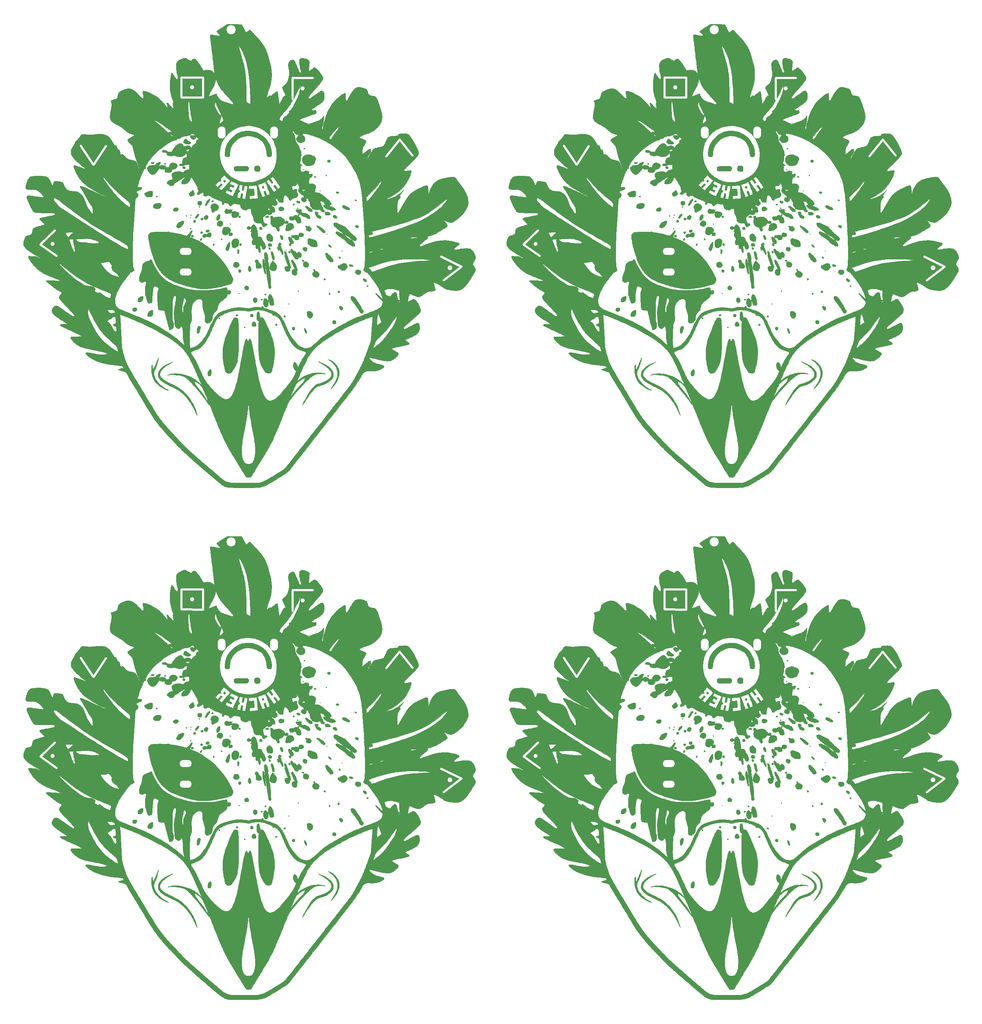
<source format=gbo>
G04 #@! TF.FileFunction,Legend,Bot*
%FSLAX46Y46*%
G04 Gerber Fmt 4.6, Leading zero omitted, Abs format (unit mm)*
G04 Created by KiCad (PCBNEW 4.0.7-e2-6376~58~ubuntu16.04.1) date Sat Nov  3 10:39:17 2018*
%MOMM*%
%LPD*%
G01*
G04 APERTURE LIST*
%ADD10C,0.150000*%
%ADD11C,0.010000*%
%ADD12C,0.500000*%
%ADD13C,0.200000*%
%ADD14R,2.200000X2.200000*%
%ADD15C,2.200000*%
%ADD16O,2.924000X1.700000*%
%ADD17R,2.100000X2.100000*%
%ADD18O,2.100000X2.100000*%
%ADD19O,1.900000X2.924000*%
G04 APERTURE END LIST*
D10*
D11*
G36*
X192868745Y-74095670D02*
X192525742Y-74310225D01*
X192241903Y-74488344D01*
X192013684Y-74635204D01*
X191837542Y-74755987D01*
X191709935Y-74855870D01*
X191627319Y-74940032D01*
X191586152Y-75013655D01*
X191582891Y-75081915D01*
X191613993Y-75149993D01*
X191675915Y-75223069D01*
X191765114Y-75306320D01*
X191878048Y-75404926D01*
X191937374Y-75457209D01*
X192104629Y-75607414D01*
X192222386Y-75717882D01*
X192298144Y-75798016D01*
X192339403Y-75857223D01*
X192353663Y-75904908D01*
X192348425Y-75950476D01*
X192343673Y-75966725D01*
X192325199Y-76011974D01*
X192296827Y-76045286D01*
X192250448Y-76066397D01*
X192177954Y-76075040D01*
X192071236Y-76070949D01*
X191922188Y-76053859D01*
X191722699Y-76023504D01*
X191464663Y-75979618D01*
X191176318Y-75928447D01*
X190872059Y-75874394D01*
X190633001Y-75833246D01*
X190450382Y-75803985D01*
X190315444Y-75785595D01*
X190219425Y-75777058D01*
X190153567Y-75777356D01*
X190109109Y-75785473D01*
X190077290Y-75800390D01*
X190076741Y-75800738D01*
X190004892Y-75887792D01*
X189992074Y-75961600D01*
X189996489Y-76015795D01*
X190009284Y-76139048D01*
X190029787Y-76325706D01*
X190057325Y-76570114D01*
X190091223Y-76866618D01*
X190130811Y-77209565D01*
X190175414Y-77593299D01*
X190224359Y-78012166D01*
X190276974Y-78460514D01*
X190332585Y-78932687D01*
X190390519Y-79423031D01*
X190450104Y-79925892D01*
X190510666Y-80435616D01*
X190571532Y-80946549D01*
X190632029Y-81453037D01*
X190691485Y-81949426D01*
X190749226Y-82430061D01*
X190804579Y-82889288D01*
X190856871Y-83321453D01*
X190905429Y-83720903D01*
X190949580Y-84081982D01*
X190988651Y-84399037D01*
X191021969Y-84666414D01*
X191048862Y-84878458D01*
X191068655Y-85029515D01*
X191080676Y-85113932D01*
X191083145Y-85127721D01*
X191104444Y-85240336D01*
X191100612Y-85282735D01*
X191069917Y-85256231D01*
X191018964Y-85176376D01*
X190826816Y-84912816D01*
X190588378Y-84699802D01*
X190295808Y-84531220D01*
X190081117Y-84445405D01*
X189933565Y-84398097D01*
X189803073Y-84367698D01*
X189664300Y-84350613D01*
X189491907Y-84343245D01*
X189352371Y-84341967D01*
X189140278Y-84344422D01*
X188980366Y-84354784D01*
X188849722Y-84375921D01*
X188725435Y-84410703D01*
X188680839Y-84426046D01*
X188541786Y-84471104D01*
X188453882Y-84486572D01*
X188400136Y-84474815D01*
X188388620Y-84466740D01*
X188353028Y-84421463D01*
X188286345Y-84322361D01*
X188195637Y-84180480D01*
X188087966Y-84006865D01*
X187972461Y-83816015D01*
X187670610Y-83322576D01*
X187396517Y-82897974D01*
X187149579Y-82541334D01*
X186929194Y-82251783D01*
X186753917Y-82048752D01*
X186580457Y-81874139D01*
X186433813Y-81755360D01*
X186300153Y-81684910D01*
X186165645Y-81655285D01*
X186032543Y-81657313D01*
X185936801Y-81671100D01*
X185858767Y-81698878D01*
X185779033Y-81752283D01*
X185678188Y-81842954D01*
X185607368Y-81912255D01*
X185368170Y-82149327D01*
X185084469Y-82025631D01*
X184934058Y-81954335D01*
X184746126Y-81856917D01*
X184546870Y-81747305D01*
X184395458Y-81659322D01*
X184223635Y-81557827D01*
X184099820Y-81490049D01*
X184008154Y-81449899D01*
X183932774Y-81431286D01*
X183857821Y-81428121D01*
X183802000Y-81431447D01*
X183656760Y-81458558D01*
X183464956Y-81516756D01*
X183244668Y-81598589D01*
X183013973Y-81696600D01*
X182790949Y-81803336D01*
X182593675Y-81911342D01*
X182508023Y-81965030D01*
X182256769Y-82157258D01*
X182062965Y-82367278D01*
X181908840Y-82615298D01*
X181874503Y-82685444D01*
X181833396Y-82777221D01*
X181804821Y-82858120D01*
X181786567Y-82944681D01*
X181776423Y-83053444D01*
X181772181Y-83200949D01*
X181771629Y-83403737D01*
X181771773Y-83454223D01*
X181776685Y-83749991D01*
X181791061Y-84018074D01*
X181817439Y-84276686D01*
X181858357Y-84544038D01*
X181916351Y-84838342D01*
X181993961Y-85177811D01*
X182035913Y-85349967D01*
X182089404Y-85572138D01*
X182135785Y-85775726D01*
X182172095Y-85946840D01*
X182195375Y-86071588D01*
X182202741Y-86133106D01*
X182179012Y-86282831D01*
X182117466Y-86427994D01*
X182032564Y-86536549D01*
X182014193Y-86550949D01*
X181961831Y-86580996D01*
X181910635Y-86591289D01*
X181855981Y-86576544D01*
X181793245Y-86531476D01*
X181717804Y-86450802D01*
X181625036Y-86329236D01*
X181510317Y-86161495D01*
X181369023Y-85942294D01*
X181196531Y-85666349D01*
X181091590Y-85496435D01*
X180991427Y-85337829D01*
X180902076Y-85203683D01*
X180832274Y-85106600D01*
X180790757Y-85059185D01*
X180786895Y-85056872D01*
X180711992Y-85063712D01*
X180646034Y-85144006D01*
X180589921Y-85296379D01*
X180567279Y-85392148D01*
X180444669Y-86030318D01*
X180353389Y-86613976D01*
X180292050Y-87156387D01*
X180259263Y-87670814D01*
X180253640Y-88170521D01*
X180257887Y-88346074D01*
X180278396Y-88751382D01*
X180313853Y-89137618D01*
X180366934Y-89517643D01*
X180440312Y-89904316D01*
X180536662Y-90310500D01*
X180658658Y-90749053D01*
X180808974Y-91232836D01*
X180940604Y-91629260D01*
X181018631Y-91861990D01*
X181086223Y-92068987D01*
X181140288Y-92240324D01*
X181177734Y-92366074D01*
X181195468Y-92436312D01*
X181195548Y-92447704D01*
X181154954Y-92424521D01*
X181088552Y-92368574D01*
X181086667Y-92366808D01*
X181032625Y-92324986D01*
X180996570Y-92322639D01*
X180977886Y-92366205D01*
X180975954Y-92462125D01*
X180990156Y-92616837D01*
X181019875Y-92836781D01*
X181033079Y-92925419D01*
X181071486Y-93189126D01*
X181096327Y-93387168D01*
X181107875Y-93527858D01*
X181106400Y-93619508D01*
X181092174Y-93670429D01*
X181065468Y-93688935D01*
X181057997Y-93689482D01*
X181015818Y-93662606D01*
X180931127Y-93587087D01*
X180811345Y-93470590D01*
X180663896Y-93320778D01*
X180496202Y-93145315D01*
X180315686Y-92951866D01*
X180129769Y-92748094D01*
X179945875Y-92541664D01*
X179941162Y-92536302D01*
X179817331Y-92399925D01*
X179728717Y-92316667D01*
X179664546Y-92280072D01*
X179614042Y-92283688D01*
X179572095Y-92315260D01*
X179549070Y-92345831D01*
X179537396Y-92389448D01*
X179537713Y-92459431D01*
X179550662Y-92569101D01*
X179576882Y-92731778D01*
X179597930Y-92852865D01*
X179631954Y-93044189D01*
X179663439Y-93217533D01*
X179689017Y-93354603D01*
X179705323Y-93437108D01*
X179706036Y-93440393D01*
X179713006Y-93518445D01*
X179689684Y-93534467D01*
X179654959Y-93501943D01*
X179581207Y-93419417D01*
X179476083Y-93295918D01*
X179347245Y-93140475D01*
X179202348Y-92962115D01*
X179166973Y-92918074D01*
X178729066Y-92391439D01*
X178307254Y-91927077D01*
X177891569Y-91516658D01*
X177472045Y-91151852D01*
X177038716Y-90824329D01*
X176581617Y-90525758D01*
X176090780Y-90247810D01*
X175786889Y-90092855D01*
X175434040Y-89927191D01*
X175087235Y-89779307D01*
X174757977Y-89653308D01*
X174457771Y-89553300D01*
X174198121Y-89483388D01*
X173990532Y-89447679D01*
X173975291Y-89446323D01*
X173845294Y-89438575D01*
X173767735Y-89445363D01*
X173720343Y-89472133D01*
X173685471Y-89517212D01*
X173665155Y-89554769D01*
X173654178Y-89600155D01*
X173653706Y-89665068D01*
X173664901Y-89761206D01*
X173688929Y-89900267D01*
X173726952Y-90093950D01*
X173758028Y-90246411D01*
X173812097Y-90516087D01*
X173849196Y-90722543D01*
X173869159Y-90875918D01*
X173871823Y-90986349D01*
X173857024Y-91063975D01*
X173824597Y-91118934D01*
X173774378Y-91161366D01*
X173742895Y-91180848D01*
X173672708Y-91214785D01*
X173607122Y-91224866D01*
X173536966Y-91205353D01*
X173453070Y-91150506D01*
X173346266Y-91054588D01*
X173207382Y-90911859D01*
X173062193Y-90754844D01*
X172617427Y-90286128D01*
X172202624Y-89885463D01*
X171817018Y-89552199D01*
X171459844Y-89285688D01*
X171130339Y-89085280D01*
X171045556Y-89042195D01*
X170745938Y-88924314D01*
X170438620Y-88860564D01*
X170116787Y-88851753D01*
X169773622Y-88898689D01*
X169402310Y-89002179D01*
X168996033Y-89163031D01*
X168657695Y-89325154D01*
X168387172Y-89465426D01*
X168176341Y-89583384D01*
X168016678Y-89688503D01*
X167899658Y-89790257D01*
X167816756Y-89898119D01*
X167759449Y-90021564D01*
X167719211Y-90170065D01*
X167687518Y-90353097D01*
X167678846Y-90413012D01*
X167623379Y-90712293D01*
X167548857Y-90947971D01*
X167451198Y-91130197D01*
X167339071Y-91257864D01*
X167286806Y-91303305D01*
X167234897Y-91341176D01*
X167172685Y-91375569D01*
X167089510Y-91410573D01*
X166974710Y-91450281D01*
X166817627Y-91498783D01*
X166607599Y-91560171D01*
X166385507Y-91623818D01*
X166198160Y-91683345D01*
X166077113Y-91744021D01*
X166014568Y-91820154D01*
X166002727Y-91926058D01*
X166033791Y-92076041D01*
X166071827Y-92199440D01*
X166118261Y-92356236D01*
X166150490Y-92506081D01*
X166168000Y-92659769D01*
X166170279Y-92828095D01*
X166156814Y-93021852D01*
X166127093Y-93251835D01*
X166080602Y-93528837D01*
X166016829Y-93863653D01*
X165985271Y-94021618D01*
X165899567Y-94458458D01*
X165832554Y-94830686D01*
X165783880Y-95146501D01*
X165753196Y-95414103D01*
X165740149Y-95641689D01*
X165744390Y-95837460D01*
X165765567Y-96009613D01*
X165803329Y-96166348D01*
X165857325Y-96315863D01*
X165884420Y-96377736D01*
X165956244Y-96513735D01*
X166046680Y-96642124D01*
X166162694Y-96768391D01*
X166311255Y-96898022D01*
X166499332Y-97036505D01*
X166733892Y-97189329D01*
X167021904Y-97361980D01*
X167370336Y-97559946D01*
X167422415Y-97588927D01*
X167803943Y-97804591D01*
X168128993Y-97997372D01*
X168409668Y-98175379D01*
X168658072Y-98346724D01*
X168886307Y-98519515D01*
X169106477Y-98701863D01*
X169182889Y-98768576D01*
X169450055Y-99000987D01*
X169678101Y-99188888D01*
X169881220Y-99340889D01*
X170073605Y-99465599D01*
X170269448Y-99571628D01*
X170482942Y-99667587D01*
X170728281Y-99762084D01*
X170947912Y-99839300D01*
X171133967Y-99904074D01*
X171299442Y-99963617D01*
X171428621Y-100012136D01*
X171505791Y-100043839D01*
X171514551Y-100048153D01*
X171571468Y-100089043D01*
X171591541Y-100135498D01*
X171570162Y-100191692D01*
X171502723Y-100261799D01*
X171384616Y-100349992D01*
X171211232Y-100460446D01*
X170977965Y-100597335D01*
X170792355Y-100702291D01*
X170549246Y-100840038D01*
X170364145Y-100949522D01*
X170228269Y-101037169D01*
X170132839Y-101109407D01*
X170069074Y-101172663D01*
X170028195Y-101233366D01*
X170009367Y-101275466D01*
X169997378Y-101407000D01*
X170052951Y-101562533D01*
X170176708Y-101742983D01*
X170369271Y-101949269D01*
X170612815Y-102166919D01*
X170821563Y-102344730D01*
X170980129Y-102491545D01*
X171097684Y-102622643D01*
X171183401Y-102753301D01*
X171246450Y-102898794D01*
X171296004Y-103074402D01*
X171341234Y-103295400D01*
X171363155Y-103416741D01*
X171477540Y-103971971D01*
X171633912Y-104583126D01*
X171832647Y-105251448D01*
X172074123Y-105978182D01*
X172358718Y-106764571D01*
X172466231Y-107048000D01*
X172583876Y-107355288D01*
X172676818Y-107600345D01*
X172747455Y-107791152D01*
X172798188Y-107935689D01*
X172831417Y-108041935D01*
X172849542Y-108117869D01*
X172854963Y-108171471D01*
X172850079Y-108210720D01*
X172837291Y-108243596D01*
X172830037Y-108257617D01*
X172794339Y-108312420D01*
X172767615Y-108303315D01*
X172750737Y-108275992D01*
X172726513Y-108218442D01*
X172684474Y-108104170D01*
X172629906Y-107948085D01*
X172568095Y-107765090D01*
X172547505Y-107702847D01*
X172424150Y-107346250D01*
X172305586Y-107054688D01*
X172182040Y-106819359D01*
X172043739Y-106631461D01*
X171880907Y-106482192D01*
X171683772Y-106362751D01*
X171442560Y-106264336D01*
X171147496Y-106178146D01*
X170788806Y-106095379D01*
X170754365Y-106088070D01*
X170511893Y-106034655D01*
X170320260Y-105983766D01*
X170163442Y-105926367D01*
X170025418Y-105853422D01*
X169890162Y-105755895D01*
X169741653Y-105624750D01*
X169563868Y-105450951D01*
X169486560Y-105373117D01*
X169267677Y-105157192D01*
X169088705Y-104994208D01*
X168941571Y-104879124D01*
X168818204Y-104806902D01*
X168710529Y-104772501D01*
X168610476Y-104770882D01*
X168544910Y-104785260D01*
X168444198Y-104814984D01*
X168370132Y-104828460D01*
X168315996Y-104816653D01*
X168275072Y-104770528D01*
X168240643Y-104681051D01*
X168205991Y-104539188D01*
X168164398Y-104335903D01*
X168147362Y-104250586D01*
X168097966Y-104018568D01*
X168053081Y-103851021D01*
X168006965Y-103737860D01*
X167953878Y-103668998D01*
X167888080Y-103634349D01*
X167803832Y-103623826D01*
X167790593Y-103623704D01*
X167710899Y-103618094D01*
X167647592Y-103594352D01*
X167593403Y-103542109D01*
X167541064Y-103450993D01*
X167483306Y-103310635D01*
X167412861Y-103110667D01*
X167395979Y-103060737D01*
X167338878Y-102897605D01*
X167286220Y-102758622D01*
X167244759Y-102660981D01*
X167224862Y-102624969D01*
X167152251Y-102592345D01*
X167060760Y-102595538D01*
X166981079Y-102600225D01*
X166917397Y-102574468D01*
X166844814Y-102505263D01*
X166809090Y-102464130D01*
X166749781Y-102385638D01*
X166659660Y-102255380D01*
X166547030Y-102085886D01*
X166420198Y-101889683D01*
X166287469Y-101679302D01*
X166266593Y-101645731D01*
X166033481Y-101282697D01*
X165821946Y-100981940D01*
X165625232Y-100736011D01*
X165436586Y-100537464D01*
X165249256Y-100378850D01*
X165056487Y-100252722D01*
X164954498Y-100198798D01*
X164709175Y-100087552D01*
X164475471Y-100004042D01*
X164234808Y-99944284D01*
X163968613Y-99904295D01*
X163658308Y-99880093D01*
X163425556Y-99870981D01*
X163138831Y-99865745D01*
X162895011Y-99869180D01*
X162663249Y-99882961D01*
X162412702Y-99908762D01*
X162183778Y-99938393D01*
X161603703Y-100005150D01*
X161082855Y-100037890D01*
X160613393Y-100036744D01*
X160187477Y-100001842D01*
X160005281Y-99974704D01*
X159665542Y-99923595D01*
X159389052Y-99898418D01*
X159168424Y-99899121D01*
X158996277Y-99925655D01*
X158885405Y-99967011D01*
X158796494Y-100016506D01*
X158723915Y-100070973D01*
X158656518Y-100143714D01*
X158583149Y-100248028D01*
X158492658Y-100397217D01*
X158422393Y-100519260D01*
X158325558Y-100678622D01*
X158222361Y-100823260D01*
X158098841Y-100970167D01*
X157941036Y-101136338D01*
X157804100Y-101271852D01*
X157640857Y-101432183D01*
X157521395Y-101555291D01*
X157434824Y-101655678D01*
X157370256Y-101747842D01*
X157316801Y-101846284D01*
X157263570Y-101965502D01*
X157239115Y-102024156D01*
X157155102Y-102209672D01*
X157047069Y-102423432D01*
X156932756Y-102631069D01*
X156879740Y-102720304D01*
X156685677Y-103049165D01*
X156536429Y-103333534D01*
X156427447Y-103585731D01*
X156354185Y-103818073D01*
X156312098Y-104042882D01*
X156296637Y-104272476D01*
X156296355Y-104301037D01*
X156302586Y-104494977D01*
X156326585Y-104670763D01*
X156373619Y-104838913D01*
X156448955Y-105009942D01*
X156557859Y-105194366D01*
X156705598Y-105402703D01*
X156897437Y-105645467D01*
X157077992Y-105861851D01*
X157358335Y-106170564D01*
X157676001Y-106476582D01*
X157993824Y-106751739D01*
X158175628Y-106906342D01*
X158344782Y-107056793D01*
X158489463Y-107192071D01*
X158597848Y-107301153D01*
X158654426Y-107367589D01*
X158763664Y-107488271D01*
X158926200Y-107622336D01*
X159074446Y-107724038D01*
X159338579Y-107892154D01*
X159545316Y-108024366D01*
X159700782Y-108125129D01*
X159811104Y-108198897D01*
X159882408Y-108250125D01*
X159920819Y-108283268D01*
X159932465Y-108302780D01*
X159923472Y-108313115D01*
X159899965Y-108318729D01*
X159893673Y-108319739D01*
X159827496Y-108318447D01*
X159722022Y-108298414D01*
X159572530Y-108258132D01*
X159374297Y-108196089D01*
X159122601Y-108110777D01*
X158812721Y-108000684D01*
X158439933Y-107864303D01*
X158257862Y-107796733D01*
X157936061Y-107677927D01*
X157676712Y-107584981D01*
X157472355Y-107515892D01*
X157315531Y-107468658D01*
X157198779Y-107441277D01*
X157114641Y-107431746D01*
X157055655Y-107438063D01*
X157014363Y-107458225D01*
X157009908Y-107461757D01*
X156962240Y-107548433D01*
X156954333Y-107689887D01*
X156982931Y-107879144D01*
X157044778Y-108109231D01*
X157136615Y-108373173D01*
X157255187Y-108663996D01*
X157397237Y-108974725D01*
X157559507Y-109298387D01*
X157738742Y-109628007D01*
X157931683Y-109956610D01*
X158135074Y-110277223D01*
X158345659Y-110582870D01*
X158560180Y-110866579D01*
X158652995Y-110980297D01*
X158978744Y-111349550D01*
X159321430Y-111696934D01*
X159689443Y-112028984D01*
X160091171Y-112352235D01*
X160535005Y-112673223D01*
X161029334Y-112998483D01*
X161582549Y-113334549D01*
X161939186Y-113540103D01*
X162175795Y-113675366D01*
X162414452Y-113813930D01*
X162638735Y-113946106D01*
X162832223Y-114062208D01*
X162978494Y-114152549D01*
X162992815Y-114161659D01*
X163243071Y-114305295D01*
X163545564Y-114448482D01*
X163911165Y-114596341D01*
X163933556Y-114604800D01*
X164237169Y-114719948D01*
X164475527Y-114812363D01*
X164654313Y-114884446D01*
X164779210Y-114938596D01*
X164855902Y-114977214D01*
X164890072Y-115002699D01*
X164893111Y-115009989D01*
X164859351Y-115020937D01*
X164772586Y-115022540D01*
X164695556Y-115017941D01*
X164595402Y-115002530D01*
X164469654Y-114970146D01*
X164313587Y-114918792D01*
X164122476Y-114846471D01*
X163891597Y-114751187D01*
X163616225Y-114630942D01*
X163291636Y-114483740D01*
X162913105Y-114307584D01*
X162475908Y-114100476D01*
X162108519Y-113924523D01*
X161600465Y-113680995D01*
X161154315Y-113468720D01*
X160764676Y-113285265D01*
X160426154Y-113128195D01*
X160133354Y-112995078D01*
X159880883Y-112883479D01*
X159663346Y-112790964D01*
X159475349Y-112715099D01*
X159311499Y-112653450D01*
X159222155Y-112622143D01*
X158946623Y-112536101D01*
X158735228Y-112488206D01*
X158586543Y-112479649D01*
X158499144Y-112511625D01*
X158471604Y-112585325D01*
X158502498Y-112701944D01*
X158590400Y-112862672D01*
X158716490Y-113045233D01*
X158908896Y-113315802D01*
X159097465Y-113601293D01*
X159289715Y-113914105D01*
X159493166Y-114266636D01*
X159715337Y-114671284D01*
X159809083Y-114846654D01*
X160018546Y-115236021D01*
X160207729Y-115575509D01*
X160387821Y-115883602D01*
X160570011Y-116178784D01*
X160765489Y-116479540D01*
X160985444Y-116804354D01*
X161056290Y-116906963D01*
X161173648Y-117082599D01*
X161280886Y-117254497D01*
X161367219Y-117404597D01*
X161421861Y-117514836D01*
X161427049Y-117527852D01*
X161460075Y-117643136D01*
X161496119Y-117813845D01*
X161532258Y-118020380D01*
X161565572Y-118243142D01*
X161593135Y-118462532D01*
X161612027Y-118658950D01*
X161619324Y-118812797D01*
X161619334Y-118817303D01*
X161611723Y-118923646D01*
X161577913Y-118986156D01*
X161503048Y-119034794D01*
X161410078Y-119070315D01*
X161339220Y-119076360D01*
X161334778Y-119074978D01*
X161294900Y-119037291D01*
X161224312Y-118949191D01*
X161132851Y-118823670D01*
X161030353Y-118673719D01*
X161026388Y-118667737D01*
X160895869Y-118471382D01*
X160750373Y-118253747D01*
X160611172Y-118046599D01*
X160534252Y-117932784D01*
X160425206Y-117767622D01*
X160333489Y-117616338D01*
X160252112Y-117464115D01*
X160174084Y-117296138D01*
X160092414Y-117097590D01*
X160000111Y-116853654D01*
X159917097Y-116624741D01*
X159728093Y-116118584D01*
X159547144Y-115680369D01*
X159370005Y-115303794D01*
X159192433Y-114982553D01*
X159010183Y-114710341D01*
X158819013Y-114480855D01*
X158614679Y-114287790D01*
X158392937Y-114124841D01*
X158149544Y-113985703D01*
X158136224Y-113979005D01*
X157977653Y-113905968D01*
X157817944Y-113847435D01*
X157643476Y-113800578D01*
X157440630Y-113762569D01*
X157195783Y-113730579D01*
X156895316Y-113701779D01*
X156741469Y-113689349D01*
X156380235Y-113656963D01*
X156083372Y-113618584D01*
X155840013Y-113570071D01*
X155639292Y-113507281D01*
X155470344Y-113426073D01*
X155322302Y-113322305D01*
X155184301Y-113191835D01*
X155059885Y-113048382D01*
X154938742Y-112876806D01*
X154803102Y-112645670D01*
X154659611Y-112367642D01*
X154514914Y-112055391D01*
X154413653Y-111816336D01*
X154353472Y-111685630D01*
X154292996Y-111581957D01*
X154244678Y-111526468D01*
X154242076Y-111524936D01*
X154158572Y-111495794D01*
X154015364Y-111461911D01*
X153827674Y-111425604D01*
X153610724Y-111389193D01*
X153379738Y-111354995D01*
X153149938Y-111325331D01*
X152936547Y-111302519D01*
X152754788Y-111288877D01*
X152674286Y-111286128D01*
X152485798Y-111286182D01*
X152350144Y-111299042D01*
X152253497Y-111335543D01*
X152182027Y-111406519D01*
X152121904Y-111522804D01*
X152059299Y-111695231D01*
X152026862Y-111793325D01*
X151971204Y-111954612D01*
X151917908Y-112094514D01*
X151874618Y-112193630D01*
X151856545Y-112225566D01*
X151815387Y-112273007D01*
X151777914Y-112268584D01*
X151727158Y-112226072D01*
X151681029Y-112161756D01*
X151619590Y-112045395D01*
X151552332Y-111895999D01*
X151511379Y-111793831D01*
X151333817Y-111366564D01*
X151153867Y-111010954D01*
X150969077Y-110723399D01*
X150776993Y-110500297D01*
X150575162Y-110338046D01*
X150484490Y-110285947D01*
X150249563Y-110192529D01*
X149948225Y-110116161D01*
X149587525Y-110057534D01*
X149174512Y-110017343D01*
X148716236Y-109996278D01*
X148219744Y-109995034D01*
X147710170Y-110013319D01*
X147371002Y-110034996D01*
X147095575Y-110061514D01*
X146872397Y-110095590D01*
X146689979Y-110139940D01*
X146536831Y-110197278D01*
X146401464Y-110270322D01*
X146288405Y-110349379D01*
X146132610Y-110487892D01*
X145994511Y-110654673D01*
X145869923Y-110858200D01*
X145754661Y-111106946D01*
X145644538Y-111409387D01*
X145535370Y-111774000D01*
X145477451Y-111991522D01*
X145401166Y-112306475D01*
X145352373Y-112559301D01*
X145331887Y-112758246D01*
X145340523Y-112911554D01*
X145379096Y-113027472D01*
X145448421Y-113114245D01*
X145549313Y-113180118D01*
X145597073Y-113201792D01*
X145659877Y-113223877D01*
X145735799Y-113240920D01*
X145835404Y-113253677D01*
X145969255Y-113262902D01*
X146147918Y-113269353D01*
X146381957Y-113273786D01*
X146642741Y-113276622D01*
X146980973Y-113281543D01*
X147255888Y-113291386D01*
X147479384Y-113308554D01*
X147663362Y-113335450D01*
X147819719Y-113374477D01*
X147960356Y-113428038D01*
X148097173Y-113498534D01*
X148242067Y-113588368D01*
X148266457Y-113604472D01*
X148367532Y-113680372D01*
X148502055Y-113794013D01*
X148660653Y-113936191D01*
X148833953Y-114097701D01*
X149012582Y-114269338D01*
X149187168Y-114441896D01*
X149348338Y-114606170D01*
X149486718Y-114752956D01*
X149592936Y-114873047D01*
X149657619Y-114957239D01*
X149672118Y-114984985D01*
X149671180Y-115078594D01*
X149601967Y-115141061D01*
X149464813Y-115172172D01*
X149373105Y-115175905D01*
X149293200Y-115170543D01*
X149148385Y-115155313D01*
X148948191Y-115131430D01*
X148702145Y-115100110D01*
X148419778Y-115062569D01*
X148110618Y-115020023D01*
X147784195Y-114973688D01*
X147752815Y-114969160D01*
X147324587Y-114908075D01*
X146964403Y-114858667D01*
X146666047Y-114820394D01*
X146423302Y-114792716D01*
X146229952Y-114775090D01*
X146079779Y-114766977D01*
X145966568Y-114767836D01*
X145884102Y-114777125D01*
X145826165Y-114794303D01*
X145813596Y-114800396D01*
X145753382Y-114854316D01*
X145680428Y-114948568D01*
X145643587Y-115006632D01*
X145581823Y-115130376D01*
X145563108Y-115229100D01*
X145571078Y-115297570D01*
X145596852Y-115380568D01*
X145649690Y-115520994D01*
X145724870Y-115708059D01*
X145817671Y-115930971D01*
X145923370Y-116178942D01*
X146037247Y-116441180D01*
X146154581Y-116706898D01*
X146270650Y-116965303D01*
X146380732Y-117205607D01*
X146480106Y-117417019D01*
X146564050Y-117588750D01*
X146622592Y-117700617D01*
X146734837Y-117897309D01*
X146864074Y-118115083D01*
X146988687Y-118317775D01*
X147034502Y-118389795D01*
X147134932Y-118539686D01*
X147225834Y-118653932D01*
X147319925Y-118738296D01*
X147429921Y-118798543D01*
X147568540Y-118840437D01*
X147748499Y-118869742D01*
X147982513Y-118892222D01*
X148173784Y-118906191D01*
X148338860Y-118914986D01*
X148567996Y-118923378D01*
X148849992Y-118931145D01*
X149173651Y-118938064D01*
X149527772Y-118943914D01*
X149901156Y-118948471D01*
X150282605Y-118951515D01*
X150507833Y-118952513D01*
X150926104Y-118953631D01*
X151275459Y-118954855D01*
X151562236Y-118957114D01*
X151792774Y-118961342D01*
X151973413Y-118968471D01*
X152110490Y-118979432D01*
X152210344Y-118995158D01*
X152279313Y-119016580D01*
X152323738Y-119044631D01*
X152349955Y-119080243D01*
X152364304Y-119124348D01*
X152373123Y-119177878D01*
X152380415Y-119227861D01*
X152388770Y-119289737D01*
X152388360Y-119342946D01*
X152373327Y-119389446D01*
X152337812Y-119431199D01*
X152275954Y-119470164D01*
X152181894Y-119508303D01*
X152049773Y-119547577D01*
X151873731Y-119589944D01*
X151647909Y-119637366D01*
X151366448Y-119691804D01*
X151023488Y-119755217D01*
X150613169Y-119829567D01*
X150545630Y-119841752D01*
X150233935Y-119898863D01*
X149935710Y-119955182D01*
X149661670Y-120008561D01*
X149422530Y-120056850D01*
X149229005Y-120097900D01*
X149091812Y-120129561D01*
X149037233Y-120144300D01*
X148849635Y-120217284D01*
X148731425Y-120298120D01*
X148684906Y-120384901D01*
X148689908Y-120432044D01*
X148721674Y-120477830D01*
X148798636Y-120568464D01*
X148912985Y-120695364D01*
X149056912Y-120849950D01*
X149222610Y-121023643D01*
X149314189Y-121118054D01*
X149486257Y-121295769D01*
X149639167Y-121456231D01*
X149765505Y-121591454D01*
X149857861Y-121693449D01*
X149908821Y-121754229D01*
X149916519Y-121767165D01*
X149886781Y-121796752D01*
X149870469Y-121798815D01*
X149813468Y-121809091D01*
X149695765Y-121837754D01*
X149528743Y-121881556D01*
X149323784Y-121937252D01*
X149092269Y-122001595D01*
X148845580Y-122071336D01*
X148595100Y-122143231D01*
X148352209Y-122214030D01*
X148128290Y-122280489D01*
X147934725Y-122339360D01*
X147782895Y-122387395D01*
X147684182Y-122421349D01*
X147673023Y-122425679D01*
X147443250Y-122534955D01*
X147266760Y-122663231D01*
X147135002Y-122822549D01*
X147039423Y-123024952D01*
X146971472Y-123282483D01*
X146942408Y-123454519D01*
X146901113Y-123697977D01*
X146849912Y-123888192D01*
X146778803Y-124034857D01*
X146677786Y-124147668D01*
X146536858Y-124236318D01*
X146346019Y-124310504D01*
X146095266Y-124379919D01*
X145952620Y-124413943D01*
X145726084Y-124470975D01*
X145558032Y-124529792D01*
X145432517Y-124603294D01*
X145333588Y-124704382D01*
X145245297Y-124845956D01*
X145151695Y-125040919D01*
X145137070Y-125073633D01*
X145020867Y-125344252D01*
X144935988Y-125568159D01*
X144877239Y-125764449D01*
X144839426Y-125952216D01*
X144817354Y-126150554D01*
X144809774Y-126276741D01*
X144803244Y-126468995D01*
X144806225Y-126609020D01*
X144820985Y-126719499D01*
X144849788Y-126823113D01*
X144869930Y-126878815D01*
X144968281Y-127081545D01*
X145113487Y-127288746D01*
X145312057Y-127508133D01*
X145570500Y-127747426D01*
X145683242Y-127843087D01*
X145863093Y-127989737D01*
X146039859Y-128126819D01*
X146223096Y-128260682D01*
X146422361Y-128397676D01*
X146647212Y-128544150D01*
X146907204Y-128706456D01*
X147211896Y-128890943D01*
X147570843Y-129103961D01*
X147658741Y-129155696D01*
X148037533Y-129379742D01*
X148351079Y-129568186D01*
X148600168Y-129721528D01*
X148785588Y-129840268D01*
X148908130Y-129924903D01*
X148968583Y-129975934D01*
X148975778Y-129988741D01*
X148952522Y-130000386D01*
X148879924Y-129983895D01*
X148753742Y-129937694D01*
X148569732Y-129860212D01*
X148323651Y-129749872D01*
X148289681Y-129734318D01*
X148091182Y-129644239D01*
X147942745Y-129581149D01*
X147826380Y-129539897D01*
X147724097Y-129515332D01*
X147617909Y-129502300D01*
X147489824Y-129495652D01*
X147451778Y-129494367D01*
X147278786Y-129486267D01*
X147059313Y-129472337D01*
X146821730Y-129454543D01*
X146598016Y-129435190D01*
X146366506Y-129415429D01*
X146199305Y-129408090D01*
X146086069Y-129416043D01*
X146016458Y-129442155D01*
X145980129Y-129489296D01*
X145966740Y-129560334D01*
X145965408Y-129610650D01*
X145986301Y-129715427D01*
X146044720Y-129868544D01*
X146134275Y-130057220D01*
X146248574Y-130268679D01*
X146381227Y-130490141D01*
X146484487Y-130648573D01*
X146830358Y-131125953D01*
X147213114Y-131593264D01*
X147619111Y-132035832D01*
X148034706Y-132438986D01*
X148446253Y-132788051D01*
X148542848Y-132862105D01*
X148857836Y-133089714D01*
X149175154Y-133300340D01*
X149504155Y-133498708D01*
X149854194Y-133689543D01*
X150234626Y-133877569D01*
X150654805Y-134067512D01*
X151124084Y-134264097D01*
X151651820Y-134472049D01*
X151967334Y-134591836D01*
X152217618Y-134687463D01*
X152458031Y-134782367D01*
X152674899Y-134870918D01*
X152854549Y-134947485D01*
X152983309Y-135006438D01*
X153020963Y-135025698D01*
X153170509Y-135098562D01*
X153355213Y-135176454D01*
X153537851Y-135243790D01*
X153557186Y-135250200D01*
X153696616Y-135299473D01*
X153803608Y-135344332D01*
X153861736Y-135377581D01*
X153867630Y-135386202D01*
X153847618Y-135402440D01*
X153784784Y-135413275D01*
X153674935Y-135418604D01*
X153513876Y-135418325D01*
X153297413Y-135412336D01*
X153021352Y-135400534D01*
X152681497Y-135382817D01*
X152273655Y-135359083D01*
X151958837Y-135339674D01*
X151571940Y-135316081D01*
X151253063Y-135298561D01*
X150995195Y-135287330D01*
X150791324Y-135282606D01*
X150634439Y-135284608D01*
X150517528Y-135293554D01*
X150433580Y-135309660D01*
X150375584Y-135333145D01*
X150336529Y-135364227D01*
X150316663Y-135390689D01*
X150304693Y-135434736D01*
X150320908Y-135491283D01*
X150369853Y-135564894D01*
X150456072Y-135660137D01*
X150584112Y-135781577D01*
X150758516Y-135933779D01*
X150983830Y-136121311D01*
X151264599Y-136348736D01*
X151293162Y-136371653D01*
X151631858Y-136641691D01*
X151922016Y-136869235D01*
X152172432Y-137060543D01*
X152391900Y-137221878D01*
X152589213Y-137359499D01*
X152773167Y-137479667D01*
X152952554Y-137588642D01*
X153136171Y-137692686D01*
X153190297Y-137722197D01*
X153428948Y-137852352D01*
X153610057Y-137954032D01*
X153742960Y-138033279D01*
X153836990Y-138096138D01*
X153901482Y-138148652D01*
X153945769Y-138196866D01*
X153964900Y-138223745D01*
X154004052Y-138313839D01*
X153998530Y-138409128D01*
X153943928Y-138521938D01*
X153835842Y-138664593D01*
X153787245Y-138720819D01*
X153645618Y-138886822D01*
X153549831Y-139016525D01*
X153491521Y-139125840D01*
X153462323Y-139230678D01*
X153453875Y-139346949D01*
X153453845Y-139355056D01*
X153460965Y-139463246D01*
X153484999Y-139574084D01*
X153529717Y-139692628D01*
X153598888Y-139823936D01*
X153696282Y-139973068D01*
X153825668Y-140145081D01*
X153990815Y-140345034D01*
X154195494Y-140577986D01*
X154443474Y-140848995D01*
X154738525Y-141163119D01*
X155025146Y-141463635D01*
X155285343Y-141736229D01*
X155549680Y-142015262D01*
X155812009Y-142294080D01*
X156066177Y-142566027D01*
X156306036Y-142824449D01*
X156525435Y-143062690D01*
X156718223Y-143274097D01*
X156878251Y-143452014D01*
X156999368Y-143589787D01*
X157075424Y-143680761D01*
X157081951Y-143689155D01*
X157127388Y-143780817D01*
X157105492Y-143855741D01*
X157013136Y-143919522D01*
X156936104Y-143950185D01*
X156787985Y-143980742D01*
X156649649Y-143961974D01*
X156583703Y-143929668D01*
X156461026Y-143853862D01*
X156284721Y-143736705D01*
X156057891Y-143580345D01*
X155783640Y-143386930D01*
X155465072Y-143158608D01*
X155105290Y-142897527D01*
X154990094Y-142813364D01*
X154682227Y-142589368D01*
X154384221Y-142374949D01*
X154103238Y-142175093D01*
X153846437Y-141994789D01*
X153620977Y-141839022D01*
X153434020Y-141712779D01*
X153292725Y-141621047D01*
X153204252Y-141568814D01*
X153200406Y-141566858D01*
X152938196Y-141462669D01*
X152700393Y-141427797D01*
X152479705Y-141463301D01*
X152268839Y-141570241D01*
X152080290Y-141729578D01*
X151884026Y-141976674D01*
X151754418Y-142256467D01*
X151694423Y-142562528D01*
X151693942Y-142569030D01*
X151698849Y-142788173D01*
X151750019Y-142995182D01*
X151852977Y-143201283D01*
X152013253Y-143417702D01*
X152221873Y-143641331D01*
X152358818Y-143772439D01*
X152503622Y-143900274D01*
X152664061Y-144030419D01*
X152847915Y-144168460D01*
X153062962Y-144319981D01*
X153316980Y-144490567D01*
X153617747Y-144685801D01*
X153973043Y-144911268D01*
X154114134Y-144999872D01*
X154353305Y-145151034D01*
X154579204Y-145296233D01*
X154781573Y-145428686D01*
X154950156Y-145541613D01*
X155074695Y-145628232D01*
X155142856Y-145679966D01*
X155230123Y-145757380D01*
X155283114Y-145816038D01*
X155295850Y-145858544D01*
X155262350Y-145887504D01*
X155176635Y-145905523D01*
X155032725Y-145915207D01*
X154824640Y-145919161D01*
X154592000Y-145919962D01*
X154308224Y-145921729D01*
X154090998Y-145927869D01*
X153931650Y-145940396D01*
X153821508Y-145961323D01*
X153751899Y-145992664D01*
X153714152Y-146036433D01*
X153699595Y-146094643D01*
X153698297Y-146127482D01*
X153705209Y-146186830D01*
X153734719Y-146237052D01*
X153799986Y-146290972D01*
X153914167Y-146361417D01*
X153972712Y-146394956D01*
X154060686Y-146441220D01*
X154209368Y-146515103D01*
X154411020Y-146612927D01*
X154657907Y-146731017D01*
X154942291Y-146865694D01*
X155256436Y-147013283D01*
X155592606Y-147170106D01*
X155943064Y-147332487D01*
X156023527Y-147369611D01*
X156547308Y-147611490D01*
X157006338Y-147824495D01*
X157404487Y-148010663D01*
X157745622Y-148172028D01*
X158033612Y-148310628D01*
X158272325Y-148428499D01*
X158465630Y-148527675D01*
X158617394Y-148610195D01*
X158731487Y-148678092D01*
X158811777Y-148733405D01*
X158862131Y-148778168D01*
X158886419Y-148814418D01*
X158888509Y-148844190D01*
X158872613Y-148869182D01*
X158828196Y-148882180D01*
X158721876Y-148892649D01*
X158551025Y-148900676D01*
X158313015Y-148906345D01*
X158005219Y-148909744D01*
X157625009Y-148910958D01*
X157594959Y-148910963D01*
X157256190Y-148911184D01*
X156984612Y-148912141D01*
X156772156Y-148914272D01*
X156610754Y-148918018D01*
X156492337Y-148923819D01*
X156408837Y-148932115D01*
X156352185Y-148943345D01*
X156314314Y-148957949D01*
X156287155Y-148976367D01*
X156279950Y-148982647D01*
X156214715Y-149072630D01*
X156201654Y-149183798D01*
X156242266Y-149324339D01*
X156338043Y-149502441D01*
X156389407Y-149581960D01*
X156625784Y-149892029D01*
X156918947Y-150207016D01*
X157252834Y-150512951D01*
X157611379Y-150795867D01*
X157978520Y-151041795D01*
X158232667Y-151184784D01*
X158420964Y-151277768D01*
X158613299Y-151364017D01*
X158816301Y-151445344D01*
X159036599Y-151523562D01*
X159280822Y-151600484D01*
X159555599Y-151677921D01*
X159867559Y-151757687D01*
X160223330Y-151841593D01*
X160629542Y-151931454D01*
X161092824Y-152029081D01*
X161619804Y-152136287D01*
X161961707Y-152204453D01*
X162312971Y-152274599D01*
X162660747Y-152345036D01*
X162993652Y-152413387D01*
X163300303Y-152477278D01*
X163569318Y-152534333D01*
X163789314Y-152582179D01*
X163948908Y-152618439D01*
X163970703Y-152623640D01*
X164301907Y-152709882D01*
X164571838Y-152793627D01*
X164778142Y-152873687D01*
X164918466Y-152948871D01*
X164990455Y-153017991D01*
X164991754Y-153079858D01*
X164949556Y-153118084D01*
X164845926Y-153173171D01*
X164736141Y-153214081D01*
X164605822Y-153243365D01*
X164440592Y-153263579D01*
X164226071Y-153277274D01*
X164007952Y-153285293D01*
X163799496Y-153289845D01*
X163608578Y-153289496D01*
X163424316Y-153282957D01*
X163235827Y-153268942D01*
X163032232Y-153246163D01*
X162802648Y-153213332D01*
X162536195Y-153169162D01*
X162221990Y-153112366D01*
X161849153Y-153041655D01*
X161691529Y-153011196D01*
X161289219Y-152934810D01*
X160953190Y-152874871D01*
X160676478Y-152830541D01*
X160452115Y-152800979D01*
X160273136Y-152785346D01*
X160132576Y-152782801D01*
X160023470Y-152792506D01*
X159970673Y-152803733D01*
X159865841Y-152841347D01*
X159819607Y-152887465D01*
X159813111Y-152924935D01*
X159846901Y-153048703D01*
X159944545Y-153197156D01*
X160100462Y-153365963D01*
X160309065Y-153550788D01*
X160564773Y-153747299D01*
X160862000Y-153951163D01*
X161195162Y-154158047D01*
X161558677Y-154363616D01*
X161885541Y-154533176D01*
X162349773Y-154751738D01*
X162820021Y-154946517D01*
X163304737Y-155119617D01*
X163812378Y-155273142D01*
X164351398Y-155409194D01*
X164930251Y-155529878D01*
X165557392Y-155637295D01*
X166241276Y-155733549D01*
X166990356Y-155820743D01*
X167113260Y-155833626D01*
X167518453Y-155875726D01*
X167855542Y-155911701D01*
X168131297Y-155943011D01*
X168352491Y-155971117D01*
X168525893Y-155997481D01*
X168658276Y-156023563D01*
X168756411Y-156050825D01*
X168827069Y-156080726D01*
X168877020Y-156114728D01*
X168913038Y-156154293D01*
X168941892Y-156200880D01*
X168957982Y-156231633D01*
X169015698Y-156362930D01*
X169027139Y-156447717D01*
X168992689Y-156498536D01*
X168966519Y-156512010D01*
X168907988Y-156530837D01*
X168791432Y-156564589D01*
X168631626Y-156609110D01*
X168443344Y-156660247D01*
X168359684Y-156682604D01*
X168166709Y-156735668D01*
X167998994Y-156785072D01*
X167870392Y-156826484D01*
X167794756Y-156855569D01*
X167781810Y-156863361D01*
X167770022Y-156895175D01*
X167799359Y-156931245D01*
X167875461Y-156973929D01*
X168003966Y-157025581D01*
X168190512Y-157088561D01*
X168440738Y-157165223D01*
X168650660Y-157226521D01*
X168935749Y-157308461D01*
X169158433Y-157373814D01*
X169328296Y-157427943D01*
X169454921Y-157476211D01*
X169547891Y-157523979D01*
X169616789Y-157576610D01*
X169671199Y-157639468D01*
X169720702Y-157717914D01*
X169774883Y-157817311D01*
X169804309Y-157872087D01*
X170084179Y-158377612D01*
X170397824Y-158922136D01*
X170749230Y-159512459D01*
X171142383Y-160155378D01*
X171158262Y-160181037D01*
X171260472Y-160347191D01*
X171397641Y-160571821D01*
X171566083Y-160848823D01*
X171762112Y-161172094D01*
X171982040Y-161535532D01*
X172222182Y-161933032D01*
X172478851Y-162358491D01*
X172748361Y-162805806D01*
X173027025Y-163268874D01*
X173311157Y-163741592D01*
X173597071Y-164217855D01*
X173676342Y-164350010D01*
X174081630Y-165024915D01*
X174451834Y-165639257D01*
X174789860Y-166197443D01*
X175098612Y-166703876D01*
X175380998Y-167162962D01*
X175639921Y-167579105D01*
X175878288Y-167956712D01*
X176099005Y-168300186D01*
X176304977Y-168613933D01*
X176499110Y-168902357D01*
X176684309Y-169169864D01*
X176863480Y-169420859D01*
X177039529Y-169659746D01*
X177215362Y-169890930D01*
X177393883Y-170118817D01*
X177577998Y-170347812D01*
X177770614Y-170582319D01*
X177851569Y-170679704D01*
X178139191Y-171019683D01*
X178467971Y-171399570D01*
X178831221Y-171812159D01*
X179222255Y-172250244D01*
X179634389Y-172706619D01*
X180060935Y-173174077D01*
X180495208Y-173645413D01*
X180930523Y-174113420D01*
X181360192Y-174570893D01*
X181777530Y-175010626D01*
X182175851Y-175425411D01*
X182548469Y-175808044D01*
X182888699Y-176151318D01*
X183189854Y-176448027D01*
X183316938Y-176570242D01*
X183512389Y-176756125D01*
X183697567Y-176931502D01*
X183876043Y-177099518D01*
X184051389Y-177263315D01*
X184227175Y-177426038D01*
X184406973Y-177590829D01*
X184594352Y-177760834D01*
X184792885Y-177939195D01*
X185006142Y-178129056D01*
X185237694Y-178333562D01*
X185491112Y-178555855D01*
X185769967Y-178799080D01*
X186077830Y-179066381D01*
X186418272Y-179360900D01*
X186794864Y-179685783D01*
X187211177Y-180044171D01*
X187670782Y-180439211D01*
X188177249Y-180874044D01*
X188734150Y-181351815D01*
X189279414Y-181819387D01*
X189890006Y-182342129D01*
X190445176Y-182815811D01*
X190944819Y-183240343D01*
X191388829Y-183615639D01*
X191777101Y-183941608D01*
X192109529Y-184218164D01*
X192386008Y-184445217D01*
X192606431Y-184622680D01*
X192770693Y-184750464D01*
X192878690Y-184828482D01*
X192881082Y-184830067D01*
X193283448Y-185067347D01*
X193692718Y-185247854D01*
X194137276Y-185383725D01*
X194225408Y-185404881D01*
X194286213Y-185418458D01*
X194347040Y-185430387D01*
X194412994Y-185440789D01*
X194489181Y-185449785D01*
X194580709Y-185457495D01*
X194692683Y-185464039D01*
X194830210Y-185469538D01*
X194998397Y-185474113D01*
X195202349Y-185477884D01*
X195447173Y-185480971D01*
X195737977Y-185483496D01*
X196079865Y-185485579D01*
X196477944Y-185487340D01*
X196937321Y-185488899D01*
X197463103Y-185490378D01*
X197894297Y-185491483D01*
X198390319Y-185492380D01*
X198866092Y-185492570D01*
X199316058Y-185492087D01*
X199734657Y-185490970D01*
X200116331Y-185489254D01*
X200455522Y-185486976D01*
X200746670Y-185484172D01*
X200984217Y-185480880D01*
X201162604Y-185477136D01*
X201276273Y-185472976D01*
X201318593Y-185468926D01*
X201412862Y-185449605D01*
X201542061Y-185436591D01*
X201600815Y-185434118D01*
X201968348Y-185403832D01*
X202372384Y-185330846D01*
X202791641Y-185220674D01*
X203204839Y-185078835D01*
X203557556Y-184926931D01*
X203658372Y-184874247D01*
X203816138Y-184786235D01*
X204023795Y-184667151D01*
X204274284Y-184521254D01*
X204560549Y-184352799D01*
X204875530Y-184166044D01*
X205212168Y-183965246D01*
X205563407Y-183754660D01*
X205922187Y-183538545D01*
X206281450Y-183321157D01*
X206634137Y-183106753D01*
X206973192Y-182899590D01*
X207291554Y-182703924D01*
X207582167Y-182524014D01*
X207837971Y-182364114D01*
X208051908Y-182228483D01*
X208216921Y-182121378D01*
X208283393Y-182076768D01*
X208622476Y-181817094D01*
X208964030Y-181503362D01*
X209288955Y-181153613D01*
X209393743Y-181027852D01*
X209450109Y-180957229D01*
X209550605Y-180830222D01*
X209693039Y-180649629D01*
X209875218Y-180418248D01*
X210094948Y-180138880D01*
X210350036Y-179814323D01*
X210638290Y-179447375D01*
X210957516Y-179040835D01*
X211305522Y-178597502D01*
X211680114Y-178120176D01*
X212079100Y-177611654D01*
X212500286Y-177074735D01*
X212941479Y-176512219D01*
X213400487Y-175926904D01*
X213875116Y-175321589D01*
X214363173Y-174699072D01*
X214862466Y-174062154D01*
X215370801Y-173413631D01*
X215885985Y-172756304D01*
X216405826Y-172092970D01*
X216928130Y-171426429D01*
X217450704Y-170759480D01*
X217971355Y-170094921D01*
X218487890Y-169435551D01*
X218998117Y-168784170D01*
X219499842Y-168143575D01*
X219990872Y-167516565D01*
X220469014Y-166905940D01*
X220932075Y-166314498D01*
X221377862Y-165745038D01*
X221804182Y-165200359D01*
X222208843Y-164683259D01*
X222589650Y-164196538D01*
X222944412Y-163742994D01*
X223270934Y-163325425D01*
X223567025Y-162946632D01*
X223830490Y-162609412D01*
X224059138Y-162316565D01*
X224250774Y-162070889D01*
X224403207Y-161875182D01*
X224514242Y-161732245D01*
X224581687Y-161644875D01*
X224593199Y-161629778D01*
X224938614Y-161166571D01*
X225245042Y-160738282D01*
X225524796Y-160325932D01*
X225790187Y-159910540D01*
X226053527Y-159473124D01*
X226327128Y-158994704D01*
X226472663Y-158732297D01*
X226677544Y-158369155D01*
X226859975Y-158069304D01*
X227026333Y-157826513D01*
X227182995Y-157634553D01*
X227336337Y-157487194D01*
X227492738Y-157378207D01*
X227658573Y-157301362D01*
X227840220Y-157250429D01*
X228018602Y-157222049D01*
X228124575Y-157216882D01*
X228286520Y-157217890D01*
X228485449Y-157224567D01*
X228702371Y-157236411D01*
X228790657Y-157242537D01*
X229333997Y-157263488D01*
X229831174Y-157240174D01*
X230298530Y-157170248D01*
X230752406Y-157051360D01*
X231158889Y-156902208D01*
X231377884Y-156802018D01*
X231591602Y-156686914D01*
X231785608Y-156566218D01*
X231945466Y-156449250D01*
X232056740Y-156345334D01*
X232089647Y-156301183D01*
X232133102Y-156174765D01*
X232103563Y-156061972D01*
X232000391Y-155961345D01*
X231920250Y-155914762D01*
X231838569Y-155875972D01*
X231749316Y-155839855D01*
X231641983Y-155803378D01*
X231506057Y-155763510D01*
X231331029Y-155717217D01*
X231106388Y-155661468D01*
X230821624Y-155593230D01*
X230733287Y-155572323D01*
X230355711Y-155475130D01*
X230036871Y-155372596D01*
X229760322Y-155256005D01*
X229509617Y-155116643D01*
X229268309Y-154945793D01*
X229019953Y-154734741D01*
X228848842Y-154573703D01*
X228514350Y-154249581D01*
X228560131Y-154110865D01*
X228601679Y-154022065D01*
X228647732Y-153974615D01*
X228658395Y-153972148D01*
X228707315Y-153981158D01*
X228819278Y-154006594D01*
X228984455Y-154046071D01*
X229193021Y-154097204D01*
X229435149Y-154157604D01*
X229701010Y-154224886D01*
X229737329Y-154234148D01*
X230359462Y-154390250D01*
X230915776Y-154523160D01*
X231412056Y-154632860D01*
X231854083Y-154719333D01*
X232247644Y-154782560D01*
X232598521Y-154822523D01*
X232912499Y-154839204D01*
X233195361Y-154832585D01*
X233452891Y-154802647D01*
X233690873Y-154749372D01*
X233915091Y-154672743D01*
X234131328Y-154572741D01*
X234345370Y-154449348D01*
X234562998Y-154302545D01*
X234677260Y-154218637D01*
X234944353Y-154003331D01*
X235174003Y-153788723D01*
X235360198Y-153582065D01*
X235496924Y-153390607D01*
X235578172Y-153221602D01*
X235599186Y-153106681D01*
X235588963Y-153025636D01*
X235553307Y-152948226D01*
X235484731Y-152867997D01*
X235375750Y-152778492D01*
X235218879Y-152673257D01*
X235006633Y-152545836D01*
X234835654Y-152448182D01*
X234555928Y-152287956D01*
X234339211Y-152156990D01*
X234181205Y-152050874D01*
X234077613Y-151965197D01*
X234024136Y-151895548D01*
X234016476Y-151837517D01*
X234050335Y-151786694D01*
X234121415Y-151738669D01*
X234136454Y-151730691D01*
X234194526Y-151702629D01*
X234260607Y-151675635D01*
X234341501Y-151648101D01*
X234444012Y-151618418D01*
X234574946Y-151584976D01*
X234741108Y-151546166D01*
X234949302Y-151500380D01*
X235206333Y-151446009D01*
X235519007Y-151381442D01*
X235894128Y-151305072D01*
X236186317Y-151245988D01*
X236614634Y-151159055D01*
X236975131Y-151084688D01*
X237273923Y-151021399D01*
X237517123Y-150967695D01*
X237710848Y-150922088D01*
X237861211Y-150883086D01*
X237974327Y-150849200D01*
X238056312Y-150818939D01*
X238113278Y-150790812D01*
X238145344Y-150768519D01*
X238184511Y-150694717D01*
X238193384Y-150586997D01*
X238172806Y-150479957D01*
X238136822Y-150419161D01*
X238082075Y-150377544D01*
X237977312Y-150308474D01*
X237837901Y-150221772D01*
X237688745Y-150132825D01*
X237534759Y-150039068D01*
X237405429Y-149953268D01*
X237314579Y-149885077D01*
X237276275Y-149844836D01*
X237272061Y-149786747D01*
X237306916Y-149724875D01*
X237386156Y-149656001D01*
X237515096Y-149576909D01*
X237699053Y-149484379D01*
X237943342Y-149375194D01*
X238253279Y-149246136D01*
X238289704Y-149231359D01*
X238697885Y-149062118D01*
X239042640Y-148909663D01*
X239332620Y-148769126D01*
X239576473Y-148635636D01*
X239782852Y-148504325D01*
X239960405Y-148370323D01*
X240117784Y-148228762D01*
X240176930Y-148169028D01*
X240389872Y-147908785D01*
X240556127Y-147625785D01*
X240663602Y-147341007D01*
X240671021Y-147311704D01*
X240724318Y-147010721D01*
X240742873Y-146709120D01*
X240728646Y-146419296D01*
X240683593Y-146153648D01*
X240609673Y-145924571D01*
X240508844Y-145744463D01*
X240407276Y-145641877D01*
X240356217Y-145611846D01*
X240297820Y-145595075D01*
X240226065Y-145593952D01*
X240134934Y-145610865D01*
X240018407Y-145648203D01*
X239870467Y-145708352D01*
X239685094Y-145793700D01*
X239456269Y-145906636D01*
X239177974Y-146049548D01*
X238844190Y-146224823D01*
X238566655Y-146372121D01*
X238271410Y-146528033D01*
X237993960Y-146672195D01*
X237741942Y-146800811D01*
X237522996Y-146910086D01*
X237344759Y-146996225D01*
X237214869Y-147055434D01*
X237140965Y-147083916D01*
X237130009Y-147085926D01*
X237016131Y-147052175D01*
X236920473Y-146966435D01*
X236860961Y-146851976D01*
X236855517Y-146732067D01*
X236855982Y-146730171D01*
X236892704Y-146674942D01*
X236984506Y-146575410D01*
X237127986Y-146434638D01*
X237319740Y-146255690D01*
X237556363Y-146041627D01*
X237834451Y-145795513D01*
X238150601Y-145520410D01*
X238501410Y-145219382D01*
X238883472Y-144895489D01*
X239061111Y-144746096D01*
X239472652Y-144394965D01*
X239741572Y-144156575D01*
X235212435Y-144156575D01*
X235186945Y-144308016D01*
X235131571Y-144523650D01*
X235045941Y-144805562D01*
X235028505Y-144859742D01*
X234916246Y-145176569D01*
X234783734Y-145492016D01*
X234625047Y-145817431D01*
X234434263Y-146164163D01*
X234205461Y-146543559D01*
X233932719Y-146966968D01*
X233914583Y-146994389D01*
X233544187Y-147546824D01*
X233203446Y-148039727D01*
X232886725Y-148480038D01*
X232588391Y-148874700D01*
X232302812Y-149230653D01*
X232024355Y-149554839D01*
X231747385Y-149854200D01*
X231466271Y-150135676D01*
X231175378Y-150406209D01*
X231069309Y-150500388D01*
X230916819Y-150631168D01*
X230738792Y-150778830D01*
X230544435Y-150936261D01*
X230342956Y-151096347D01*
X230143562Y-151251972D01*
X229955460Y-151396022D01*
X229787858Y-151521383D01*
X229649962Y-151620940D01*
X229550981Y-151687578D01*
X229500121Y-151714183D01*
X229498241Y-151714371D01*
X229492646Y-151683191D01*
X229512416Y-151603224D01*
X229536453Y-151535630D01*
X229628527Y-151295846D01*
X229718569Y-151054102D01*
X229802024Y-150823323D01*
X229874340Y-150616435D01*
X229930961Y-150446364D01*
X229967333Y-150326035D01*
X229977298Y-150284445D01*
X230002493Y-150186190D01*
X230045236Y-150087099D01*
X230111494Y-149979965D01*
X230207230Y-149857581D01*
X230338410Y-149712739D01*
X230511000Y-149538232D01*
X230730963Y-149326852D01*
X230904654Y-149163953D01*
X231285060Y-148806035D01*
X231626931Y-148475818D01*
X231937924Y-148164290D01*
X232225693Y-147862435D01*
X232497894Y-147561241D01*
X232762183Y-147251693D01*
X233026216Y-146924777D01*
X233297648Y-146571481D01*
X233584135Y-146182789D01*
X233893332Y-145749687D01*
X234063745Y-145505520D01*
X231477445Y-145505520D01*
X231476363Y-145543397D01*
X231461695Y-145553842D01*
X231455357Y-145552820D01*
X231378629Y-145544564D01*
X231295052Y-145564116D01*
X231193550Y-145617550D01*
X231063047Y-145710938D01*
X230892469Y-145850356D01*
X230855562Y-145881740D01*
X230715227Y-145997058D01*
X230591478Y-146090362D01*
X230497259Y-146152461D01*
X230445512Y-146174161D01*
X230444117Y-146173993D01*
X230412546Y-146148676D01*
X230391949Y-146078746D01*
X230379361Y-145951481D01*
X230375892Y-145881379D01*
X230375858Y-145739457D01*
X230383664Y-145540008D01*
X230397920Y-145300197D01*
X230417236Y-145037186D01*
X230440220Y-144768141D01*
X230465482Y-144510225D01*
X230475858Y-144419106D01*
X229352667Y-144419106D01*
X229349628Y-144489742D01*
X229340914Y-144627789D01*
X229327134Y-144825660D01*
X229308894Y-145075767D01*
X229286801Y-145370526D01*
X229261463Y-145702348D01*
X229233486Y-146063648D01*
X229203479Y-146446840D01*
X229172047Y-146844336D01*
X229139798Y-147248550D01*
X229107340Y-147651895D01*
X229075279Y-148046786D01*
X229044223Y-148425635D01*
X229014778Y-148780856D01*
X228987552Y-149104863D01*
X228963152Y-149390069D01*
X228942186Y-149628888D01*
X228925259Y-149813733D01*
X228912981Y-149937017D01*
X228907358Y-149983408D01*
X228889472Y-150049375D01*
X228847261Y-150178696D01*
X228783305Y-150364437D01*
X228700181Y-150599667D01*
X228600471Y-150877452D01*
X228486752Y-151190861D01*
X228361605Y-151532960D01*
X228227608Y-151896817D01*
X228087341Y-152275500D01*
X227943382Y-152662075D01*
X227798312Y-153049611D01*
X227654710Y-153431175D01*
X227515154Y-153799834D01*
X227382224Y-154148656D01*
X227258500Y-154470708D01*
X227146560Y-154759057D01*
X227048983Y-155006772D01*
X226968350Y-155206919D01*
X226926340Y-155308000D01*
X226769226Y-155664272D01*
X226578816Y-156071468D01*
X226361832Y-156516778D01*
X226125000Y-156987390D01*
X225875044Y-157470492D01*
X225618686Y-157953272D01*
X225362651Y-158422920D01*
X225113662Y-158866624D01*
X224878444Y-159271572D01*
X224663721Y-159624952D01*
X224645092Y-159654646D01*
X224552258Y-159800919D01*
X224459344Y-159944307D01*
X224363300Y-160088865D01*
X224261076Y-160238646D01*
X224149623Y-160397704D01*
X224025893Y-160570092D01*
X223886836Y-160759864D01*
X223729403Y-160971075D01*
X223550544Y-161207777D01*
X223347212Y-161474024D01*
X223116355Y-161773871D01*
X222854926Y-162111370D01*
X222559876Y-162490575D01*
X222228154Y-162915541D01*
X221856712Y-163390321D01*
X221442501Y-163918968D01*
X221319611Y-164075704D01*
X220984335Y-164503283D01*
X220621314Y-164966272D01*
X220233010Y-165461528D01*
X219821889Y-165985906D01*
X219390414Y-166536263D01*
X218941050Y-167109454D01*
X218476262Y-167702335D01*
X217998513Y-168311762D01*
X217510268Y-168934592D01*
X217013991Y-169567680D01*
X216512147Y-170207882D01*
X216007200Y-170852054D01*
X215501614Y-171497052D01*
X214997854Y-172139732D01*
X214498384Y-172776950D01*
X214005668Y-173405562D01*
X213522171Y-174022424D01*
X213050357Y-174624392D01*
X212592691Y-175208321D01*
X212151636Y-175771069D01*
X211729657Y-176309490D01*
X211329219Y-176820441D01*
X210952786Y-177300777D01*
X210602821Y-177747355D01*
X210281791Y-178157031D01*
X209992157Y-178526660D01*
X209736387Y-178853099D01*
X209516942Y-179133203D01*
X209336289Y-179363828D01*
X209196890Y-179541831D01*
X209101211Y-179664067D01*
X209094078Y-179673185D01*
X208760693Y-180089801D01*
X208461154Y-180443606D01*
X208192696Y-180737547D01*
X207952557Y-180974568D01*
X207737971Y-181157613D01*
X207621556Y-181241939D01*
X207502925Y-181319224D01*
X207330016Y-181428651D01*
X207110621Y-181565503D01*
X206852529Y-181725064D01*
X206563530Y-181902617D01*
X206251414Y-182093447D01*
X205923971Y-182292837D01*
X205588990Y-182496071D01*
X205254263Y-182698432D01*
X204927578Y-182895205D01*
X204616725Y-183081673D01*
X204329496Y-183253121D01*
X204073678Y-183404831D01*
X203857063Y-183532088D01*
X203687441Y-183630175D01*
X203572601Y-183694376D01*
X203557556Y-183702387D01*
X203242468Y-183851832D01*
X202878592Y-183997732D01*
X202492181Y-184130833D01*
X202109489Y-184241884D01*
X201856459Y-184301844D01*
X201790475Y-184314840D01*
X201720592Y-184326136D01*
X201641274Y-184335856D01*
X201546985Y-184344126D01*
X201432190Y-184351068D01*
X201291353Y-184356808D01*
X201118939Y-184361468D01*
X200909412Y-184365173D01*
X200657237Y-184368047D01*
X200356878Y-184370215D01*
X200002798Y-184371800D01*
X199589464Y-184372926D01*
X199111339Y-184373717D01*
X198626189Y-184374241D01*
X198067629Y-184374181D01*
X197542695Y-184372989D01*
X197056501Y-184370723D01*
X196614162Y-184367438D01*
X196220790Y-184363192D01*
X195881498Y-184358042D01*
X195601402Y-184352042D01*
X195385614Y-184345251D01*
X195239247Y-184337725D01*
X195224488Y-184336608D01*
X194781694Y-184287363D01*
X194394821Y-184212047D01*
X194047270Y-184104717D01*
X193722443Y-183959428D01*
X193403742Y-183770234D01*
X193160707Y-183597426D01*
X193072456Y-183527695D01*
X192931752Y-183412473D01*
X192743022Y-183255556D01*
X192510691Y-183060739D01*
X192239184Y-182831816D01*
X191932925Y-182572583D01*
X191596341Y-182286833D01*
X191233856Y-181978362D01*
X190849895Y-181650965D01*
X190448884Y-181308436D01*
X190035247Y-180954570D01*
X189613411Y-180593162D01*
X189187799Y-180228006D01*
X188762837Y-179862898D01*
X188342951Y-179501632D01*
X187932565Y-179148003D01*
X187536105Y-178805805D01*
X187157996Y-178478835D01*
X186802662Y-178170885D01*
X186474530Y-177885752D01*
X186178024Y-177627229D01*
X185917569Y-177399113D01*
X185697590Y-177205196D01*
X185522514Y-177049275D01*
X185476519Y-177007865D01*
X185029140Y-176599909D01*
X184597653Y-176198288D01*
X184174973Y-175795849D01*
X183754012Y-175385438D01*
X183327686Y-174959902D01*
X182888907Y-174512086D01*
X182430590Y-174034837D01*
X181945650Y-173521002D01*
X181426999Y-172963426D01*
X180867552Y-172354957D01*
X180866881Y-172354223D01*
X180381291Y-171821479D01*
X179943693Y-171336743D01*
X179549372Y-170894298D01*
X179193616Y-170488425D01*
X178871715Y-170113407D01*
X178578955Y-169763528D01*
X178310623Y-169433068D01*
X178062009Y-169116311D01*
X177828399Y-168807539D01*
X177605082Y-168501035D01*
X177387345Y-168191081D01*
X177170475Y-167871959D01*
X177160788Y-167857482D01*
X177066065Y-167715631D01*
X176978729Y-167584158D01*
X176895720Y-167458078D01*
X176813979Y-167332410D01*
X176730447Y-167202169D01*
X176642064Y-167062372D01*
X176545772Y-166908036D01*
X176438510Y-166734178D01*
X176317220Y-166535813D01*
X176178842Y-166307959D01*
X176020318Y-166045633D01*
X175838587Y-165743850D01*
X175630590Y-165397628D01*
X175393269Y-165001984D01*
X175123564Y-164551933D01*
X174818415Y-164042493D01*
X174804500Y-164019260D01*
X174541736Y-163580847D01*
X174276599Y-163139086D01*
X174013601Y-162701460D01*
X173757256Y-162275453D01*
X173512075Y-161868548D01*
X173282572Y-161488229D01*
X173073259Y-161141980D01*
X172888650Y-160837284D01*
X172733256Y-160581624D01*
X172611592Y-160382485D01*
X172603430Y-160369185D01*
X172197765Y-159706259D01*
X171830870Y-159101822D01*
X171500267Y-158551413D01*
X171203478Y-158050575D01*
X170938025Y-157594846D01*
X170701429Y-157179767D01*
X170491213Y-156800879D01*
X170304898Y-156453721D01*
X170140007Y-156133834D01*
X169994060Y-155836758D01*
X169864581Y-155558033D01*
X169749090Y-155293200D01*
X169655200Y-155063393D01*
X169352482Y-154250571D01*
X169092731Y-153452863D01*
X168878759Y-152680230D01*
X168824614Y-152438741D01*
X167677133Y-152438741D01*
X167657297Y-152489932D01*
X167593203Y-152499584D01*
X167479833Y-152466783D01*
X167312172Y-152390617D01*
X167256396Y-152362215D01*
X166912186Y-152168362D01*
X166530808Y-151926120D01*
X166123868Y-151644414D01*
X165702973Y-151332168D01*
X165279729Y-150998309D01*
X164865742Y-150651762D01*
X164472618Y-150301451D01*
X164111965Y-149956303D01*
X164060290Y-149904420D01*
X163682339Y-149506496D01*
X163328979Y-149099917D01*
X162994350Y-148675929D01*
X162672595Y-148225780D01*
X162357854Y-147740716D01*
X162044267Y-147211984D01*
X161725976Y-146630829D01*
X161397123Y-145988498D01*
X161279647Y-145750074D01*
X161080357Y-145338534D01*
X160913545Y-144984614D01*
X160776353Y-144679488D01*
X160665926Y-144414327D01*
X160579408Y-144180302D01*
X160513943Y-143968586D01*
X160466674Y-143770350D01*
X160434747Y-143576766D01*
X160415303Y-143379007D01*
X160405489Y-143168243D01*
X160403128Y-143040741D01*
X160404724Y-142736801D01*
X160417209Y-142506048D01*
X160440770Y-142347172D01*
X160475595Y-142258864D01*
X160517941Y-142238861D01*
X160551101Y-142276006D01*
X160612943Y-142377610D01*
X160701269Y-142539504D01*
X160813882Y-142757513D01*
X160948583Y-143027466D01*
X161103174Y-143345192D01*
X161128667Y-143398223D01*
X161445331Y-144048018D01*
X161741975Y-144635101D01*
X162023415Y-145167805D01*
X162294465Y-145654462D01*
X162559941Y-146103403D01*
X162824659Y-146522960D01*
X163093434Y-146921466D01*
X163371080Y-147307252D01*
X163444771Y-147405778D01*
X163674390Y-147703741D01*
X163903391Y-147985946D01*
X164138840Y-148259570D01*
X164387802Y-148531788D01*
X164657340Y-148809774D01*
X164954518Y-149100706D01*
X165286403Y-149411757D01*
X165660057Y-149750104D01*
X166082546Y-150122921D01*
X166341852Y-150348347D01*
X166656246Y-150623900D01*
X166914438Y-150857949D01*
X167120328Y-151054286D01*
X167277814Y-151216705D01*
X167390797Y-151348997D01*
X167438354Y-151414742D01*
X167477725Y-151501173D01*
X167523096Y-151642090D01*
X167569800Y-151817477D01*
X167613170Y-152007322D01*
X167648539Y-152191610D01*
X167671240Y-152350327D01*
X167677133Y-152438741D01*
X168824614Y-152438741D01*
X168713377Y-151942632D01*
X168619408Y-151394519D01*
X168610173Y-151305917D01*
X168598069Y-151150361D01*
X168583585Y-150936085D01*
X168567206Y-150671317D01*
X168549421Y-150364291D01*
X168530716Y-150023238D01*
X168511578Y-149656388D01*
X168492495Y-149271973D01*
X168486905Y-149155556D01*
X168451452Y-148427110D01*
X168416038Y-147730504D01*
X168399851Y-147425995D01*
X167300034Y-147425995D01*
X167293557Y-147511110D01*
X167277106Y-147566649D01*
X167249384Y-147607755D01*
X167244872Y-147612842D01*
X167152478Y-147676637D01*
X167040045Y-147677210D01*
X166925188Y-147631595D01*
X166862755Y-147593029D01*
X166801887Y-147539001D01*
X166736835Y-147460974D01*
X166661851Y-147350415D01*
X166571185Y-147198787D01*
X166459091Y-146997554D01*
X166319818Y-146738180D01*
X166306087Y-146712320D01*
X166190883Y-146498473D01*
X166076438Y-146291838D01*
X165971656Y-146108073D01*
X165885435Y-145962838D01*
X165835503Y-145884468D01*
X165673512Y-145673859D01*
X165499757Y-145496055D01*
X165327432Y-145362714D01*
X165169733Y-145285490D01*
X165151553Y-145280323D01*
X165076261Y-145260889D01*
X164893111Y-145260889D01*
X164874297Y-145279704D01*
X164855482Y-145260889D01*
X164874297Y-145242074D01*
X164893111Y-145260889D01*
X165076261Y-145260889D01*
X165045196Y-145252871D01*
X164970342Y-145233407D01*
X164955469Y-145229475D01*
X164976449Y-145207533D01*
X165052410Y-145150524D01*
X165175099Y-145064188D01*
X165336262Y-144954264D01*
X165527643Y-144826492D01*
X165664248Y-144736645D01*
X165876336Y-144596239D01*
X166068458Y-144465818D01*
X166231146Y-144352075D01*
X166354930Y-144261697D01*
X166430342Y-144201377D01*
X166448201Y-144182773D01*
X166515484Y-144136822D01*
X166629148Y-144112910D01*
X166763577Y-144111161D01*
X166893154Y-144131700D01*
X166992263Y-144174650D01*
X166999419Y-144180108D01*
X167035972Y-144222132D01*
X167066350Y-144288925D01*
X167091869Y-144388929D01*
X167113847Y-144530586D01*
X167133598Y-144722336D01*
X167152439Y-144972622D01*
X167171266Y-145282432D01*
X167197950Y-145755530D01*
X166849609Y-145854971D01*
X166698053Y-145899527D01*
X166575702Y-145937928D01*
X166499350Y-145964772D01*
X166482764Y-145972916D01*
X166473104Y-146012074D01*
X166513207Y-146067247D01*
X166608457Y-146143219D01*
X166764241Y-146244774D01*
X166842200Y-146292127D01*
X166996301Y-146390673D01*
X167121117Y-146482496D01*
X167202088Y-146556374D01*
X167222691Y-146585364D01*
X167241286Y-146658335D01*
X167260294Y-146787225D01*
X167277289Y-146952745D01*
X167288260Y-147106450D01*
X167297836Y-147296156D01*
X167300034Y-147425995D01*
X168399851Y-147425995D01*
X168380936Y-147070191D01*
X168346422Y-146450625D01*
X168312769Y-145876259D01*
X168280250Y-145351547D01*
X168249140Y-144880943D01*
X168219713Y-144468900D01*
X168192241Y-144119872D01*
X168167000Y-143838312D01*
X168149954Y-143676318D01*
X168132147Y-143521673D01*
X169306629Y-143981927D01*
X169980274Y-144246679D01*
X170589901Y-144488032D01*
X171142045Y-144708787D01*
X171643238Y-144911743D01*
X172100017Y-145099698D01*
X172518915Y-145275452D01*
X172906466Y-145441805D01*
X173269205Y-145601555D01*
X173613666Y-145757503D01*
X173946384Y-145912446D01*
X174273893Y-146069184D01*
X174602727Y-146230518D01*
X174883778Y-146371145D01*
X175868632Y-146873395D01*
X176785605Y-147353054D01*
X177637850Y-147812392D01*
X178428519Y-148253681D01*
X179160766Y-148679191D01*
X179837744Y-149091193D01*
X180462606Y-149491958D01*
X181038503Y-149883757D01*
X181568590Y-150268861D01*
X182056019Y-150649541D01*
X182503944Y-151028068D01*
X182915516Y-151406712D01*
X183293890Y-151787744D01*
X183642217Y-152173436D01*
X183963651Y-152566058D01*
X184261345Y-152967881D01*
X184470506Y-153276000D01*
X184616694Y-153504201D01*
X184758490Y-153736078D01*
X184899440Y-153978578D01*
X185043091Y-154238648D01*
X185192992Y-154523234D01*
X185352689Y-154839282D01*
X185525730Y-155193740D01*
X185715662Y-155593554D01*
X185926032Y-156045670D01*
X186160389Y-156557036D01*
X186276822Y-156813185D01*
X186493774Y-157294277D01*
X186704340Y-157766579D01*
X186905881Y-158223880D01*
X187095762Y-158659969D01*
X187271346Y-159068635D01*
X187429996Y-159443667D01*
X187569076Y-159778854D01*
X187685949Y-160067986D01*
X187777977Y-160304851D01*
X187842525Y-160483238D01*
X187866295Y-160557334D01*
X187860833Y-160580445D01*
X187814664Y-160553494D01*
X187725105Y-160474322D01*
X187589474Y-160340772D01*
X187560180Y-160311014D01*
X187220050Y-159989626D01*
X186835617Y-159670050D01*
X186425958Y-159366080D01*
X186010148Y-159091512D01*
X185607265Y-158860139D01*
X185432707Y-158772571D01*
X184923376Y-158551674D01*
X184369703Y-158349740D01*
X183797047Y-158174548D01*
X183230770Y-158033876D01*
X182710741Y-157937643D01*
X182302298Y-157892075D01*
X181870162Y-157870985D01*
X181431038Y-157873495D01*
X181001633Y-157898728D01*
X180598652Y-157945806D01*
X180238802Y-158013849D01*
X180001408Y-158080048D01*
X179839700Y-158140081D01*
X179740853Y-158189484D01*
X179706069Y-158224081D01*
X179736550Y-158239696D01*
X179833498Y-158232153D01*
X179965343Y-158205305D01*
X180194941Y-158159737D01*
X180432760Y-158132800D01*
X180694486Y-158124058D01*
X180995808Y-158133072D01*
X181352412Y-158159404D01*
X181412519Y-158164903D01*
X181968394Y-158225244D01*
X182469006Y-158298202D01*
X182933764Y-158387014D01*
X183369260Y-158491529D01*
X183565620Y-158545731D01*
X183710937Y-158594070D01*
X183827674Y-158646841D01*
X183938291Y-158714341D01*
X184065252Y-158806864D01*
X184077376Y-158816104D01*
X184391100Y-159073142D01*
X184740719Y-159391790D01*
X185123603Y-159769006D01*
X185537122Y-160201749D01*
X185978647Y-160686976D01*
X186445546Y-161221647D01*
X186935191Y-161802720D01*
X187444951Y-162427152D01*
X187972196Y-163091904D01*
X188514297Y-163793933D01*
X189068623Y-164530197D01*
X189365387Y-164931778D01*
X189540691Y-165166041D01*
X189675926Y-165336837D01*
X189771049Y-165444159D01*
X189826019Y-165488000D01*
X189840794Y-165468354D01*
X189815333Y-165385215D01*
X189749595Y-165238575D01*
X189643536Y-165028428D01*
X189613307Y-164970868D01*
X189385980Y-164562937D01*
X189115190Y-164114624D01*
X188810200Y-163639251D01*
X188480272Y-163150142D01*
X188134668Y-162660618D01*
X187782650Y-162184001D01*
X187433480Y-161733615D01*
X187096421Y-161322780D01*
X186994250Y-161203705D01*
X186851580Y-161035902D01*
X186716306Y-160870471D01*
X186601394Y-160723700D01*
X186519813Y-160611881D01*
X186503857Y-160587712D01*
X186421198Y-160437757D01*
X186343641Y-160263316D01*
X186280060Y-160088169D01*
X186239328Y-159936097D01*
X186229111Y-159851343D01*
X186240320Y-159787528D01*
X186288531Y-159781055D01*
X186313778Y-159787936D01*
X186494237Y-159861749D01*
X186711632Y-159980223D01*
X186951439Y-160133105D01*
X187199131Y-160310142D01*
X187440181Y-160501081D01*
X187660064Y-160695671D01*
X187804392Y-160840024D01*
X187906205Y-160955331D01*
X187996048Y-161074259D01*
X188083687Y-161212464D01*
X188178888Y-161385606D01*
X188291418Y-161609342D01*
X188317153Y-161662136D01*
X188367464Y-161772023D01*
X188443405Y-161946718D01*
X188542866Y-162181071D01*
X188663735Y-162469930D01*
X188803902Y-162808143D01*
X188961256Y-163190561D01*
X189133686Y-163612031D01*
X189319082Y-164067402D01*
X189515332Y-164551522D01*
X189720326Y-165059242D01*
X189931952Y-165585409D01*
X190148101Y-166124872D01*
X190236918Y-166347143D01*
X190508402Y-167026874D01*
X190754269Y-167641898D01*
X190976675Y-168197458D01*
X191177777Y-168698796D01*
X191359729Y-169151152D01*
X191524688Y-169559768D01*
X191674810Y-169929885D01*
X191812250Y-170266747D01*
X191939165Y-170575593D01*
X192057709Y-170861665D01*
X192170039Y-171130205D01*
X192278311Y-171386455D01*
X192384680Y-171635656D01*
X192491303Y-171883050D01*
X192600334Y-172133877D01*
X192713931Y-172393381D01*
X192834248Y-172666801D01*
X192862353Y-172730519D01*
X193050920Y-173149228D01*
X193258697Y-173595342D01*
X193478862Y-174055150D01*
X193704595Y-174514941D01*
X193929078Y-174961005D01*
X194145489Y-175379629D01*
X194347008Y-175757104D01*
X194526817Y-176079717D01*
X194537539Y-176098371D01*
X194675263Y-176335442D01*
X194838770Y-176613424D01*
X195024894Y-176927147D01*
X195230468Y-177271439D01*
X195452327Y-177641130D01*
X195687303Y-178031049D01*
X195932230Y-178436025D01*
X196183942Y-178850888D01*
X196439273Y-179270467D01*
X196695056Y-179689590D01*
X196948124Y-180103087D01*
X197195312Y-180505788D01*
X197433453Y-180892522D01*
X197659380Y-181258117D01*
X197869928Y-181597403D01*
X198061930Y-181905210D01*
X198232219Y-182176366D01*
X198377629Y-182405701D01*
X198494993Y-182588044D01*
X198581146Y-182718224D01*
X198632921Y-182791070D01*
X198643054Y-182802768D01*
X198787289Y-182913345D01*
X198952571Y-182982339D01*
X199157575Y-183015736D01*
X199324223Y-183021186D01*
X199589862Y-182991545D01*
X199809538Y-182903413D01*
X199970371Y-182772968D01*
X200004562Y-182725076D01*
X200074798Y-182617249D01*
X200178305Y-182454023D01*
X200312305Y-182239935D01*
X200474025Y-181979524D01*
X200660687Y-181677327D01*
X200869516Y-181337881D01*
X201097736Y-180965723D01*
X201342571Y-180565390D01*
X201601245Y-180141421D01*
X201870983Y-179698353D01*
X202149009Y-179240723D01*
X202432547Y-178773068D01*
X202718821Y-178299927D01*
X203005055Y-177825835D01*
X203288473Y-177355331D01*
X203501156Y-177001482D01*
X203872402Y-176372853D01*
X203947356Y-176240822D01*
X200931900Y-176240822D01*
X200930481Y-176547600D01*
X200921944Y-176870792D01*
X200907133Y-177194190D01*
X200886895Y-177501585D01*
X200862074Y-177776768D01*
X200833514Y-178003531D01*
X200813232Y-178117826D01*
X200722046Y-178469681D01*
X200604381Y-178794656D01*
X200465612Y-179082941D01*
X200311114Y-179324726D01*
X200146262Y-179510201D01*
X199988083Y-179623708D01*
X199881004Y-179674602D01*
X199780234Y-179708756D01*
X199667385Y-179728901D01*
X199524070Y-179737770D01*
X199331900Y-179738093D01*
X199230149Y-179736294D01*
X199024813Y-179729945D01*
X198876981Y-179719126D01*
X198768920Y-179701176D01*
X198682894Y-179673431D01*
X198623250Y-179645162D01*
X198422268Y-179500205D01*
X198236123Y-179287969D01*
X198068888Y-179015660D01*
X197924639Y-178690486D01*
X197807451Y-178319654D01*
X197760145Y-178118732D01*
X197715757Y-177849372D01*
X197681356Y-177520028D01*
X197657104Y-177145332D01*
X197643165Y-176739914D01*
X197639700Y-176318406D01*
X197646873Y-175895440D01*
X197664847Y-175485646D01*
X197693785Y-175103656D01*
X197723628Y-174837778D01*
X197767350Y-174530652D01*
X197825540Y-174159761D01*
X197896510Y-173734843D01*
X197978569Y-173265638D01*
X198070028Y-172761883D01*
X198169197Y-172233318D01*
X198232795Y-171902667D01*
X198380070Y-171138214D01*
X198511909Y-170440799D01*
X198629302Y-169804017D01*
X198733243Y-169221461D01*
X198824722Y-168686726D01*
X198904732Y-168193406D01*
X198974266Y-167735094D01*
X199034315Y-167305385D01*
X199085871Y-166897874D01*
X199129926Y-166506153D01*
X199167472Y-166123818D01*
X199199502Y-165744462D01*
X199211809Y-165580889D01*
X199228995Y-165350749D01*
X199246778Y-165123736D01*
X199263454Y-164920881D01*
X199277319Y-164763215D01*
X199281907Y-164715408D01*
X199292433Y-164615590D01*
X199300602Y-164561430D01*
X199307579Y-164558518D01*
X199314523Y-164612441D01*
X199322597Y-164728788D01*
X199332964Y-164913148D01*
X199336432Y-164977652D01*
X199363509Y-165419723D01*
X199397980Y-165865745D01*
X199440777Y-166322204D01*
X199492832Y-166795584D01*
X199555077Y-167292369D01*
X199628445Y-167819044D01*
X199713867Y-168382095D01*
X199812275Y-168988005D01*
X199924602Y-169643259D01*
X200051780Y-170354342D01*
X200194740Y-171127739D01*
X200302044Y-171695704D01*
X200411981Y-172276694D01*
X200507755Y-172791343D01*
X200590439Y-173247013D01*
X200661108Y-173651062D01*
X200720835Y-174010852D01*
X200770694Y-174333742D01*
X200811761Y-174627093D01*
X200845108Y-174898264D01*
X200871811Y-175154616D01*
X200892943Y-175403509D01*
X200909578Y-175652303D01*
X200922791Y-175908359D01*
X200925357Y-175966667D01*
X200931900Y-176240822D01*
X203947356Y-176240822D01*
X204212338Y-175774059D01*
X204530081Y-175187483D01*
X204834748Y-174595505D01*
X205135456Y-173980508D01*
X205441323Y-173324876D01*
X205691917Y-172768148D01*
X205823852Y-172470527D01*
X205944964Y-172195996D01*
X206058099Y-171937695D01*
X206166102Y-171688769D01*
X206271820Y-171442358D01*
X206378099Y-171191606D01*
X206487785Y-170929654D01*
X206603724Y-170649644D01*
X206728762Y-170344719D01*
X206865746Y-170008022D01*
X207017521Y-169632694D01*
X207186933Y-169211877D01*
X207376829Y-168738714D01*
X207590054Y-168206347D01*
X207722115Y-167876297D01*
X207899499Y-167433633D01*
X208070694Y-167007904D01*
X208233391Y-166604769D01*
X208385278Y-166229885D01*
X208524045Y-165888910D01*
X208647380Y-165587502D01*
X208752973Y-165331319D01*
X208838513Y-165126018D01*
X208901688Y-164977258D01*
X208940189Y-164890697D01*
X208947650Y-164875692D01*
X209016753Y-164762807D01*
X209127621Y-164600193D01*
X209274083Y-164396142D01*
X209449965Y-164158943D01*
X209649098Y-163896887D01*
X209865311Y-163618264D01*
X210092430Y-163331364D01*
X210159704Y-163247487D01*
X210672070Y-162621840D01*
X211184297Y-162018167D01*
X211692418Y-161440441D01*
X212192463Y-160892632D01*
X212680466Y-160378713D01*
X213152457Y-159902656D01*
X213604469Y-159468432D01*
X214032533Y-159080013D01*
X214095754Y-159026509D01*
X212934664Y-159026509D01*
X212917266Y-159145791D01*
X212884785Y-159291362D01*
X212842562Y-159441012D01*
X212795936Y-159572528D01*
X212769266Y-159631191D01*
X212724461Y-159694472D01*
X212636002Y-159800516D01*
X212513308Y-159938723D01*
X212365794Y-160098495D01*
X212202879Y-160269232D01*
X212197145Y-160275141D01*
X211406035Y-161125311D01*
X210687726Y-161971576D01*
X210040043Y-162816595D01*
X209578199Y-163483037D01*
X209496211Y-163605336D01*
X209431001Y-163699278D01*
X209392626Y-163750517D01*
X209386940Y-163755852D01*
X209397713Y-163722443D01*
X209433518Y-163627949D01*
X209490958Y-163480967D01*
X209566641Y-163290097D01*
X209657169Y-163063937D01*
X209759148Y-162811086D01*
X209791819Y-162730445D01*
X209975905Y-162277331D01*
X210134834Y-161888396D01*
X210271278Y-161557895D01*
X210387908Y-161280080D01*
X210487396Y-161049205D01*
X210572413Y-160859525D01*
X210645631Y-160705293D01*
X210709721Y-160580763D01*
X210767354Y-160480188D01*
X210821202Y-160397822D01*
X210873936Y-160327920D01*
X210928228Y-160264735D01*
X210948215Y-160243011D01*
X211086424Y-160111511D01*
X211277969Y-159953032D01*
X211510097Y-159776600D01*
X211770055Y-159591240D01*
X212045091Y-159405977D01*
X212322452Y-159229838D01*
X212589386Y-159071848D01*
X212654468Y-159035430D01*
X212784957Y-158965967D01*
X212865230Y-158931861D01*
X212909214Y-158929109D01*
X212930839Y-158953704D01*
X212931640Y-158955729D01*
X212934664Y-159026509D01*
X214095754Y-159026509D01*
X214432681Y-158741371D01*
X214800945Y-158456478D01*
X215133357Y-158229305D01*
X215235550Y-158167070D01*
X215442581Y-158075275D01*
X215721261Y-158001342D01*
X216072037Y-157945188D01*
X216495357Y-157906729D01*
X216693655Y-157895890D01*
X216922852Y-157891819D01*
X217162713Y-157898399D01*
X217394492Y-157914128D01*
X217599445Y-157937504D01*
X217758826Y-157967027D01*
X217822882Y-157986329D01*
X217869007Y-157984630D01*
X217875630Y-157969001D01*
X217839833Y-157925433D01*
X217739176Y-157877661D01*
X217583763Y-157828164D01*
X217383696Y-157779416D01*
X217149078Y-157733894D01*
X216890013Y-157694074D01*
X216630319Y-157663769D01*
X216378829Y-157650790D01*
X216074965Y-157653707D01*
X215739531Y-157670845D01*
X215393334Y-157700535D01*
X215057178Y-157741103D01*
X214751871Y-157790878D01*
X214572443Y-157829144D01*
X214341442Y-157893338D01*
X214062538Y-157984339D01*
X213754914Y-158094845D01*
X213437755Y-158217550D01*
X213130241Y-158345152D01*
X212851557Y-158470347D01*
X212718721Y-158534927D01*
X212428439Y-158692149D01*
X212148306Y-158868723D01*
X211860441Y-159076928D01*
X211546968Y-159329044D01*
X211478593Y-159386694D01*
X211334614Y-159507397D01*
X211212292Y-159607079D01*
X211122310Y-159677253D01*
X211075351Y-159709431D01*
X211071198Y-159710362D01*
X211078077Y-159668934D01*
X211114258Y-159564361D01*
X211177499Y-159401828D01*
X211265561Y-159186520D01*
X211376202Y-158923623D01*
X211507184Y-158618322D01*
X211656266Y-158275803D01*
X211821207Y-157901250D01*
X211999768Y-157499850D01*
X212189707Y-157076788D01*
X212388786Y-156637249D01*
X212574807Y-156229926D01*
X212853022Y-155631260D01*
X213110494Y-155095988D01*
X213351939Y-154616685D01*
X213582075Y-154185923D01*
X213805619Y-153796275D01*
X214027288Y-153440316D01*
X214251800Y-153110617D01*
X214401862Y-152909605D01*
X213203778Y-152909605D01*
X213151156Y-153057756D01*
X213047382Y-153242473D01*
X212895423Y-153472153D01*
X212757115Y-153671111D01*
X212513643Y-154031136D01*
X212292581Y-154385878D01*
X212083394Y-154754006D01*
X211875549Y-155154186D01*
X211658513Y-155605085D01*
X211624570Y-155678125D01*
X211525476Y-155891284D01*
X211436688Y-156080484D01*
X211363150Y-156235338D01*
X211309804Y-156345457D01*
X211281595Y-156400453D01*
X211278897Y-156404536D01*
X211263058Y-156379536D01*
X211237125Y-156297379D01*
X211206175Y-156174621D01*
X211199975Y-156147300D01*
X211131128Y-155920402D01*
X211031362Y-155699500D01*
X210910099Y-155498432D01*
X210776763Y-155331041D01*
X210640774Y-155211165D01*
X210524812Y-155155569D01*
X210387369Y-155146619D01*
X210290485Y-155200238D01*
X210232250Y-155317891D01*
X210218332Y-155390673D01*
X210196625Y-155518331D01*
X210169791Y-155627514D01*
X210159283Y-155657845D01*
X210125964Y-155812978D01*
X210126695Y-156012638D01*
X210157911Y-156236167D01*
X210216049Y-156462906D01*
X210297544Y-156672198D01*
X210351816Y-156773687D01*
X210452462Y-156929925D01*
X210537218Y-157031289D01*
X210622041Y-157091097D01*
X210722886Y-157122664D01*
X210780628Y-157131565D01*
X210943497Y-157151852D01*
X210633308Y-157854284D01*
X210494832Y-158154771D01*
X210347272Y-158447109D01*
X210185567Y-158738961D01*
X210004659Y-159037992D01*
X209799487Y-159351864D01*
X209564992Y-159688241D01*
X209296114Y-160054786D01*
X208987792Y-160459163D01*
X208634968Y-160909036D01*
X208525663Y-161046519D01*
X208074266Y-161605045D01*
X207658726Y-162102515D01*
X207275805Y-162542180D01*
X206922265Y-162927292D01*
X206594870Y-163261101D01*
X206290381Y-163546861D01*
X206005561Y-163787822D01*
X205737171Y-163987237D01*
X205481975Y-164148357D01*
X205383133Y-164202670D01*
X205213207Y-164279852D01*
X205015497Y-164352125D01*
X204855778Y-164397919D01*
X204720609Y-164429778D01*
X204617571Y-164454215D01*
X204565273Y-164466813D01*
X204562475Y-164467542D01*
X204523249Y-164460870D01*
X204430722Y-164440231D01*
X204304577Y-164410027D01*
X204299067Y-164408671D01*
X204043605Y-164315863D01*
X203800684Y-164164995D01*
X203568505Y-163953579D01*
X203345269Y-163679125D01*
X203129175Y-163339145D01*
X202918426Y-162931149D01*
X202711220Y-162452649D01*
X202524137Y-161953590D01*
X202420090Y-161650126D01*
X202319481Y-161338616D01*
X202221194Y-161014129D01*
X202124112Y-160671733D01*
X202027120Y-160306495D01*
X201929101Y-159913485D01*
X201828939Y-159487772D01*
X201725517Y-159024422D01*
X201617720Y-158518505D01*
X201504430Y-157965088D01*
X201384533Y-157359241D01*
X201256912Y-156696031D01*
X201120450Y-155970528D01*
X200974031Y-155177798D01*
X200904993Y-154800000D01*
X200773608Y-154080858D01*
X200654217Y-153431955D01*
X200545963Y-152849377D01*
X200447989Y-152329210D01*
X200359439Y-151867538D01*
X200279457Y-151460448D01*
X200207185Y-151104024D01*
X200141767Y-150794352D01*
X200082347Y-150527517D01*
X200028066Y-150299606D01*
X199978070Y-150106703D01*
X199931501Y-149944894D01*
X199887503Y-149810264D01*
X199845218Y-149698898D01*
X199803791Y-149606883D01*
X199762364Y-149530303D01*
X199745930Y-149503630D01*
X199670442Y-149429115D01*
X199588485Y-149426207D01*
X199503567Y-149491918D01*
X199419198Y-149623261D01*
X199338886Y-149817248D01*
X199323668Y-149863147D01*
X199280456Y-149997691D01*
X199244568Y-150108444D01*
X199223757Y-150171478D01*
X199223730Y-150171556D01*
X199204562Y-150164737D01*
X199169715Y-150098620D01*
X199125346Y-149985930D01*
X199104379Y-149924827D01*
X199018602Y-149690379D01*
X198938779Y-149529309D01*
X198862388Y-149440218D01*
X198786908Y-149421703D01*
X198709816Y-149472364D01*
X198628591Y-149590799D01*
X198600339Y-149644741D01*
X198556065Y-149742484D01*
X198510845Y-149861229D01*
X198463796Y-150005076D01*
X198414036Y-150178125D01*
X198360681Y-150384474D01*
X198302850Y-150628224D01*
X198239658Y-150913474D01*
X198170223Y-151244323D01*
X198093663Y-151624870D01*
X198009094Y-152059215D01*
X197915633Y-152551458D01*
X197812398Y-153105698D01*
X197698506Y-153726033D01*
X197575185Y-154404889D01*
X197424965Y-155230071D01*
X197285263Y-155985840D01*
X197154963Y-156677138D01*
X197032949Y-157308906D01*
X196918107Y-157886087D01*
X196809321Y-158413621D01*
X196705475Y-158896450D01*
X196605453Y-159339517D01*
X196508140Y-159747762D01*
X196412420Y-160126129D01*
X196317178Y-160479557D01*
X196221298Y-160812989D01*
X196123665Y-161131367D01*
X196023163Y-161439632D01*
X195918697Y-161742667D01*
X195706962Y-162294987D01*
X195487761Y-162772702D01*
X195259433Y-163176243D01*
X195020319Y-163506040D01*
X194768759Y-163762523D01*
X194503091Y-163946122D01*
X194221657Y-164057267D01*
X193922795Y-164096390D01*
X193604845Y-164063920D01*
X193266147Y-163960287D01*
X192905040Y-163785922D01*
X192519865Y-163541254D01*
X192108961Y-163226715D01*
X191671366Y-162843380D01*
X191340469Y-162525107D01*
X190981495Y-162158014D01*
X190607248Y-161756470D01*
X190230529Y-161334842D01*
X189864143Y-160907499D01*
X189520892Y-160488811D01*
X189213579Y-160093145D01*
X189175773Y-160042587D01*
X188986621Y-159783739D01*
X188821449Y-159545790D01*
X188673366Y-159316321D01*
X188535477Y-159082912D01*
X188400892Y-158833143D01*
X188262715Y-158554593D01*
X188114056Y-158234843D01*
X187948020Y-157861473D01*
X187884730Y-157716297D01*
X187703151Y-157301696D01*
X187518306Y-156886244D01*
X187334308Y-156478780D01*
X187155271Y-156088141D01*
X186985309Y-155723169D01*
X186828536Y-155392700D01*
X186689066Y-155105574D01*
X186571013Y-154870630D01*
X186483616Y-154705926D01*
X186378706Y-154521325D01*
X186265494Y-154332574D01*
X186136776Y-154128508D01*
X185985348Y-153897962D01*
X185804006Y-153629774D01*
X185585547Y-153312778D01*
X185573082Y-153294815D01*
X185442529Y-153081215D01*
X185374820Y-152903769D01*
X185369879Y-152757343D01*
X185427629Y-152636802D01*
X185547991Y-152537012D01*
X185561559Y-152529064D01*
X185656457Y-152482852D01*
X185804204Y-152420361D01*
X185986238Y-152349059D01*
X186183994Y-152276414D01*
X186229111Y-152260524D01*
X186644483Y-152107021D01*
X187003387Y-151956719D01*
X187299902Y-151812285D01*
X187528108Y-151676388D01*
X187533855Y-151672458D01*
X187708023Y-151537962D01*
X187910618Y-151357468D01*
X188126433Y-151146297D01*
X188340261Y-150919770D01*
X188536895Y-150693208D01*
X188659564Y-150538298D01*
X188822890Y-150314725D01*
X188981464Y-150082395D01*
X189138412Y-149835278D01*
X189296863Y-149567343D01*
X189459944Y-149272562D01*
X189630783Y-148944904D01*
X189812507Y-148578340D01*
X190008243Y-148166840D01*
X190221121Y-147704374D01*
X190454266Y-147184912D01*
X190710807Y-146602425D01*
X190762574Y-146483852D01*
X190907280Y-146154548D01*
X191048741Y-145837436D01*
X191182935Y-145541197D01*
X191305837Y-145274515D01*
X191413424Y-145046073D01*
X191501673Y-144864552D01*
X191566560Y-144738637D01*
X191591285Y-144695500D01*
X191787532Y-144428603D01*
X192033052Y-144170331D01*
X192303442Y-143944657D01*
X192467317Y-143834959D01*
X192777493Y-143664277D01*
X193144698Y-143489516D01*
X193551506Y-143317582D01*
X193980491Y-143155379D01*
X194414229Y-143009812D01*
X194835294Y-142887785D01*
X194900289Y-142870916D01*
X195206986Y-142793731D01*
X195465467Y-142732274D01*
X195690884Y-142684743D01*
X195898392Y-142649338D01*
X196103143Y-142624256D01*
X196320290Y-142607696D01*
X196564986Y-142597857D01*
X196852385Y-142592937D01*
X197197639Y-142591135D01*
X197254593Y-142591023D01*
X197568407Y-142590703D01*
X197818333Y-142591461D01*
X198015742Y-142594077D01*
X198172004Y-142599333D01*
X198298489Y-142608010D01*
X198406569Y-142620889D01*
X198507614Y-142638750D01*
X198612994Y-142662374D01*
X198734080Y-142692543D01*
X198734568Y-142692667D01*
X198954074Y-142745632D01*
X199128742Y-142777696D01*
X199281227Y-142788659D01*
X199434189Y-142778319D01*
X199610285Y-142746477D01*
X199832171Y-142692930D01*
X199872478Y-142682582D01*
X200269515Y-142587880D01*
X200623686Y-142521615D01*
X200960293Y-142480334D01*
X201304638Y-142460584D01*
X201520727Y-142457633D01*
X202090192Y-142480435D01*
X202647089Y-142551175D01*
X203203752Y-142672851D01*
X203772519Y-142848459D01*
X204365725Y-143080998D01*
X204695852Y-143229097D01*
X204862433Y-143307597D01*
X204972459Y-143363958D01*
X205037657Y-143407689D01*
X205069755Y-143448297D01*
X205080482Y-143495289D01*
X205081556Y-143541786D01*
X205098879Y-143652554D01*
X205140869Y-143739910D01*
X205143833Y-143743334D01*
X205237611Y-143797367D01*
X205363455Y-143809644D01*
X205489167Y-143777582D01*
X205500299Y-143771941D01*
X205566456Y-143754424D01*
X205650619Y-143774841D01*
X205733010Y-143813839D01*
X206090872Y-144031990D01*
X206418150Y-144293767D01*
X206700683Y-144586047D01*
X206924306Y-144895707D01*
X206952241Y-144943457D01*
X207017115Y-145067478D01*
X207102588Y-145244829D01*
X207201095Y-145459050D01*
X207305070Y-145693681D01*
X207406949Y-145932262D01*
X207409440Y-145938223D01*
X207709752Y-146648955D01*
X207989391Y-147292880D01*
X208250948Y-147874763D01*
X208497019Y-148399368D01*
X208730195Y-148871462D01*
X208953071Y-149295809D01*
X209168239Y-149677173D01*
X209378293Y-150020321D01*
X209585827Y-150330016D01*
X209793433Y-150611025D01*
X210003705Y-150868112D01*
X210219236Y-151106042D01*
X210225517Y-151112626D01*
X210455833Y-151344158D01*
X210673352Y-151539120D01*
X210891149Y-151705191D01*
X211122302Y-151850049D01*
X211379887Y-151981373D01*
X211676982Y-152106840D01*
X212026663Y-152234130D01*
X212279243Y-152318517D01*
X212595812Y-152423550D01*
X212843435Y-152514783D01*
X213025077Y-152600610D01*
X213143704Y-152689427D01*
X213202283Y-152789627D01*
X213203778Y-152909605D01*
X214401862Y-152909605D01*
X214483871Y-152799753D01*
X214728219Y-152500296D01*
X214989561Y-152204819D01*
X215272614Y-151905897D01*
X215409196Y-151767407D01*
X215770433Y-151414507D01*
X216125870Y-151087829D01*
X216487835Y-150777530D01*
X216868656Y-150473767D01*
X217280663Y-150166697D01*
X217736185Y-149846476D01*
X218233111Y-149512778D01*
X218635183Y-149252869D01*
X219084565Y-148971609D01*
X219571535Y-148674524D01*
X220086373Y-148367139D01*
X220619355Y-148054979D01*
X221160761Y-147743570D01*
X221700868Y-147438437D01*
X222229954Y-147145105D01*
X222738298Y-146869099D01*
X223216178Y-146615945D01*
X223653872Y-146391169D01*
X224041657Y-146200295D01*
X224159778Y-146144398D01*
X224478358Y-145998166D01*
X224854270Y-145830173D01*
X225274669Y-145645847D01*
X225726710Y-145450614D01*
X226197548Y-145249904D01*
X226674339Y-145049144D01*
X227144238Y-144853761D01*
X227594401Y-144669183D01*
X228011983Y-144500839D01*
X228384138Y-144354155D01*
X228523314Y-144300502D01*
X228785157Y-144204888D01*
X228986958Y-144143832D01*
X229136064Y-144118386D01*
X229239820Y-144129600D01*
X229305573Y-144178524D01*
X229340668Y-144266210D01*
X229352453Y-144393707D01*
X229352667Y-144419106D01*
X230475858Y-144419106D01*
X230491630Y-144280603D01*
X230517275Y-144096437D01*
X230523571Y-144058787D01*
X230590603Y-143802983D01*
X230696299Y-143599722D01*
X230826333Y-143452704D01*
X230950036Y-143342179D01*
X231023627Y-143283594D01*
X231050116Y-143275579D01*
X231032512Y-143316763D01*
X230994118Y-143376265D01*
X230933359Y-143488254D01*
X230898629Y-143595780D01*
X230895482Y-143626721D01*
X230907394Y-143690131D01*
X230940918Y-143813734D01*
X230992730Y-143986711D01*
X231059508Y-144198247D01*
X231137932Y-144437523D01*
X231210161Y-144651409D01*
X231306537Y-144934979D01*
X231379485Y-145154940D01*
X231430974Y-145318527D01*
X231462971Y-145432975D01*
X231477445Y-145505520D01*
X234063745Y-145505520D01*
X234232895Y-145263163D01*
X234299492Y-145166815D01*
X234509831Y-144863338D01*
X234682637Y-144617090D01*
X234822103Y-144422669D01*
X234932421Y-144274668D01*
X235017784Y-144167686D01*
X235082383Y-144096317D01*
X235130411Y-144055158D01*
X235166061Y-144038804D01*
X235175250Y-144037926D01*
X235208412Y-144067241D01*
X235212435Y-144156575D01*
X239741572Y-144156575D01*
X239837097Y-144071895D01*
X240151968Y-143779336D01*
X240414782Y-143519736D01*
X240623061Y-143295546D01*
X240714236Y-143183231D01*
X231190453Y-143183231D01*
X231181297Y-143204260D01*
X231143408Y-143244657D01*
X231121626Y-143236370D01*
X231121260Y-143231110D01*
X231147987Y-143199282D01*
X231164703Y-143187666D01*
X231190453Y-143183231D01*
X240714236Y-143183231D01*
X240774323Y-143109213D01*
X240865458Y-142964474D01*
X240952153Y-142706020D01*
X240972908Y-142426063D01*
X240926510Y-142141502D01*
X240924961Y-142136129D01*
X240848883Y-141921160D01*
X240738924Y-141674192D01*
X240708132Y-141613880D01*
X232664074Y-141613880D01*
X232646618Y-141672128D01*
X232600137Y-141778441D01*
X232533463Y-141915836D01*
X232455429Y-142067332D01*
X232374867Y-142215948D01*
X232300609Y-142344704D01*
X232241487Y-142436617D01*
X232224873Y-142458297D01*
X232158173Y-142526957D01*
X232062975Y-142612773D01*
X231957542Y-142700808D01*
X231860135Y-142776120D01*
X231789015Y-142823771D01*
X231767037Y-142832845D01*
X231784696Y-142807777D01*
X231842734Y-142739979D01*
X231930359Y-142641903D01*
X231974461Y-142593507D01*
X232099297Y-142440596D01*
X232231653Y-142251569D01*
X232348907Y-142059268D01*
X232373143Y-142014658D01*
X232468007Y-141842953D01*
X232549790Y-141710655D01*
X232613188Y-141625069D01*
X232652900Y-141593498D01*
X232664074Y-141613880D01*
X240708132Y-141613880D01*
X240602231Y-141406461D01*
X240445953Y-141129200D01*
X240277239Y-140853645D01*
X240103238Y-140591029D01*
X239931097Y-140352588D01*
X239767967Y-140149555D01*
X239620994Y-139993166D01*
X239499550Y-139895999D01*
X239405391Y-139847976D01*
X239312698Y-139826498D01*
X239209463Y-139834540D01*
X239083671Y-139875079D01*
X238923314Y-139951090D01*
X238716378Y-140065548D01*
X238642638Y-140108284D01*
X238397808Y-140246750D01*
X238207958Y-140343273D01*
X238066957Y-140399839D01*
X237968679Y-140418434D01*
X237906993Y-140401046D01*
X237900564Y-140391215D01*
X236052825Y-140391215D01*
X236037788Y-140461676D01*
X235983379Y-140513246D01*
X235966074Y-140519000D01*
X235785253Y-140558724D01*
X235664748Y-140578691D01*
X235592592Y-140580093D01*
X235556815Y-140564123D01*
X235553715Y-140560109D01*
X235545881Y-140506532D01*
X235553715Y-140494509D01*
X235609413Y-140461733D01*
X235618105Y-140458069D01*
X231809673Y-140458069D01*
X231787952Y-140639331D01*
X231743504Y-140876830D01*
X231669956Y-141124899D01*
X231576468Y-141358868D01*
X231472205Y-141554072D01*
X231421305Y-141626398D01*
X231280335Y-141775485D01*
X231086958Y-141938694D01*
X230858963Y-142103012D01*
X230614142Y-142255423D01*
X230418976Y-142359618D01*
X230335948Y-142396773D01*
X230189664Y-142458240D01*
X229987079Y-142541239D01*
X229735151Y-142642987D01*
X229440835Y-142760704D01*
X229111089Y-142891606D01*
X228752867Y-143032913D01*
X228373127Y-143181844D01*
X227978825Y-143335616D01*
X227954235Y-143345177D01*
X227303494Y-143598688D01*
X226716045Y-143829080D01*
X226184737Y-144039734D01*
X225702424Y-144234029D01*
X225261957Y-144415346D01*
X224856187Y-144587066D01*
X224477965Y-144752569D01*
X224120143Y-144915236D01*
X223775573Y-145078446D01*
X223437106Y-145245580D01*
X223097594Y-145420020D01*
X222749888Y-145605144D01*
X222386839Y-145804334D01*
X222001299Y-146020970D01*
X221586121Y-146258432D01*
X221134154Y-146520101D01*
X220679037Y-146785514D01*
X220090326Y-147131547D01*
X219561049Y-147447326D01*
X219084167Y-147737892D01*
X218652646Y-148008285D01*
X218259448Y-148263547D01*
X217897536Y-148508719D01*
X217559874Y-148748842D01*
X217239425Y-148988955D01*
X216929153Y-149234102D01*
X216622022Y-149489321D01*
X216310993Y-149759654D01*
X215989031Y-150050143D01*
X215649099Y-150365827D01*
X215547052Y-150461959D01*
X215223106Y-150762130D01*
X214940691Y-151010134D01*
X214692430Y-151211007D01*
X214470946Y-151369782D01*
X214268862Y-151491495D01*
X214078802Y-151581181D01*
X213893389Y-151643874D01*
X213774000Y-151672108D01*
X213644241Y-151698521D01*
X213535417Y-151721327D01*
X213491778Y-151730900D01*
X213397303Y-151739459D01*
X213251776Y-151738119D01*
X213078524Y-151728468D01*
X212900873Y-151712095D01*
X212742149Y-151690588D01*
X212658160Y-151674134D01*
X212474085Y-151615585D01*
X212252564Y-151522123D01*
X212015680Y-151404873D01*
X211785520Y-151274964D01*
X211584170Y-151143523D01*
X211539009Y-151110277D01*
X211245354Y-150862676D01*
X210932637Y-150550774D01*
X210599700Y-150173190D01*
X210245385Y-149728548D01*
X209868535Y-149215468D01*
X209503929Y-148686268D01*
X209343737Y-148440186D01*
X209203097Y-148206057D01*
X209073936Y-147967956D01*
X208948180Y-147709957D01*
X208817756Y-147416133D01*
X208674590Y-147070560D01*
X208635391Y-146973037D01*
X208537633Y-146741244D01*
X208411767Y-146462017D01*
X208264916Y-146149620D01*
X208104204Y-145818314D01*
X207936755Y-145482362D01*
X207769694Y-145156026D01*
X207610145Y-144853569D01*
X207465232Y-144589254D01*
X207342079Y-144377343D01*
X207324490Y-144348639D01*
X207135580Y-144074900D01*
X206910930Y-143800406D01*
X206667730Y-143543582D01*
X206423174Y-143322850D01*
X206238582Y-143184949D01*
X206075790Y-143085885D01*
X205878708Y-142979198D01*
X205683350Y-142884113D01*
X205634079Y-142862279D01*
X205461201Y-142792638D01*
X205230476Y-142706894D01*
X204956349Y-142609859D01*
X204653268Y-142506343D01*
X204335679Y-142401159D01*
X204018030Y-142299117D01*
X203714767Y-142205030D01*
X203440338Y-142123709D01*
X203289048Y-142081277D01*
X202832393Y-141956870D01*
X202886870Y-141826487D01*
X202922966Y-141709084D01*
X202906092Y-141631744D01*
X202827754Y-141577782D01*
X202745584Y-141549045D01*
X202644463Y-141522778D01*
X202584743Y-141526651D01*
X202536678Y-141566273D01*
X202514719Y-141592563D01*
X202461021Y-141700792D01*
X202455467Y-141779865D01*
X202469647Y-141876482D01*
X202185750Y-141825114D01*
X202039578Y-141805614D01*
X201842337Y-141788923D01*
X201618207Y-141776646D01*
X201391367Y-141770389D01*
X201356223Y-141770052D01*
X201039723Y-141774297D01*
X200748098Y-141793632D01*
X200459423Y-141831128D01*
X200151770Y-141889853D01*
X199803214Y-141972877D01*
X199681704Y-142004484D01*
X199267778Y-142113869D01*
X198966741Y-142040820D01*
X198601155Y-141969296D01*
X198182871Y-141916496D01*
X197732246Y-141883058D01*
X197269639Y-141869623D01*
X196815406Y-141876831D01*
X196389905Y-141905323D01*
X196051546Y-141949154D01*
X195630323Y-142027287D01*
X195178755Y-142124372D01*
X194713385Y-142235988D01*
X194250752Y-142357716D01*
X193807398Y-142485134D01*
X193399864Y-142613823D01*
X193044689Y-142739363D01*
X192935553Y-142781843D01*
X192491693Y-142987176D01*
X192099589Y-143229646D01*
X191749709Y-143517639D01*
X191432521Y-143859543D01*
X191138494Y-144263744D01*
X191002677Y-144482541D01*
X190854939Y-144742325D01*
X190686742Y-145055456D01*
X190506097Y-145405613D01*
X190321012Y-145776476D01*
X190139500Y-146151726D01*
X189969569Y-146515040D01*
X189819229Y-146850100D01*
X189696492Y-147140586D01*
X189689192Y-147158701D01*
X189532102Y-147536604D01*
X189383727Y-147861809D01*
X189233485Y-148154365D01*
X189070795Y-148434319D01*
X188885078Y-148721716D01*
X188794158Y-148854519D01*
X188446240Y-149344436D01*
X188124860Y-149771534D01*
X187824122Y-150140905D01*
X187538130Y-150457640D01*
X187260987Y-150726832D01*
X186986796Y-150953572D01*
X186709660Y-151142953D01*
X186423684Y-151300066D01*
X186122970Y-151430003D01*
X185801622Y-151537855D01*
X185632325Y-151584842D01*
X185426227Y-151636956D01*
X185281709Y-151665243D01*
X185187809Y-151665917D01*
X185133567Y-151635193D01*
X185108021Y-151569285D01*
X185100209Y-151464409D01*
X185099548Y-151400849D01*
X185093390Y-151292700D01*
X185077509Y-151137206D01*
X185054815Y-150961216D01*
X185043778Y-150886519D01*
X185019870Y-150685479D01*
X185003094Y-150436247D01*
X184993453Y-150134840D01*
X184990944Y-149777271D01*
X184995570Y-149359557D01*
X185007329Y-148877713D01*
X185026223Y-148327755D01*
X185043916Y-147894963D01*
X185057320Y-147575099D01*
X185069584Y-147264544D01*
X185080297Y-146975093D01*
X185089049Y-146718542D01*
X185095430Y-146506684D01*
X185099029Y-146351314D01*
X185099682Y-146291335D01*
X185101998Y-146140319D01*
X185112429Y-146024436D01*
X185137083Y-145919293D01*
X185182067Y-145800499D01*
X185253489Y-145643659D01*
X185271290Y-145605987D01*
X185366624Y-145395084D01*
X185438212Y-145207877D01*
X185488324Y-145028888D01*
X185519229Y-144842638D01*
X185533195Y-144633649D01*
X185532491Y-144386442D01*
X185519386Y-144085538D01*
X185512167Y-143962667D01*
X185497910Y-143667305D01*
X185487832Y-143328806D01*
X185482512Y-142979206D01*
X185482526Y-142650539D01*
X185485346Y-142476297D01*
X185495920Y-142155891D01*
X185512458Y-141895607D01*
X185538010Y-141680363D01*
X185575627Y-141495078D01*
X185628360Y-141324671D01*
X185699259Y-141154059D01*
X185789837Y-140971111D01*
X185911542Y-140781236D01*
X186082058Y-140573437D01*
X186283675Y-140364997D01*
X186498688Y-140173199D01*
X186513535Y-140162074D01*
X184158845Y-140162074D01*
X184140311Y-140303276D01*
X184085975Y-140503484D01*
X183997930Y-140756683D01*
X183878271Y-141056858D01*
X183729089Y-141397992D01*
X183727764Y-141400911D01*
X183608556Y-141688653D01*
X183532867Y-141938261D01*
X183496438Y-142169752D01*
X183495012Y-142403141D01*
X183500219Y-142470627D01*
X183514914Y-142612844D01*
X183529765Y-142730373D01*
X183541635Y-142798480D01*
X183541952Y-142799643D01*
X183530349Y-142875747D01*
X183475704Y-142962456D01*
X183400124Y-143032708D01*
X183329616Y-143059556D01*
X183261777Y-143024685D01*
X183229228Y-142956074D01*
X183218938Y-142881815D01*
X183210334Y-142749091D01*
X183204148Y-142574688D01*
X183201111Y-142375394D01*
X183200924Y-142306963D01*
X183202507Y-142084640D01*
X183209000Y-141908010D01*
X183223396Y-141753072D01*
X183248692Y-141595821D01*
X183287880Y-141412253D01*
X183339417Y-141196889D01*
X183393292Y-140961927D01*
X183443679Y-140715214D01*
X183485603Y-140482919D01*
X183514095Y-140291212D01*
X183518167Y-140256148D01*
X183543405Y-140027381D01*
X183564145Y-139862023D01*
X183583325Y-139748591D01*
X183603885Y-139675604D01*
X183628762Y-139631579D01*
X183660895Y-139605036D01*
X183688367Y-139591122D01*
X183794569Y-139568791D01*
X183876820Y-139575342D01*
X183959915Y-139630028D01*
X184039219Y-139739634D01*
X184105066Y-139884050D01*
X184147788Y-140043167D01*
X184158845Y-140162074D01*
X186513535Y-140162074D01*
X186709389Y-140015326D01*
X186860046Y-139926509D01*
X187120323Y-139815393D01*
X187343689Y-139763390D01*
X187540100Y-139770727D01*
X187719513Y-139837632D01*
X187875504Y-139949687D01*
X187970563Y-140041128D01*
X188042384Y-140134371D01*
X188093888Y-140241349D01*
X188127992Y-140373995D01*
X188147616Y-140544241D01*
X188155677Y-140764020D01*
X188155094Y-141045264D01*
X188154488Y-141090307D01*
X188144630Y-141773947D01*
X188407051Y-142576677D01*
X188518060Y-142921352D01*
X188605651Y-143208642D01*
X188672193Y-143451861D01*
X188720058Y-143664329D01*
X188751617Y-143859360D01*
X188769238Y-144050271D01*
X188775295Y-144250381D01*
X188772156Y-144473004D01*
X188767666Y-144602371D01*
X188759893Y-144860759D01*
X188762216Y-145057445D01*
X188778442Y-145205722D01*
X188812377Y-145318884D01*
X188867829Y-145410224D01*
X188948605Y-145493036D01*
X189044852Y-145570316D01*
X189192558Y-145655654D01*
X189346705Y-145687723D01*
X189514976Y-145664647D01*
X189705052Y-145584548D01*
X189924614Y-145445549D01*
X190099491Y-145312580D01*
X190252220Y-145177474D01*
X190365670Y-145041435D01*
X190446622Y-144888855D01*
X190501855Y-144704124D01*
X190538150Y-144471632D01*
X190556799Y-144259708D01*
X190579238Y-144015003D01*
X190613634Y-143816468D01*
X190668164Y-143647344D01*
X190751002Y-143490873D01*
X190870323Y-143330295D01*
X191034302Y-143148851D01*
X191162505Y-143018003D01*
X191305887Y-142868898D01*
X191435658Y-142724204D01*
X191539024Y-142598856D01*
X191603196Y-142507790D01*
X191609831Y-142495733D01*
X191648621Y-142402146D01*
X191699338Y-142254772D01*
X191755761Y-142072863D01*
X191811668Y-141875671D01*
X191818577Y-141849902D01*
X191914435Y-141516691D01*
X192013608Y-141240342D01*
X192125994Y-141007123D01*
X192261495Y-140803304D01*
X192430008Y-140615154D01*
X192641433Y-140428942D01*
X192905670Y-140230936D01*
X193066097Y-140119528D01*
X193362790Y-139910430D01*
X193599812Y-139725830D01*
X193784735Y-139556427D01*
X193925133Y-139392921D01*
X194028578Y-139226012D01*
X194102641Y-139046400D01*
X194154896Y-138844783D01*
X194170062Y-138763661D01*
X194193797Y-138632104D01*
X194212674Y-138563108D01*
X194234209Y-138545000D01*
X194265918Y-138566105D01*
X194285142Y-138584920D01*
X194369553Y-138635920D01*
X194499670Y-138656027D01*
X194544666Y-138656889D01*
X194677658Y-138647231D01*
X194774724Y-138609397D01*
X194853631Y-138548409D01*
X194919107Y-138483159D01*
X194957510Y-138417610D01*
X194977893Y-138327177D01*
X194989314Y-138187276D01*
X194989802Y-138178716D01*
X194995914Y-138040216D01*
X194990142Y-137953548D01*
X194965511Y-137895448D01*
X194915049Y-137842650D01*
X194880102Y-137812779D01*
X194792565Y-137748852D01*
X194710400Y-137722386D01*
X194597732Y-137723417D01*
X194567998Y-137726083D01*
X194424338Y-137753293D01*
X194328513Y-137808081D01*
X194301393Y-137835912D01*
X194222430Y-137927711D01*
X194152359Y-137549115D01*
X194119546Y-137382587D01*
X194087629Y-137239137D01*
X194061107Y-137138117D01*
X194049043Y-137104667D01*
X194009738Y-137064624D01*
X193936494Y-137044370D01*
X193820854Y-137044248D01*
X193654360Y-137064597D01*
X193428555Y-137105762D01*
X193284667Y-137135553D01*
X192799422Y-137238564D01*
X192377275Y-137326842D01*
X192007767Y-137401580D01*
X191680440Y-137463970D01*
X191384837Y-137515202D01*
X191110499Y-137556470D01*
X190846969Y-137588965D01*
X190583789Y-137613877D01*
X190310500Y-137632400D01*
X190016645Y-137645725D01*
X189691765Y-137655044D01*
X189325404Y-137661547D01*
X188907102Y-137666428D01*
X188600726Y-137669310D01*
X188020479Y-137673158D01*
X187505310Y-137672642D01*
X187045099Y-137666391D01*
X186629722Y-137653036D01*
X186249060Y-137631208D01*
X185892990Y-137599536D01*
X185551391Y-137556651D01*
X185214141Y-137501183D01*
X184871120Y-137431762D01*
X184512205Y-137347019D01*
X184127276Y-137245584D01*
X183706210Y-137126087D01*
X183238887Y-136987158D01*
X182980683Y-136908749D01*
X182507896Y-136761715D01*
X182095870Y-136627203D01*
X181732081Y-136500608D01*
X181404004Y-136377325D01*
X181099116Y-136252749D01*
X180804893Y-136122275D01*
X180669790Y-136059059D01*
X179991740Y-135702037D01*
X179365148Y-135298406D01*
X178785999Y-134844306D01*
X178250278Y-134335876D01*
X177753972Y-133769253D01*
X177293066Y-133140577D01*
X176863544Y-132445986D01*
X176804657Y-132341412D01*
X176721014Y-132185361D01*
X176614897Y-131978563D01*
X176495130Y-131738715D01*
X176370533Y-131483514D01*
X176249929Y-131230656D01*
X176233707Y-131196113D01*
X176083607Y-130880917D01*
X175958943Y-130630967D01*
X175857055Y-130441689D01*
X175775285Y-130308511D01*
X175710973Y-130226859D01*
X175661461Y-130192161D01*
X175648867Y-130190223D01*
X175601818Y-130215334D01*
X175524839Y-130279668D01*
X175470532Y-130332646D01*
X175374342Y-130417424D01*
X175262041Y-130481872D01*
X175109202Y-130538780D01*
X175032787Y-130561850D01*
X174709735Y-130661830D01*
X174449685Y-130757638D01*
X174240981Y-130854615D01*
X174071970Y-130958103D01*
X173945068Y-131060396D01*
X173846190Y-131158110D01*
X173765625Y-131258602D01*
X173700371Y-131371846D01*
X173647430Y-131507817D01*
X173603803Y-131676489D01*
X173566488Y-131887836D01*
X173532488Y-132151833D01*
X173498802Y-132478455D01*
X173489769Y-132574383D01*
X173463630Y-132764665D01*
X173417819Y-132953462D01*
X173346214Y-133160232D01*
X173242696Y-133404431D01*
X173198125Y-133501630D01*
X173020840Y-133929896D01*
X172894307Y-134340519D01*
X172821818Y-134721785D01*
X172807043Y-134893926D01*
X172803383Y-135101755D01*
X172821134Y-135256391D01*
X172869522Y-135378909D01*
X172957775Y-135490382D01*
X173095120Y-135611885D01*
X173135533Y-135644184D01*
X173274803Y-135747834D01*
X173386180Y-135806363D01*
X173490584Y-135821007D01*
X173608935Y-135793004D01*
X173762152Y-135723589D01*
X173835841Y-135685577D01*
X174018607Y-135597156D01*
X174153755Y-135553258D01*
X174254635Y-135554286D01*
X174334599Y-135600642D01*
X174406999Y-135692729D01*
X174413421Y-135702985D01*
X174494910Y-135834837D01*
X174369640Y-136502678D01*
X174322549Y-136760806D01*
X174288969Y-136969171D01*
X174266709Y-137151613D01*
X174253580Y-137331973D01*
X174247390Y-137534091D01*
X174245950Y-137781806D01*
X174246061Y-137847852D01*
X174249169Y-138119348D01*
X174258922Y-138353906D01*
X174278177Y-138566745D01*
X174309793Y-138773081D01*
X174356625Y-138988132D01*
X174421532Y-139227115D01*
X174507369Y-139505249D01*
X174616994Y-139837750D01*
X174623034Y-139855729D01*
X174722133Y-140144970D01*
X174803979Y-140369969D01*
X174872219Y-140538781D01*
X174930500Y-140659465D01*
X174982470Y-140740077D01*
X175031776Y-140788672D01*
X175050761Y-140800520D01*
X175187847Y-140835975D01*
X175368644Y-140824904D01*
X175578535Y-140768346D01*
X175596473Y-140761765D01*
X175702482Y-140720596D01*
X175784470Y-140679691D01*
X175845814Y-140629214D01*
X175889895Y-140559332D01*
X175920090Y-140460212D01*
X175939780Y-140322018D01*
X175952343Y-140134917D01*
X175961158Y-139889076D01*
X175966712Y-139684250D01*
X175982523Y-139262164D01*
X176008272Y-138868141D01*
X176046657Y-138469292D01*
X176100374Y-138032725D01*
X176104985Y-137998371D01*
X176139326Y-137747802D01*
X176171696Y-137519166D01*
X176200369Y-137324061D01*
X176223620Y-137174087D01*
X176239723Y-137080842D01*
X176244854Y-137058112D01*
X176282271Y-136984891D01*
X176349986Y-136886552D01*
X176384925Y-136842420D01*
X176473443Y-136750722D01*
X176555456Y-136709087D01*
X176634438Y-136700827D01*
X176743515Y-136720558D01*
X176892280Y-136773502D01*
X177059521Y-136849021D01*
X177224026Y-136936478D01*
X177364584Y-137025237D01*
X177459982Y-137104659D01*
X177474488Y-137122081D01*
X177515338Y-137186234D01*
X177530785Y-137248222D01*
X177523037Y-137334646D01*
X177501029Y-137441933D01*
X177467724Y-137574774D01*
X177418419Y-137750394D01*
X177361275Y-137940295D01*
X177330919Y-138036000D01*
X177209050Y-138412297D01*
X177240610Y-139522371D01*
X177254440Y-139928346D01*
X177272408Y-140329298D01*
X177293784Y-140715255D01*
X177317839Y-141076246D01*
X177343844Y-141402302D01*
X177371069Y-141683452D01*
X177398784Y-141909724D01*
X177426261Y-142071148D01*
X177427441Y-142076546D01*
X177467865Y-142224623D01*
X177521738Y-142334796D01*
X177600100Y-142413040D01*
X177713992Y-142465330D01*
X177874451Y-142497639D01*
X178092520Y-142515941D01*
X178251630Y-142522555D01*
X178441930Y-142531595D01*
X178613117Y-142544823D01*
X178746529Y-142560467D01*
X178823505Y-142576755D01*
X178823847Y-142576885D01*
X178868520Y-142597906D01*
X178905326Y-142629558D01*
X178937809Y-142681755D01*
X178969512Y-142764417D01*
X179003980Y-142887458D01*
X179044757Y-143060797D01*
X179095387Y-143294351D01*
X179117372Y-143398223D01*
X179177129Y-143670994D01*
X179247269Y-143973806D01*
X179324804Y-144295224D01*
X179406748Y-144623809D01*
X179490115Y-144948127D01*
X179571918Y-145256738D01*
X179649170Y-145538208D01*
X179718885Y-145781099D01*
X179778076Y-145973975D01*
X179823756Y-146105399D01*
X179825431Y-146109648D01*
X179887592Y-146288442D01*
X179948263Y-146500109D01*
X179995659Y-146702972D01*
X180000902Y-146730106D01*
X180040042Y-146935254D01*
X180072751Y-147077269D01*
X180106462Y-147166989D01*
X180148610Y-147215252D01*
X180206628Y-147232894D01*
X180287952Y-147230755D01*
X180340755Y-147225543D01*
X180512884Y-147189227D01*
X180689082Y-147121587D01*
X180845473Y-147034385D01*
X180958180Y-146939381D01*
X180980302Y-146910513D01*
X181020391Y-146819272D01*
X181063011Y-146673860D01*
X181104168Y-146495081D01*
X181139868Y-146303740D01*
X181166117Y-146120640D01*
X181178922Y-145966587D01*
X181177416Y-145883747D01*
X181153831Y-145773490D01*
X181105216Y-145621093D01*
X181040072Y-145451792D01*
X181004010Y-145368808D01*
X180848074Y-145025171D01*
X180849099Y-143111030D01*
X180850059Y-142560483D01*
X180852520Y-142078889D01*
X180856797Y-141659951D01*
X180858242Y-141578147D01*
X178917495Y-141578147D01*
X178911466Y-141625478D01*
X178882326Y-141677021D01*
X178833666Y-141674826D01*
X178752459Y-141621020D01*
X178725433Y-141565085D01*
X178743449Y-141505090D01*
X178791878Y-141479688D01*
X178880411Y-141508024D01*
X178917495Y-141578147D01*
X180858242Y-141578147D01*
X180863206Y-141297373D01*
X180872061Y-140984858D01*
X180883679Y-140716109D01*
X180898373Y-140484829D01*
X180916460Y-140284721D01*
X180938254Y-140109489D01*
X180964070Y-139952836D01*
X180994225Y-139808465D01*
X181019554Y-139705694D01*
X181067215Y-139532431D01*
X181114430Y-139376355D01*
X181154670Y-139258307D01*
X181174759Y-139210310D01*
X181265192Y-139105883D01*
X181391029Y-139054415D01*
X181531435Y-139058850D01*
X181665578Y-139122132D01*
X181685334Y-139138146D01*
X181710002Y-139166694D01*
X181728412Y-139208238D01*
X181740079Y-139268661D01*
X181744513Y-139353848D01*
X181741228Y-139469685D01*
X181729737Y-139622056D01*
X181709552Y-139816846D01*
X181680187Y-140059940D01*
X181641153Y-140357222D01*
X181591963Y-140714579D01*
X181532131Y-141137894D01*
X181502704Y-141343801D01*
X181254222Y-143078371D01*
X181297509Y-143925037D01*
X181328254Y-144493872D01*
X181358527Y-144988148D01*
X181388393Y-145408562D01*
X181417914Y-145755813D01*
X181447153Y-146030599D01*
X181476173Y-146233617D01*
X181505036Y-146365567D01*
X181521113Y-146408593D01*
X181583693Y-146495229D01*
X181689641Y-146604388D01*
X181819789Y-146716716D01*
X181847859Y-146738486D01*
X182062293Y-146885983D01*
X182242368Y-146971142D01*
X182397309Y-146992982D01*
X182536338Y-146950522D01*
X182668679Y-146842781D01*
X182803553Y-146668777D01*
X182826176Y-146634426D01*
X182927912Y-146487680D01*
X183005981Y-146406130D01*
X183069402Y-146387180D01*
X183127198Y-146428236D01*
X183188387Y-146526704D01*
X183189987Y-146529779D01*
X183237977Y-146628761D01*
X183277286Y-146728552D01*
X183309084Y-146838380D01*
X183334540Y-146967470D01*
X183354825Y-147125049D01*
X183371109Y-147320343D01*
X183384562Y-147562579D01*
X183396354Y-147860983D01*
X183407655Y-148224781D01*
X183408444Y-148252445D01*
X183418250Y-148590419D01*
X183427552Y-148866839D01*
X183437991Y-149095378D01*
X183451201Y-149289710D01*
X183468822Y-149463510D01*
X183492491Y-149630451D01*
X183523846Y-149804208D01*
X183564523Y-149998454D01*
X183616161Y-150226864D01*
X183675430Y-150481817D01*
X183714022Y-150658704D01*
X183733663Y-150789062D01*
X183730021Y-150872046D01*
X183698765Y-150906808D01*
X183635563Y-150892503D01*
X183536083Y-150828283D01*
X183395996Y-150713302D01*
X183210968Y-150546712D01*
X183000163Y-150349812D01*
X182596759Y-149977664D01*
X182209320Y-149637856D01*
X181822418Y-149318194D01*
X181420624Y-149006479D01*
X180988508Y-148690517D01*
X180510642Y-148358110D01*
X180302445Y-148217283D01*
X179735052Y-147840371D01*
X179210365Y-147501166D01*
X178712692Y-147189904D01*
X178226340Y-146896820D01*
X177735616Y-146612152D01*
X177590903Y-146530147D01*
X177079903Y-146243121D01*
X176611762Y-145982992D01*
X176178485Y-145746045D01*
X175772075Y-145528564D01*
X175384537Y-145326834D01*
X175007875Y-145137139D01*
X174634093Y-144955763D01*
X174255197Y-144778991D01*
X173863189Y-144603107D01*
X173450075Y-144424395D01*
X173007859Y-144239140D01*
X172528546Y-144043626D01*
X172004138Y-143834138D01*
X171426642Y-143606959D01*
X170788061Y-143358374D01*
X170652635Y-143305888D01*
X170184229Y-143124349D01*
X169942936Y-143030610D01*
X166988555Y-143030610D01*
X166945548Y-143071316D01*
X166918893Y-143081282D01*
X166830653Y-143105481D01*
X166693120Y-143137955D01*
X166526117Y-143174603D01*
X166349467Y-143211323D01*
X166182994Y-143244016D01*
X166046520Y-143268580D01*
X165959869Y-143280914D01*
X165950923Y-143281527D01*
X165882756Y-143261902D01*
X165782353Y-143195451D01*
X165643496Y-143077686D01*
X165555811Y-142996367D01*
X165386493Y-142827984D01*
X165247149Y-142673350D01*
X165145640Y-142542203D01*
X165089825Y-142444280D01*
X165081452Y-142408702D01*
X165116567Y-142399650D01*
X165212645Y-142395189D01*
X165355563Y-142394797D01*
X165531198Y-142397953D01*
X165725429Y-142404135D01*
X165924132Y-142412820D01*
X166113185Y-142423486D01*
X166278466Y-142435611D01*
X166405852Y-142448673D01*
X166474030Y-142460184D01*
X166581985Y-142511286D01*
X166706943Y-142605179D01*
X166828602Y-142722198D01*
X166926663Y-142842678D01*
X166980826Y-142946957D01*
X166982299Y-142952526D01*
X166988555Y-143030610D01*
X169942936Y-143030610D01*
X169780294Y-142967426D01*
X169435076Y-142832671D01*
X169142820Y-142717637D01*
X168897774Y-142619877D01*
X168694182Y-142536943D01*
X168526291Y-142466389D01*
X168388347Y-142405766D01*
X168274596Y-142352628D01*
X168179284Y-142304527D01*
X168096656Y-142259016D01*
X168020959Y-142213648D01*
X167946439Y-142165975D01*
X167899279Y-142134836D01*
X167743745Y-142016591D01*
X167575275Y-141864386D01*
X167410916Y-141696056D01*
X167267718Y-141529437D01*
X167162728Y-141382362D01*
X167137954Y-141338392D01*
X167057434Y-141153982D01*
X167001284Y-140957360D01*
X166966514Y-140731501D01*
X166950135Y-140459376D01*
X166947914Y-140256148D01*
X166950788Y-140035689D01*
X166960206Y-139845295D01*
X166979337Y-139670624D01*
X167011350Y-139497333D01*
X167059411Y-139311081D01*
X167126690Y-139097525D01*
X167216355Y-138842323D01*
X167275954Y-138681235D01*
X166022000Y-138681235D01*
X166011841Y-138773008D01*
X165985965Y-138899801D01*
X165967591Y-138970950D01*
X165926195Y-139121256D01*
X165885359Y-139273753D01*
X165871543Y-139326758D01*
X165810939Y-139464173D01*
X165712519Y-139539119D01*
X165617928Y-139557615D01*
X165567115Y-139545253D01*
X165461187Y-139509744D01*
X165314750Y-139456274D01*
X165142410Y-139390030D01*
X165109584Y-139377078D01*
X164834208Y-139265638D01*
X164615990Y-139170401D01*
X164440881Y-139083203D01*
X164294835Y-138995877D01*
X164163803Y-138900258D01*
X164033740Y-138788179D01*
X163933556Y-138693433D01*
X163736800Y-138512876D01*
X163552721Y-138363328D01*
X163391003Y-138251620D01*
X163261329Y-138184584D01*
X163188436Y-138167704D01*
X163113637Y-138190951D01*
X163021606Y-138248238D01*
X163004768Y-138261778D01*
X162926513Y-138322227D01*
X162872497Y-138354293D01*
X162865704Y-138355852D01*
X162822781Y-138339541D01*
X162730107Y-138296262D01*
X162604317Y-138234497D01*
X162462048Y-138162726D01*
X162319936Y-138089430D01*
X162194617Y-138023091D01*
X162102727Y-137972189D01*
X162061632Y-137945936D01*
X162058534Y-137899473D01*
X162078395Y-137804567D01*
X162111787Y-137697079D01*
X162162286Y-137490632D01*
X162152567Y-137315122D01*
X162078548Y-137159884D01*
X161936146Y-137014252D01*
X161817331Y-136927807D01*
X161667616Y-136841722D01*
X161498474Y-136772255D01*
X161298170Y-136716612D01*
X161054966Y-136672001D01*
X160757128Y-136635629D01*
X160490445Y-136612047D01*
X160250924Y-136592694D01*
X160061378Y-136573218D01*
X159906132Y-136548228D01*
X159769512Y-136512335D01*
X159635842Y-136460150D01*
X159489448Y-136386284D01*
X159314654Y-136285347D01*
X159095785Y-136151949D01*
X159024348Y-136107972D01*
X158380978Y-135691766D01*
X157713467Y-135222031D01*
X157036281Y-134709840D01*
X156363885Y-134166269D01*
X155710744Y-133602391D01*
X155485704Y-133398930D01*
X155280223Y-133208400D01*
X155059253Y-132999302D01*
X154830448Y-132779267D01*
X154601464Y-132555926D01*
X154379953Y-132336913D01*
X154173572Y-132129859D01*
X153989973Y-131942397D01*
X153836811Y-131782159D01*
X153721741Y-131656776D01*
X153652417Y-131573881D01*
X153645144Y-131563704D01*
X153528866Y-131387613D01*
X153447429Y-131252764D01*
X153404227Y-131165259D01*
X153402648Y-131131199D01*
X153404631Y-131130963D01*
X153442183Y-131153592D01*
X153529161Y-131216918D01*
X153656645Y-131314102D01*
X153815715Y-131438304D01*
X153997451Y-131582685D01*
X154075626Y-131645468D01*
X154472103Y-131964745D01*
X154815933Y-132241324D01*
X155112973Y-132479848D01*
X155369079Y-132684961D01*
X155590107Y-132861307D01*
X155781914Y-133013530D01*
X155950357Y-133146273D01*
X156101290Y-133264181D01*
X156240572Y-133371898D01*
X156374058Y-133474066D01*
X156507605Y-133575332D01*
X156544081Y-133602856D01*
X157271999Y-134138338D01*
X157970471Y-134623701D01*
X158655354Y-135068921D01*
X159342504Y-135483974D01*
X160047779Y-135878837D01*
X160715865Y-136227594D01*
X161018006Y-136379112D01*
X161304037Y-136519368D01*
X161582654Y-136652100D01*
X161862554Y-136781045D01*
X162152432Y-136909943D01*
X162460983Y-137042532D01*
X162796904Y-137182550D01*
X163168889Y-137333734D01*
X163585634Y-137499824D01*
X164055835Y-137684557D01*
X164573260Y-137885884D01*
X164948758Y-138033834D01*
X165258025Y-138161382D01*
X165506382Y-138271450D01*
X165699152Y-138366961D01*
X165841657Y-138450835D01*
X165939218Y-138525995D01*
X165997158Y-138595363D01*
X166020800Y-138661861D01*
X166022000Y-138681235D01*
X167275954Y-138681235D01*
X167325273Y-138547934D01*
X167562477Y-137956044D01*
X167810489Y-137421264D01*
X168078411Y-136925462D01*
X168375351Y-136450507D01*
X168388058Y-136431541D01*
X168485927Y-136290636D01*
X168622677Y-136100622D01*
X168791197Y-135870856D01*
X168984377Y-135610698D01*
X169195106Y-135329505D01*
X169416274Y-135036637D01*
X169640769Y-134741451D01*
X169861482Y-134453306D01*
X169905064Y-134396861D01*
X167928152Y-134396861D01*
X167915588Y-134445099D01*
X167856227Y-134465746D01*
X167744581Y-134458981D01*
X167575159Y-134424982D01*
X167342475Y-134363930D01*
X167263778Y-134341592D01*
X166745296Y-134163976D01*
X166243375Y-133936684D01*
X165778982Y-133669974D01*
X165514000Y-133485482D01*
X165258119Y-133274097D01*
X164978375Y-133010402D01*
X164687121Y-132708058D01*
X164396709Y-132380728D01*
X164119493Y-132042074D01*
X163867824Y-131705758D01*
X163749721Y-131534180D01*
X163641680Y-131360215D01*
X163561357Y-131207384D01*
X163512881Y-131085882D01*
X163500379Y-131005898D01*
X163524334Y-130977735D01*
X163572685Y-130976051D01*
X163680678Y-130973426D01*
X163832708Y-130970210D01*
X164013167Y-130966749D01*
X164027630Y-130966486D01*
X164328946Y-130953191D01*
X164610988Y-130921915D01*
X164913441Y-130867913D01*
X164993407Y-130851059D01*
X165181023Y-130813159D01*
X165345468Y-130784742D01*
X165471140Y-130768160D01*
X165542438Y-130765763D01*
X165549125Y-130767313D01*
X165586068Y-130803929D01*
X165654538Y-130891132D01*
X165745740Y-131015964D01*
X165850878Y-131165469D01*
X165961157Y-131326687D01*
X166067779Y-131486661D01*
X166161951Y-131632434D01*
X166234876Y-131751047D01*
X166277758Y-131829542D01*
X166285408Y-131852012D01*
X166253790Y-131877523D01*
X166208968Y-131883556D01*
X166141807Y-131901625D01*
X166110428Y-131962380D01*
X166112428Y-132075639D01*
X166132967Y-132194149D01*
X166237706Y-132530787D01*
X166404596Y-132827098D01*
X166635331Y-133085335D01*
X166931607Y-133307749D01*
X167002801Y-133350398D01*
X167147434Y-133438097D01*
X167279723Y-133525832D01*
X167375603Y-133597467D01*
X167390155Y-133610133D01*
X167461642Y-133688514D01*
X167558384Y-133811386D01*
X167666292Y-133959086D01*
X167771275Y-134111951D01*
X167859243Y-134250317D01*
X167899406Y-134320852D01*
X167928152Y-134396861D01*
X169905064Y-134396861D01*
X170071301Y-134181561D01*
X170263116Y-133935575D01*
X170429816Y-133724705D01*
X170564291Y-133558310D01*
X170638074Y-133470244D01*
X170730224Y-133366617D01*
X170789400Y-133313294D01*
X170829473Y-133301677D01*
X170864312Y-133323167D01*
X170868589Y-133327351D01*
X170899679Y-133348753D01*
X170939695Y-133347581D01*
X171000746Y-133317760D01*
X171094944Y-133253214D01*
X171234400Y-133147868D01*
X171249393Y-133136326D01*
X171384677Y-133031756D01*
X171498988Y-132942775D01*
X171578379Y-132880276D01*
X171607035Y-132856969D01*
X171608784Y-132809459D01*
X171578995Y-132709281D01*
X171521924Y-132569968D01*
X171505357Y-132533750D01*
X171451773Y-132410228D01*
X171407763Y-132285630D01*
X171371729Y-132149536D01*
X171342074Y-131991527D01*
X171317202Y-131801180D01*
X171295516Y-131568076D01*
X171275418Y-131281794D01*
X171255312Y-130931912D01*
X171252887Y-130886371D01*
X171228091Y-130282855D01*
X171213615Y-129606604D01*
X171209396Y-128859420D01*
X171214473Y-128165264D01*
X157236849Y-128165264D01*
X157207294Y-128317003D01*
X157146992Y-128402166D01*
X157081121Y-128421630D01*
X157033753Y-128390846D01*
X156976783Y-128313792D01*
X156958458Y-128280519D01*
X156924635Y-128206966D01*
X156867484Y-128074965D01*
X156791781Y-127895881D01*
X156702301Y-127681081D01*
X156603821Y-127441930D01*
X156527611Y-127255111D01*
X156420356Y-126991369D01*
X156314129Y-126730630D01*
X156214850Y-126487392D01*
X156128442Y-126276155D01*
X156060826Y-126111418D01*
X156031617Y-126040631D01*
X155969482Y-125875542D01*
X155920356Y-125716717D01*
X155891833Y-125589918D01*
X155887848Y-125552952D01*
X155887224Y-125452979D01*
X155910171Y-125403179D01*
X155976049Y-125378583D01*
X156031334Y-125367897D01*
X156136319Y-125355460D01*
X156290348Y-125345418D01*
X156467210Y-125339274D01*
X156549458Y-125338169D01*
X156917064Y-125336000D01*
X156888125Y-125439482D01*
X156858088Y-125626239D01*
X156859002Y-125864760D01*
X156891305Y-126159086D01*
X156955433Y-126513255D01*
X157048123Y-126916445D01*
X157141294Y-127322541D01*
X157203823Y-127666839D01*
X157235683Y-127948145D01*
X157236849Y-128165264D01*
X171214473Y-128165264D01*
X171215367Y-128043108D01*
X171227298Y-127388124D01*
X170086000Y-127388124D01*
X170086000Y-127706667D01*
X169977889Y-127706667D01*
X169905733Y-127690367D01*
X169782280Y-127645635D01*
X169623026Y-127578723D01*
X169443464Y-127495883D01*
X169385222Y-127467514D01*
X169109507Y-127327800D01*
X168804109Y-127165998D01*
X168466904Y-126980802D01*
X168095768Y-126770907D01*
X167688575Y-126535010D01*
X167243203Y-126271804D01*
X167004364Y-126128297D01*
X163049337Y-126128297D01*
X163017083Y-126216109D01*
X162998905Y-126234058D01*
X162910390Y-126273073D01*
X162757084Y-126302443D01*
X162548830Y-126322210D01*
X162295468Y-126332414D01*
X162006843Y-126333098D01*
X161692794Y-126324302D01*
X161363166Y-126306068D01*
X161027800Y-126278438D01*
X160696539Y-126241452D01*
X160565704Y-126223809D01*
X160162126Y-126170626D01*
X159759697Y-126125413D01*
X159374883Y-126089629D01*
X159024148Y-126064736D01*
X158723957Y-126052196D01*
X158617782Y-126050963D01*
X158469220Y-126045353D01*
X158341306Y-126030607D01*
X158260672Y-126009856D01*
X158258415Y-126008746D01*
X158180364Y-125963890D01*
X158065776Y-125892202D01*
X157928225Y-125802856D01*
X157781286Y-125705022D01*
X157638532Y-125607873D01*
X157513538Y-125520582D01*
X157419879Y-125452321D01*
X157371128Y-125412261D01*
X157367186Y-125406533D01*
X157393816Y-125379175D01*
X157475704Y-125353309D01*
X157615844Y-125328616D01*
X157817230Y-125304781D01*
X158082856Y-125281484D01*
X158415717Y-125258410D01*
X158818808Y-125235240D01*
X159134057Y-125219292D01*
X159616668Y-125199899D01*
X160035944Y-125192490D01*
X160403006Y-125198075D01*
X160728972Y-125217664D01*
X161024963Y-125252265D01*
X161302098Y-125302889D01*
X161571498Y-125370545D01*
X161844282Y-125456242D01*
X161880120Y-125468603D01*
X162138406Y-125563516D01*
X162388279Y-125664514D01*
X162614134Y-125764652D01*
X162800365Y-125856988D01*
X162931366Y-125934581D01*
X162938015Y-125939245D01*
X163021558Y-126029118D01*
X163049337Y-126128297D01*
X167004364Y-126128297D01*
X166757527Y-125979985D01*
X166229422Y-125658248D01*
X165656765Y-125305289D01*
X165037431Y-124919803D01*
X164369296Y-124500484D01*
X163650235Y-124046029D01*
X163115485Y-123706041D01*
X156796422Y-123706041D01*
X156780483Y-123742134D01*
X156733710Y-123799803D01*
X156650147Y-123886312D01*
X156523836Y-124008919D01*
X156348822Y-124174886D01*
X156332197Y-124190576D01*
X156162849Y-124348944D01*
X156005832Y-124493135D01*
X155871794Y-124613576D01*
X155771382Y-124700693D01*
X155716798Y-124743892D01*
X155637357Y-124788802D01*
X155569899Y-124800929D01*
X155505793Y-124773382D01*
X155436413Y-124699270D01*
X155353129Y-124571704D01*
X155247314Y-124383793D01*
X155233109Y-124357630D01*
X155121292Y-124144911D01*
X155047666Y-123986679D01*
X155010104Y-123873870D01*
X155006480Y-123797421D01*
X155034669Y-123748267D01*
X155083696Y-123720549D01*
X155154906Y-123706812D01*
X155285676Y-123693741D01*
X155461583Y-123681774D01*
X155668202Y-123671352D01*
X155891108Y-123662912D01*
X156115878Y-123656894D01*
X156328086Y-123653737D01*
X156513310Y-123653879D01*
X156657124Y-123657760D01*
X156745105Y-123665819D01*
X156759622Y-123669545D01*
X156787482Y-123684265D01*
X156796422Y-123706041D01*
X163115485Y-123706041D01*
X162878125Y-123555131D01*
X162050842Y-123026487D01*
X161166260Y-122458792D01*
X160222256Y-121850740D01*
X159850741Y-121610913D01*
X159461631Y-121359748D01*
X159023025Y-121076916D01*
X158548798Y-120771347D01*
X158052822Y-120451971D01*
X157548972Y-120127718D01*
X157051122Y-119807518D01*
X156573147Y-119500303D01*
X156128920Y-119215001D01*
X155975537Y-119116558D01*
X155614208Y-118884266D01*
X155266746Y-118660060D01*
X154939168Y-118447876D01*
X154637492Y-118251649D01*
X154367737Y-118075317D01*
X154135919Y-117922815D01*
X153948056Y-117798079D01*
X153810168Y-117705047D01*
X153728270Y-117647654D01*
X153717759Y-117639732D01*
X153579636Y-117526683D01*
X153446314Y-117403751D01*
X153306006Y-117258648D01*
X153146922Y-117079085D01*
X152957274Y-116852776D01*
X152924521Y-116812889D01*
X152776112Y-116634240D01*
X152608222Y-116435969D01*
X152447221Y-116249082D01*
X152374274Y-116165898D01*
X152222828Y-115985989D01*
X152124554Y-115846578D01*
X152075185Y-115739534D01*
X152070454Y-115656726D01*
X152086235Y-115617016D01*
X152147746Y-115529174D01*
X152225677Y-115438345D01*
X152301086Y-115364519D01*
X152355028Y-115327687D01*
X152361515Y-115326519D01*
X152412332Y-115334697D01*
X152481500Y-115361054D01*
X152572908Y-115408327D01*
X152690449Y-115479252D01*
X152838012Y-115576564D01*
X153019489Y-115702999D01*
X153238771Y-115861293D01*
X153499749Y-116054182D01*
X153806314Y-116284402D01*
X154162357Y-116554688D01*
X154571769Y-116867777D01*
X154770741Y-117020508D01*
X155597696Y-117653133D01*
X156375376Y-118241874D01*
X157111575Y-118791911D01*
X157814087Y-119308425D01*
X158490703Y-119796595D01*
X159149218Y-120261602D01*
X159797424Y-120708626D01*
X160443114Y-121142847D01*
X161094081Y-121569446D01*
X161758118Y-121993602D01*
X162443019Y-122420497D01*
X163156576Y-122855310D01*
X163906582Y-123303221D01*
X164700831Y-123769411D01*
X165547115Y-124259060D01*
X166360667Y-124724632D01*
X166913556Y-125039982D01*
X167404769Y-125320960D01*
X167838277Y-125570004D01*
X168218048Y-125789547D01*
X168548053Y-125982025D01*
X168832261Y-126149873D01*
X169074643Y-126295526D01*
X169279167Y-126421420D01*
X169449804Y-126529989D01*
X169590523Y-126623669D01*
X169705294Y-126704894D01*
X169798086Y-126776101D01*
X169872870Y-126839724D01*
X169933615Y-126898199D01*
X169972390Y-126940187D01*
X170028165Y-127008714D01*
X170061903Y-127072437D01*
X170079111Y-127153056D01*
X170085290Y-127272270D01*
X170086000Y-127388124D01*
X171227298Y-127388124D01*
X171231464Y-127159470D01*
X171257622Y-126210309D01*
X171293776Y-125197430D01*
X171339861Y-124122636D01*
X171395813Y-122987730D01*
X171461566Y-121794516D01*
X171537055Y-120544796D01*
X171622217Y-119240375D01*
X171716985Y-117883056D01*
X171724622Y-117777185D01*
X171758956Y-117304260D01*
X171782687Y-116982822D01*
X170635892Y-116982822D01*
X170629552Y-117104044D01*
X170613303Y-117292850D01*
X170597231Y-117418970D01*
X170577391Y-117494865D01*
X170549842Y-117532997D01*
X170510639Y-117545826D01*
X170489488Y-117546667D01*
X170416798Y-117526637D01*
X170306526Y-117474071D01*
X170182277Y-117400253D01*
X170179761Y-117398604D01*
X169938321Y-117228640D01*
X169656964Y-117011102D01*
X169345690Y-116754741D01*
X169014496Y-116468308D01*
X168673380Y-116160554D01*
X168332340Y-115840230D01*
X168001374Y-115516089D01*
X167828143Y-115340263D01*
X167398034Y-114886681D01*
X166980965Y-114423468D01*
X166567833Y-113939624D01*
X166149535Y-113424152D01*
X165716969Y-112866051D01*
X165261032Y-112254323D01*
X165161203Y-112117659D01*
X164940454Y-111813856D01*
X164759406Y-111562729D01*
X164613006Y-111356446D01*
X164496199Y-111187177D01*
X164403930Y-111047093D01*
X164331145Y-110928362D01*
X164272790Y-110823155D01*
X164223811Y-110723641D01*
X164179153Y-110621990D01*
X164150166Y-110551357D01*
X164085179Y-110393098D01*
X164023773Y-110248692D01*
X163976000Y-110141597D01*
X163963137Y-110114815D01*
X163944250Y-110076921D01*
X163932623Y-110050524D01*
X163932548Y-110040324D01*
X163948314Y-110051024D01*
X163984213Y-110087325D01*
X164044534Y-110153929D01*
X164133570Y-110255537D01*
X164255610Y-110396852D01*
X164414945Y-110582575D01*
X164615866Y-110817406D01*
X164787314Y-111017926D01*
X165245278Y-111548307D01*
X165672102Y-112030512D01*
X166077878Y-112474442D01*
X166472701Y-112889997D01*
X166866661Y-113287079D01*
X167269853Y-113675586D01*
X167692369Y-114065420D01*
X168144302Y-114466480D01*
X168635745Y-114888668D01*
X169176791Y-115341883D01*
X169295778Y-115440374D01*
X169616520Y-115706733D01*
X169883044Y-115932309D01*
X170100120Y-116123051D01*
X170272519Y-116284912D01*
X170405014Y-116423842D01*
X170502374Y-116545792D01*
X170569370Y-116656714D01*
X170610775Y-116762559D01*
X170631359Y-116869278D01*
X170635892Y-116982822D01*
X171782687Y-116982822D01*
X171788752Y-116900684D01*
X171814704Y-116560729D01*
X171837507Y-116278667D01*
X171857857Y-116048772D01*
X171876447Y-115865314D01*
X171893974Y-115722565D01*
X171911132Y-115614799D01*
X171928616Y-115536287D01*
X171947120Y-115481302D01*
X171967341Y-115444114D01*
X171989972Y-115418998D01*
X172012778Y-115402107D01*
X172138470Y-115307241D01*
X172270397Y-115186453D01*
X172391682Y-115057610D01*
X172485449Y-114938580D01*
X172533795Y-114850485D01*
X172557090Y-114712427D01*
X172554602Y-114536523D01*
X172550941Y-114500393D01*
X172511882Y-114320935D01*
X172437930Y-114200500D01*
X172319799Y-114127342D01*
X172237595Y-114104035D01*
X172159608Y-114083220D01*
X172127920Y-114049171D01*
X172129167Y-113977425D01*
X172137729Y-113921232D01*
X172166783Y-113787428D01*
X172212909Y-113693500D01*
X172290851Y-113626069D01*
X172415353Y-113571755D01*
X172575306Y-113524139D01*
X172788993Y-113455352D01*
X172996332Y-113369367D01*
X173180882Y-113274681D01*
X173326200Y-113179792D01*
X173415845Y-113093198D01*
X173419492Y-113087847D01*
X173460000Y-112981535D01*
X173465994Y-112892432D01*
X173443211Y-112817161D01*
X173382419Y-112767840D01*
X173303334Y-112737012D01*
X173179159Y-112711398D01*
X173005337Y-112695163D01*
X172807029Y-112689456D01*
X172609394Y-112695425D01*
X172531926Y-112701764D01*
X172472279Y-112701506D01*
X172447953Y-112671138D01*
X172447378Y-112590842D01*
X172449582Y-112560741D01*
X172479006Y-112352923D01*
X172537616Y-112087231D01*
X172621966Y-111773606D01*
X172728608Y-111421988D01*
X172854096Y-111042321D01*
X172994982Y-110644543D01*
X173147820Y-110238599D01*
X173309162Y-109834427D01*
X173475562Y-109441971D01*
X173643572Y-109071170D01*
X173702142Y-108948297D01*
X173816331Y-108714069D01*
X173904795Y-108539478D01*
X173973559Y-108415923D01*
X174028650Y-108334807D01*
X174076092Y-108287531D01*
X174121911Y-108265496D01*
X174172133Y-108260105D01*
X174184278Y-108260296D01*
X174285829Y-108247340D01*
X174355660Y-108215601D01*
X174403240Y-108138870D01*
X174408511Y-108045987D01*
X174371520Y-107971744D01*
X174355307Y-107959966D01*
X174324097Y-107932612D01*
X174321981Y-107887434D01*
X174350633Y-107803875D01*
X174372228Y-107752432D01*
X174441923Y-107606787D01*
X174545156Y-107413302D01*
X174673430Y-107186559D01*
X174818244Y-106941142D01*
X174971100Y-106691634D01*
X175123500Y-106452619D01*
X175177469Y-106370667D01*
X175435606Y-105997679D01*
X175701641Y-105645508D01*
X175982739Y-105307007D01*
X176286066Y-104975035D01*
X176618788Y-104642446D01*
X176988070Y-104302096D01*
X177401080Y-103946843D01*
X177864981Y-103569540D01*
X178386940Y-103163045D01*
X178420963Y-103137035D01*
X178785971Y-102861261D01*
X179108091Y-102625498D01*
X179401547Y-102420746D01*
X179680563Y-102238003D01*
X179959363Y-102068270D01*
X180252172Y-101902545D01*
X180573214Y-101731828D01*
X180921746Y-101554604D01*
X181132998Y-101450443D01*
X181288066Y-101378348D01*
X181396946Y-101334549D01*
X181469633Y-101315274D01*
X181516124Y-101316754D01*
X181532717Y-101324128D01*
X181618713Y-101359408D01*
X181663045Y-101365926D01*
X181752044Y-101335484D01*
X181828931Y-101263203D01*
X181863954Y-101177647D01*
X181864074Y-101172912D01*
X181899813Y-101099145D01*
X182000341Y-101037481D01*
X182155628Y-100991914D01*
X182355643Y-100966433D01*
X182387366Y-100964662D01*
X182556524Y-100951513D01*
X182669668Y-100925438D01*
X182745937Y-100877549D01*
X182804467Y-100798955D01*
X182824888Y-100761420D01*
X182859205Y-100714158D01*
X182918069Y-100668741D01*
X183013295Y-100618988D01*
X183156697Y-100558720D01*
X183358221Y-100482444D01*
X183556999Y-100410472D01*
X183702758Y-100362235D01*
X183812575Y-100334061D01*
X183903521Y-100322280D01*
X183992673Y-100323221D01*
X184067543Y-100329951D01*
X184209891Y-100338866D01*
X184331379Y-100326903D01*
X184467161Y-100288854D01*
X184552210Y-100258112D01*
X184610932Y-100238146D01*
X181018093Y-100238146D01*
X181003294Y-100274915D01*
X180942357Y-100321670D01*
X180860155Y-100363476D01*
X180781564Y-100385401D01*
X180771728Y-100386049D01*
X180721470Y-100361169D01*
X180634968Y-100293248D01*
X180527072Y-100194505D01*
X180470691Y-100138366D01*
X180359740Y-100022868D01*
X180297655Y-99951462D01*
X180279270Y-99915855D01*
X180299414Y-99907756D01*
X180330375Y-99913232D01*
X180421881Y-99947398D01*
X180540787Y-100007852D01*
X180607248Y-100047434D01*
X180727683Y-100115493D01*
X180841570Y-100166511D01*
X180889331Y-100181389D01*
X180973926Y-100208798D01*
X181018093Y-100238146D01*
X184610932Y-100238146D01*
X184694496Y-100209734D01*
X184822460Y-100175151D01*
X184908618Y-100161780D01*
X184909187Y-100161778D01*
X185006976Y-100138358D01*
X185134903Y-100077636D01*
X185268328Y-99993914D01*
X185382610Y-99901499D01*
X185414918Y-99868182D01*
X185493973Y-99813185D01*
X185617409Y-99762980D01*
X185692931Y-99742448D01*
X185788366Y-99722032D01*
X185858974Y-99716759D01*
X185917851Y-99735251D01*
X185978092Y-99786136D01*
X186052791Y-99878035D01*
X186155044Y-100019575D01*
X186191482Y-100070802D01*
X186277399Y-100192852D01*
X186319629Y-100262696D01*
X186317840Y-100289645D01*
X186271703Y-100283008D01*
X186184998Y-100253545D01*
X186061267Y-100218288D01*
X185899780Y-100183235D01*
X185752023Y-100158480D01*
X185522526Y-100145829D01*
X185345332Y-100176992D01*
X185223993Y-100249414D01*
X185162058Y-100360537D01*
X185163077Y-100507806D01*
X185179917Y-100570328D01*
X185240374Y-100683316D01*
X185345715Y-100817051D01*
X185477117Y-100952217D01*
X185615757Y-101069495D01*
X185742811Y-101149566D01*
X185745613Y-101150895D01*
X185862675Y-101198697D01*
X185959136Y-101214038D01*
X186050122Y-101191330D01*
X186150755Y-101124983D01*
X186276159Y-101009410D01*
X186360261Y-100923778D01*
X186475531Y-100800434D01*
X186568097Y-100693819D01*
X186626979Y-100617060D01*
X186642459Y-100586380D01*
X186667550Y-100568222D01*
X186732667Y-100593659D01*
X186824208Y-100653485D01*
X186928570Y-100738493D01*
X187032152Y-100839477D01*
X187057117Y-100867031D01*
X187157612Y-100992959D01*
X187199155Y-101083558D01*
X187181434Y-101150674D01*
X187104138Y-101206149D01*
X187047556Y-101231400D01*
X186868013Y-101306352D01*
X186747748Y-101363462D01*
X186675447Y-101410980D01*
X186639796Y-101457153D01*
X186629480Y-101510231D01*
X186629944Y-101535863D01*
X186640517Y-101649661D01*
X186658946Y-101781584D01*
X186661971Y-101799503D01*
X186688277Y-101950857D01*
X186317583Y-102237318D01*
X186141586Y-102374630D01*
X186010030Y-102482581D01*
X185907119Y-102576931D01*
X185817060Y-102673437D01*
X185724059Y-102787858D01*
X185612320Y-102935953D01*
X185597956Y-102955314D01*
X185410005Y-103208849D01*
X185363366Y-103096252D01*
X185258046Y-102934064D01*
X185097528Y-102800796D01*
X184899179Y-102705403D01*
X184680365Y-102656845D01*
X184511289Y-102656751D01*
X184387668Y-102675473D01*
X184293541Y-102700548D01*
X184259485Y-102718427D01*
X184189228Y-102753473D01*
X184152963Y-102758223D01*
X184081627Y-102773999D01*
X183974338Y-102814191D01*
X183910956Y-102842889D01*
X183735677Y-102927556D01*
X183618320Y-102779619D01*
X183445974Y-102563777D01*
X183310655Y-102399960D01*
X183203380Y-102280635D01*
X183115167Y-102198270D01*
X183037036Y-102145329D01*
X182960004Y-102114281D01*
X182875090Y-102097592D01*
X182795550Y-102089525D01*
X182709985Y-102084267D01*
X182639536Y-102089095D01*
X182568672Y-102110454D01*
X182481861Y-102154793D01*
X182363571Y-102228557D01*
X182201251Y-102336200D01*
X181964560Y-102503855D01*
X181760125Y-102672239D01*
X181568810Y-102859445D01*
X181371480Y-103083566D01*
X181243186Y-103242082D01*
X181106192Y-103416723D01*
X181008106Y-103547050D01*
X180940245Y-103647047D01*
X180893924Y-103730703D01*
X180860460Y-103812002D01*
X180831168Y-103904930D01*
X180830765Y-103906319D01*
X180780849Y-104039163D01*
X180727267Y-104114947D01*
X180706617Y-104126356D01*
X180641688Y-104136854D01*
X180522162Y-104149744D01*
X180368570Y-104162949D01*
X180283630Y-104169143D01*
X180084414Y-104179043D01*
X179933079Y-104172564D01*
X179805199Y-104142929D01*
X179676348Y-104083362D01*
X179522102Y-103987087D01*
X179449004Y-103937590D01*
X179231259Y-103811297D01*
X179031312Y-103747975D01*
X178832031Y-103743933D01*
X178687046Y-103773473D01*
X178521114Y-103843656D01*
X178413032Y-103941478D01*
X178370015Y-104059500D01*
X178371049Y-104099285D01*
X178398300Y-104180902D01*
X178464526Y-104241639D01*
X178578471Y-104284660D01*
X178748877Y-104313128D01*
X178984489Y-104330207D01*
X179012615Y-104331437D01*
X179196933Y-104341000D01*
X179318621Y-104352933D01*
X179390308Y-104369580D01*
X179424624Y-104393287D01*
X179431925Y-104409311D01*
X179450568Y-104481162D01*
X179479414Y-104592168D01*
X179493528Y-104646445D01*
X179544169Y-104786863D01*
X179621389Y-104890556D01*
X179740654Y-104971439D01*
X179917429Y-105043431D01*
X179944963Y-105052705D01*
X180199109Y-105124985D01*
X180414938Y-105156192D01*
X180616424Y-105147487D01*
X180827540Y-105100033D01*
X180840579Y-105096118D01*
X180987019Y-105055950D01*
X181118910Y-105027200D01*
X181208049Y-105016003D01*
X181208964Y-105016000D01*
X181284844Y-105027989D01*
X181413289Y-105060600D01*
X181576110Y-105108801D01*
X181748752Y-105165368D01*
X182023830Y-105253702D01*
X182253257Y-105311116D01*
X182458667Y-105340411D01*
X182661691Y-105344389D01*
X182883961Y-105325849D01*
X182936639Y-105319153D01*
X183156042Y-105284802D01*
X183325395Y-105241412D01*
X183467274Y-105177889D01*
X183604254Y-105083141D01*
X183758911Y-104946075D01*
X183824787Y-104882752D01*
X183948917Y-104767227D01*
X184058553Y-104674789D01*
X184139837Y-104616575D01*
X184173975Y-104602074D01*
X184243134Y-104627129D01*
X184314571Y-104681904D01*
X184354909Y-104730689D01*
X184376925Y-104789262D01*
X184384013Y-104877835D01*
X184379562Y-105016620D01*
X184377359Y-105056108D01*
X184363195Y-105204266D01*
X184341283Y-105327549D01*
X184315940Y-105402823D01*
X184311422Y-105409399D01*
X184249680Y-105451772D01*
X184141899Y-105499072D01*
X184051078Y-105529151D01*
X183801731Y-105615464D01*
X183613135Y-105712352D01*
X183507189Y-105799290D01*
X183452531Y-105888979D01*
X183394378Y-106031021D01*
X183339259Y-106203181D01*
X183293700Y-106383221D01*
X183264230Y-106548908D01*
X183256608Y-106652889D01*
X183267708Y-106787231D01*
X183295458Y-106907303D01*
X183310815Y-106944519D01*
X183364797Y-107048000D01*
X183090421Y-107048000D01*
X182861578Y-107058068D01*
X182699632Y-107090816D01*
X182598622Y-107150063D01*
X182552588Y-107239628D01*
X182555569Y-107363329D01*
X182560416Y-107387548D01*
X182582806Y-107451301D01*
X182624698Y-107495469D01*
X182697133Y-107522331D01*
X182811155Y-107534166D01*
X182977805Y-107533252D01*
X183208125Y-107521868D01*
X183210582Y-107521722D01*
X183425550Y-107506299D01*
X183581511Y-107487069D01*
X183694715Y-107459764D01*
X183781412Y-107420119D01*
X183857854Y-107363868D01*
X183877260Y-107346717D01*
X183924808Y-107315561D01*
X183996138Y-107293915D01*
X184105746Y-107279472D01*
X184268128Y-107269928D01*
X184385260Y-107265930D01*
X184563880Y-107258246D01*
X184719023Y-107247003D01*
X184832670Y-107233791D01*
X184883852Y-107221892D01*
X184909105Y-107214761D01*
X184926943Y-107228343D01*
X184938643Y-107273032D01*
X184945481Y-107359222D01*
X184948734Y-107497309D01*
X184949679Y-107697685D01*
X184949704Y-107758070D01*
X184949175Y-107992075D01*
X184942938Y-108162436D01*
X184924020Y-108280760D01*
X184885448Y-108358651D01*
X184820246Y-108407714D01*
X184721443Y-108439555D01*
X184582064Y-108465780D01*
X184517984Y-108476522D01*
X184258004Y-108533586D01*
X184049542Y-108613972D01*
X183869726Y-108729585D01*
X183695687Y-108892329D01*
X183673777Y-108915949D01*
X183553482Y-109037450D01*
X183452681Y-109120441D01*
X183383779Y-109154868D01*
X183378471Y-109155260D01*
X183308243Y-109139814D01*
X183194189Y-109099123D01*
X183059770Y-109041649D01*
X183046452Y-109035464D01*
X182881011Y-108966652D01*
X182722736Y-108922944D01*
X182554993Y-108903360D01*
X182361147Y-108906919D01*
X182124561Y-108932639D01*
X181897960Y-108967738D01*
X181629646Y-109015186D01*
X181423567Y-109058621D01*
X181267150Y-109102250D01*
X181147820Y-109150279D01*
X181053005Y-109206916D01*
X180970130Y-109276367D01*
X180967214Y-109279156D01*
X180807167Y-109478799D01*
X180718597Y-109700667D01*
X180701721Y-109942776D01*
X180756753Y-110203143D01*
X180844100Y-110406793D01*
X180904028Y-110533232D01*
X180946180Y-110641725D01*
X180960963Y-110705280D01*
X180923512Y-110775235D01*
X180811184Y-110837991D01*
X180624020Y-110893532D01*
X180502300Y-110918606D01*
X180211311Y-111001859D01*
X179955601Y-111134037D01*
X179746543Y-111307383D01*
X179595510Y-111514142D01*
X179577823Y-111549104D01*
X179541721Y-111694941D01*
X179575005Y-111823761D01*
X179672497Y-111928757D01*
X179829021Y-112003121D01*
X179943049Y-112029255D01*
X180050687Y-112060543D01*
X180112872Y-112123285D01*
X180131891Y-112162684D01*
X180214808Y-112282443D01*
X180345728Y-112351729D01*
X180528642Y-112371892D01*
X180701772Y-112355681D01*
X180848003Y-112326914D01*
X180974859Y-112291319D01*
X181052959Y-112257606D01*
X181124854Y-112184517D01*
X181204002Y-112065078D01*
X181275229Y-111924782D01*
X181315976Y-111815771D01*
X181363546Y-111756539D01*
X181449648Y-111708611D01*
X181450352Y-111708365D01*
X181717859Y-111599304D01*
X181964958Y-111468734D01*
X182173275Y-111327541D01*
X182317927Y-111194170D01*
X182420568Y-111089078D01*
X182535535Y-111000712D01*
X182683769Y-110914866D01*
X182846315Y-110835699D01*
X183045999Y-110733489D01*
X183233110Y-110620621D01*
X183381006Y-110513415D01*
X183402608Y-110494914D01*
X183547761Y-110381815D01*
X183665156Y-110329828D01*
X183766372Y-110335902D01*
X183841845Y-110379226D01*
X183885464Y-110419361D01*
X183883792Y-110453690D01*
X183830813Y-110504715D01*
X183802000Y-110528277D01*
X183703975Y-110605458D01*
X183581693Y-110698678D01*
X183519778Y-110744826D01*
X183407275Y-110844566D01*
X183310082Y-110972949D01*
X183211687Y-111151895D01*
X183209011Y-111157325D01*
X183106144Y-111389283D01*
X183051303Y-111573683D01*
X183043197Y-111719814D01*
X183080535Y-111836967D01*
X183108769Y-111878895D01*
X183194274Y-111987270D01*
X183629841Y-111968032D01*
X183948340Y-111942213D01*
X184207680Y-111890238D01*
X184421864Y-111803594D01*
X184604895Y-111673765D01*
X184770776Y-111492235D01*
X184933512Y-111250490D01*
X185001447Y-111133990D01*
X185106045Y-110931348D01*
X185176074Y-110757549D01*
X185203720Y-110642451D01*
X185244535Y-110486180D01*
X185323689Y-110392846D01*
X185439533Y-110364205D01*
X185463625Y-110365995D01*
X185495955Y-110370580D01*
X185525439Y-110380742D01*
X185556597Y-110403213D01*
X185593947Y-110444726D01*
X185642009Y-110512017D01*
X185705302Y-110611818D01*
X185788347Y-110750864D01*
X185895662Y-110935888D01*
X186031766Y-111173624D01*
X186178982Y-111431852D01*
X186305491Y-111650756D01*
X186443069Y-111883690D01*
X186577115Y-112106231D01*
X186693024Y-112293956D01*
X186718971Y-112334963D01*
X186822143Y-112499303D01*
X186891494Y-112620395D01*
X186934716Y-112717761D01*
X186959501Y-112810926D01*
X186973544Y-112919415D01*
X186979787Y-112996917D01*
X186997815Y-113165903D01*
X187027575Y-113287668D01*
X187077184Y-113390162D01*
X187107393Y-113436358D01*
X187213965Y-113590142D01*
X187040178Y-113876427D01*
X186920643Y-114089462D01*
X186853186Y-114252448D01*
X186838176Y-114370018D01*
X186875984Y-114446808D01*
X186966981Y-114487452D01*
X187089793Y-114497015D01*
X187303299Y-114472520D01*
X187505267Y-114397662D01*
X187709912Y-114270539D01*
X187832788Y-114181654D01*
X187951019Y-114095966D01*
X188005329Y-114056519D01*
X188142332Y-113983535D01*
X188251905Y-113979800D01*
X188329194Y-114042770D01*
X188369342Y-114169897D01*
X188374000Y-114249748D01*
X188390486Y-114450462D01*
X188435379Y-114637864D01*
X188501835Y-114788606D01*
X188551034Y-114853586D01*
X188665100Y-114929041D01*
X188807713Y-114950666D01*
X188986219Y-114918085D01*
X189207971Y-114830920D01*
X189234202Y-114818519D01*
X189374073Y-114756213D01*
X189496825Y-114709905D01*
X189579983Y-114687880D01*
X189590622Y-114687116D01*
X189647886Y-114706320D01*
X189756821Y-114759456D01*
X189905563Y-114840115D01*
X190082250Y-114941888D01*
X190255482Y-115046316D01*
X190529806Y-115213200D01*
X190757466Y-115346031D01*
X190954480Y-115452404D01*
X191136866Y-115539918D01*
X191320642Y-115616169D01*
X191521827Y-115688756D01*
X191756439Y-115765274D01*
X191800708Y-115779191D01*
X192145869Y-115898607D01*
X192432439Y-116023527D01*
X192620165Y-116125804D01*
X192934033Y-116314077D01*
X192915125Y-116469409D01*
X192896244Y-116596520D01*
X192874081Y-116709626D01*
X192870248Y-116725279D01*
X192862398Y-116798458D01*
X192897777Y-116848363D01*
X192965044Y-116888267D01*
X193091156Y-116931847D01*
X193194922Y-116913555D01*
X193287576Y-116828632D01*
X193353651Y-116723673D01*
X193418633Y-116614534D01*
X193482903Y-116541822D01*
X193559364Y-116503749D01*
X193660915Y-116498529D01*
X193800457Y-116524375D01*
X193990893Y-116579500D01*
X194112519Y-116618557D01*
X194488815Y-116741281D01*
X194604588Y-116960418D01*
X194715479Y-117132086D01*
X194831556Y-117241288D01*
X194946261Y-117281880D01*
X194947635Y-117281926D01*
X194994582Y-117259323D01*
X195082091Y-117197745D01*
X195194685Y-117108453D01*
X195248672Y-117062868D01*
X195379826Y-116954716D01*
X195505009Y-116859508D01*
X195602769Y-116793321D01*
X195625243Y-116780646D01*
X195783418Y-116732171D01*
X195976545Y-116721502D01*
X196173794Y-116749883D01*
X196201212Y-116757402D01*
X196296219Y-116777902D01*
X196441978Y-116800868D01*
X196614227Y-116822698D01*
X196706975Y-116832481D01*
X196873814Y-116850199D01*
X197017559Y-116868122D01*
X197118230Y-116883623D01*
X197149536Y-116890634D01*
X197229116Y-116952729D01*
X197299363Y-117086305D01*
X197360876Y-117292702D01*
X197389178Y-117426970D01*
X197424568Y-117579636D01*
X197467136Y-117714053D01*
X197508327Y-117803683D01*
X197512702Y-117810074D01*
X197603659Y-117902154D01*
X197744400Y-117993314D01*
X197943107Y-118088041D01*
X198203963Y-118189385D01*
X198408396Y-118255599D01*
X198566557Y-118284175D01*
X198698232Y-118273529D01*
X198823209Y-118222080D01*
X198960461Y-118128866D01*
X199074473Y-118048441D01*
X199180990Y-117984105D01*
X199230531Y-117960447D01*
X199347122Y-117933114D01*
X199490713Y-117922477D01*
X199635895Y-117927660D01*
X199757258Y-117947785D01*
X199828540Y-117981101D01*
X199895530Y-118094978D01*
X199937784Y-118275180D01*
X199954266Y-118516599D01*
X199954029Y-118600297D01*
X199954628Y-118736795D01*
X199965688Y-118847054D01*
X199993115Y-118955097D01*
X200042815Y-119084949D01*
X200111274Y-119239885D01*
X200250032Y-119558360D01*
X200354955Y-119829949D01*
X200431801Y-120071768D01*
X200486329Y-120300933D01*
X200507080Y-120416467D01*
X200552425Y-120651554D01*
X200606189Y-120829719D01*
X200675918Y-120969292D01*
X200769159Y-121088604D01*
X200794709Y-121115093D01*
X200902467Y-121215603D01*
X201006452Y-121290174D01*
X201121087Y-121343170D01*
X201260793Y-121378952D01*
X201439993Y-121401882D01*
X201673109Y-121416322D01*
X201807778Y-121421498D01*
X202391037Y-121441334D01*
X202541556Y-121746369D01*
X202662053Y-121981980D01*
X202760099Y-122153527D01*
X202839853Y-122267345D01*
X202905472Y-122329767D01*
X202933565Y-122343460D01*
X203049621Y-122343512D01*
X203170402Y-122282261D01*
X203276729Y-122169768D01*
X203283274Y-122160023D01*
X203385984Y-122049344D01*
X203529783Y-121984208D01*
X203532199Y-121983527D01*
X203681059Y-121928781D01*
X203762741Y-121862703D01*
X203785263Y-121777041D01*
X203778314Y-121730242D01*
X203732057Y-121603019D01*
X203658351Y-121531782D01*
X203542169Y-121507437D01*
X203421261Y-121514120D01*
X203209452Y-121538084D01*
X203035430Y-121303903D01*
X202944647Y-121175994D01*
X202892165Y-121080448D01*
X202867820Y-120992048D01*
X202861448Y-120885581D01*
X202861408Y-120872160D01*
X202852184Y-120726330D01*
X202828294Y-120551606D01*
X202802798Y-120421875D01*
X202770724Y-120235085D01*
X202780396Y-120093870D01*
X202839815Y-119976533D01*
X202956978Y-119861381D01*
X203030348Y-119804735D01*
X203173640Y-119694775D01*
X203327051Y-119570943D01*
X203406070Y-119504245D01*
X203545449Y-119384880D01*
X203644639Y-119309290D01*
X203720700Y-119272397D01*
X203790690Y-119269124D01*
X203871670Y-119294394D01*
X203967566Y-119337122D01*
X204182129Y-119435352D01*
X204445230Y-119370876D01*
X204659049Y-119299421D01*
X204812277Y-119199909D01*
X204917450Y-119062079D01*
X204967126Y-118943633D01*
X205018343Y-118788445D01*
X205324646Y-118788445D01*
X205504298Y-118783231D01*
X205621446Y-118763751D01*
X205688362Y-118724246D01*
X205717320Y-118658956D01*
X205721596Y-118602178D01*
X205711717Y-118498419D01*
X205684792Y-118349638D01*
X205663821Y-118255762D01*
X204780519Y-118255762D01*
X204776316Y-118336371D01*
X204752909Y-118355829D01*
X204695852Y-118329178D01*
X204614392Y-118304625D01*
X204482233Y-118287449D01*
X204323818Y-118280819D01*
X204322737Y-118280817D01*
X204181863Y-118277531D01*
X204071663Y-118269176D01*
X204012530Y-118257430D01*
X204008811Y-118255013D01*
X204003542Y-118205357D01*
X204020882Y-118109262D01*
X204053942Y-117989527D01*
X204095834Y-117868948D01*
X204139668Y-117770326D01*
X204168836Y-117725408D01*
X204251045Y-117674636D01*
X204325388Y-117660700D01*
X204389145Y-117665356D01*
X204384766Y-117682786D01*
X204357186Y-117700200D01*
X204301396Y-117770513D01*
X204294349Y-117873201D01*
X204329131Y-117989979D01*
X204398829Y-118102561D01*
X204496529Y-118192664D01*
X204555336Y-118224247D01*
X204641524Y-118253987D01*
X204691191Y-118245979D01*
X204729120Y-118204649D01*
X204764008Y-118163948D01*
X204778027Y-118180510D01*
X204780519Y-118255762D01*
X205663821Y-118255762D01*
X205645682Y-118174566D01*
X205599245Y-117991936D01*
X205554057Y-117833497D01*
X204705260Y-117833497D01*
X204686955Y-117844760D01*
X204636932Y-117796421D01*
X204625201Y-117781852D01*
X204592657Y-117737280D01*
X204612143Y-117746624D01*
X204639408Y-117767645D01*
X204691523Y-117814065D01*
X204705260Y-117833497D01*
X205554057Y-117833497D01*
X205550343Y-117820477D01*
X205516017Y-117716000D01*
X204554741Y-117716000D01*
X204535926Y-117734815D01*
X204517111Y-117716000D01*
X204535926Y-117697185D01*
X204554741Y-117716000D01*
X205516017Y-117716000D01*
X205503835Y-117678923D01*
X205464580Y-117586003D01*
X205453367Y-117568327D01*
X205376539Y-117502296D01*
X205259779Y-117434759D01*
X205184100Y-117401852D01*
X205072002Y-117356559D01*
X205013979Y-117317359D01*
X204993059Y-117265529D01*
X204992009Y-117189964D01*
X205002602Y-117081834D01*
X205033044Y-117022495D01*
X205094468Y-117009542D01*
X205198010Y-117040565D01*
X205352508Y-117112023D01*
X205508601Y-117183730D01*
X205628131Y-117217554D01*
X205731470Y-117210163D01*
X205838988Y-117158222D01*
X205971059Y-117058398D01*
X206041149Y-116999344D01*
X206189406Y-116858888D01*
X206278210Y-116733161D01*
X206308039Y-116609050D01*
X206279372Y-116473440D01*
X206192686Y-116313216D01*
X206156827Y-116263407D01*
X205020689Y-116263407D01*
X204983233Y-116309584D01*
X204917889Y-116354185D01*
X204873640Y-116331563D01*
X204859437Y-116248768D01*
X204862244Y-116214287D01*
X204875547Y-116146254D01*
X204905879Y-116140028D01*
X204961647Y-116175879D01*
X205020265Y-116223948D01*
X205020689Y-116263407D01*
X206156827Y-116263407D01*
X206072276Y-116145968D01*
X205978608Y-116018400D01*
X205924250Y-115923115D01*
X205898794Y-115835900D01*
X205891830Y-115732543D01*
X205891778Y-115726111D01*
X205894157Y-115614167D01*
X205912016Y-115554285D01*
X205958662Y-115523302D01*
X206018439Y-115505647D01*
X206090210Y-115490786D01*
X206146713Y-115496391D01*
X206198450Y-115532308D01*
X206255921Y-115608380D01*
X206329628Y-115734453D01*
X206399048Y-115862463D01*
X206481895Y-116005258D01*
X206565117Y-116129431D01*
X206634196Y-116213845D01*
X206650659Y-116228786D01*
X206799288Y-116311472D01*
X206991569Y-116371688D01*
X207198759Y-116404284D01*
X207392113Y-116404114D01*
X207504141Y-116381642D01*
X207615316Y-116327560D01*
X207686498Y-116244633D01*
X207722924Y-116120241D01*
X207729833Y-115941767D01*
X207725273Y-115848852D01*
X207719795Y-115665037D01*
X207734591Y-115517106D01*
X207760420Y-115419221D01*
X201561273Y-115419221D01*
X201561169Y-115432382D01*
X201522811Y-115438591D01*
X201419427Y-115449998D01*
X201260997Y-115465648D01*
X201057502Y-115484583D01*
X200818922Y-115505849D01*
X200579297Y-115526456D01*
X199606445Y-115608741D01*
X199582183Y-115439408D01*
X199564122Y-115298851D01*
X199545806Y-115134228D01*
X199538322Y-115058131D01*
X199518722Y-114846187D01*
X199694287Y-114824114D01*
X199809807Y-114811915D01*
X199973429Y-114797577D01*
X200158125Y-114783385D01*
X200252265Y-114776906D01*
X200417990Y-114763568D01*
X200557597Y-114747804D01*
X200652614Y-114731948D01*
X200681825Y-114722630D01*
X200696976Y-114698131D01*
X200705150Y-114641914D01*
X200706144Y-114545468D01*
X200699754Y-114400286D01*
X200685773Y-114197855D01*
X200663999Y-113929668D01*
X200662274Y-113909338D01*
X200641705Y-113674754D01*
X200622289Y-113466684D01*
X200605174Y-113296404D01*
X200591509Y-113175190D01*
X200582442Y-113114319D01*
X200580787Y-113109506D01*
X200540159Y-113106983D01*
X200437670Y-113110250D01*
X200286439Y-113118629D01*
X200099584Y-113131438D01*
X199979421Y-113140680D01*
X199778250Y-113155950D01*
X199605452Y-113167545D01*
X199474027Y-113174717D01*
X199396971Y-113176713D01*
X199382287Y-113175175D01*
X199375295Y-113134786D01*
X199365048Y-113036141D01*
X199353172Y-112896086D01*
X199345799Y-112797190D01*
X199334570Y-112629320D01*
X199331215Y-112521929D01*
X199334648Y-112491043D01*
X199050126Y-112491043D01*
X199045870Y-112533256D01*
X199029702Y-112639888D01*
X199003326Y-112801340D01*
X198968446Y-113008015D01*
X198926768Y-113250314D01*
X198879994Y-113518638D01*
X198829830Y-113803390D01*
X198777980Y-114094971D01*
X198726148Y-114383783D01*
X198676038Y-114660227D01*
X198629354Y-114914706D01*
X198587801Y-115137621D01*
X198553084Y-115319373D01*
X198526905Y-115450364D01*
X198514919Y-115505260D01*
X198498549Y-115551029D01*
X198466919Y-115577405D01*
X198406787Y-115585198D01*
X198304912Y-115575221D01*
X198148052Y-115548284D01*
X198066065Y-115532775D01*
X197925503Y-115504499D01*
X197816494Y-115479978D01*
X197757659Y-115463483D01*
X197752699Y-115460872D01*
X197753932Y-115420605D01*
X197767457Y-115320193D01*
X197791153Y-115173358D01*
X197822899Y-114993820D01*
X197834931Y-114928935D01*
X197870267Y-114735945D01*
X197899843Y-114565681D01*
X197921070Y-114433723D01*
X197931358Y-114355647D01*
X197931926Y-114345444D01*
X197909700Y-114298538D01*
X197834378Y-114261980D01*
X197741926Y-114238378D01*
X197631989Y-114215297D01*
X197557192Y-114200528D01*
X197538847Y-114197630D01*
X197527934Y-114232548D01*
X197506550Y-114328758D01*
X197477333Y-114473440D01*
X197442917Y-114653778D01*
X197424701Y-114752667D01*
X197388416Y-114950173D01*
X197356141Y-115122551D01*
X197330572Y-115255657D01*
X197314404Y-115335343D01*
X197310868Y-115350160D01*
X197278954Y-115366972D01*
X197193612Y-115365752D01*
X197047288Y-115346030D01*
X196936267Y-115326796D01*
X196780727Y-115297380D01*
X196655613Y-115271600D01*
X196577646Y-115253018D01*
X196560351Y-115246711D01*
X196559785Y-115204198D01*
X196572572Y-115103619D01*
X196595717Y-114960370D01*
X196626229Y-114789848D01*
X196661114Y-114607450D01*
X196697379Y-114428572D01*
X196732032Y-114268610D01*
X196762078Y-114142962D01*
X196784526Y-114067023D01*
X196792599Y-114051991D01*
X196841503Y-114019986D01*
X196932058Y-113960996D01*
X197022678Y-113902078D01*
X197124651Y-113831715D01*
X197195007Y-113775301D01*
X197216963Y-113748390D01*
X197196818Y-113706126D01*
X197143779Y-113620608D01*
X197068945Y-113509646D01*
X197062087Y-113499828D01*
X196907210Y-113278734D01*
X197011590Y-112690057D01*
X197115969Y-112101380D01*
X197364022Y-112147505D01*
X197516666Y-112175748D01*
X197660564Y-112202140D01*
X197747000Y-112217804D01*
X197881925Y-112241978D01*
X197775581Y-112815286D01*
X197738959Y-113014027D01*
X197707740Y-113185938D01*
X197684298Y-113317752D01*
X197671004Y-113396202D01*
X197668878Y-113411829D01*
X197701737Y-113433014D01*
X197783646Y-113456749D01*
X197888756Y-113478237D01*
X197991219Y-113492679D01*
X198065185Y-113495280D01*
X198085191Y-113489092D01*
X198099113Y-113445038D01*
X198123192Y-113340357D01*
X198154577Y-113188552D01*
X198190420Y-113003124D01*
X198209371Y-112900660D01*
X198245370Y-112705221D01*
X198276856Y-112538287D01*
X198301332Y-112412787D01*
X198316302Y-112341648D01*
X198319513Y-112330419D01*
X198363108Y-112329339D01*
X198459434Y-112343167D01*
X198588763Y-112367568D01*
X198731370Y-112398206D01*
X198867528Y-112430742D01*
X198977510Y-112460840D01*
X199041591Y-112484163D01*
X199050126Y-112491043D01*
X199334648Y-112491043D01*
X199338050Y-112460441D01*
X199357389Y-112430280D01*
X199391546Y-112416873D01*
X199406712Y-112413589D01*
X199469654Y-112405325D01*
X199594847Y-112392705D01*
X199769483Y-112376880D01*
X199980754Y-112359001D01*
X200215854Y-112340221D01*
X200264963Y-112336430D01*
X200507081Y-112317380D01*
X200731507Y-112298838D01*
X200924473Y-112282011D01*
X201072209Y-112268106D01*
X201160947Y-112258331D01*
X201169015Y-112257190D01*
X201301660Y-112237135D01*
X201435923Y-113828864D01*
X201464192Y-114166699D01*
X201490019Y-114480621D01*
X201512798Y-114762848D01*
X201531921Y-115005602D01*
X201546779Y-115201102D01*
X201556766Y-115341568D01*
X201561273Y-115419221D01*
X207760420Y-115419221D01*
X207774103Y-115367368D01*
X207786257Y-115331295D01*
X207829057Y-115187805D01*
X207858051Y-115052680D01*
X207866149Y-114973962D01*
X207900248Y-114823279D01*
X207992307Y-114703300D01*
X208126965Y-114632761D01*
X208150098Y-114627564D01*
X208204978Y-114620206D01*
X208253892Y-114626563D01*
X208308238Y-114654574D01*
X208379412Y-114712179D01*
X208478814Y-114807317D01*
X208617840Y-114947930D01*
X208634741Y-114965187D01*
X208795760Y-115136383D01*
X208915692Y-115278208D01*
X208988618Y-115383295D01*
X209008405Y-115430356D01*
X209027952Y-115540152D01*
X209049298Y-115666395D01*
X209050565Y-115674136D01*
X209085069Y-115786094D01*
X209153789Y-115852478D01*
X209272390Y-115884528D01*
X209352852Y-115891077D01*
X209485103Y-115894969D01*
X209563697Y-115884558D01*
X209610069Y-115850552D01*
X209645654Y-115783657D01*
X209655781Y-115759739D01*
X209708189Y-115674215D01*
X209795384Y-115596392D01*
X209926365Y-115521454D01*
X210110130Y-115444580D01*
X210355678Y-115360955D01*
X210462593Y-115327763D01*
X210709688Y-115246342D01*
X210894819Y-115168785D01*
X211030379Y-115087327D01*
X211128761Y-114994208D01*
X211202355Y-114881662D01*
X211215075Y-114856376D01*
X211263175Y-114730641D01*
X211279299Y-114605040D01*
X211261217Y-114464421D01*
X211259657Y-114459532D01*
X204455226Y-114459532D01*
X204455151Y-114459609D01*
X204407386Y-114485087D01*
X204306924Y-114528661D01*
X204171786Y-114582680D01*
X204106165Y-114607719D01*
X203944520Y-114665217D01*
X203839871Y-114693423D01*
X203780934Y-114694696D01*
X203760304Y-114679995D01*
X203737455Y-114628836D01*
X203694972Y-114521195D01*
X203638385Y-114371515D01*
X203573224Y-114194242D01*
X203554527Y-114142546D01*
X203488574Y-113962277D01*
X203430151Y-113807674D01*
X203384595Y-113692485D01*
X203357241Y-113630460D01*
X203353442Y-113624343D01*
X203307709Y-113621196D01*
X203216326Y-113642788D01*
X203142314Y-113668261D01*
X203021235Y-113724701D01*
X202969061Y-113776275D01*
X202966710Y-113800143D01*
X202983623Y-113855966D01*
X203022258Y-113967405D01*
X203077381Y-114119814D01*
X203143754Y-114298543D01*
X203165214Y-114355469D01*
X203230629Y-114535508D01*
X203281854Y-114690489D01*
X203314835Y-114806979D01*
X203325516Y-114871545D01*
X203323320Y-114879310D01*
X203272789Y-114908015D01*
X203173262Y-114951129D01*
X203045083Y-115001210D01*
X202908600Y-115050816D01*
X202784158Y-115092507D01*
X202692103Y-115118841D01*
X202654997Y-115123741D01*
X202634440Y-115087409D01*
X202590964Y-114987754D01*
X202527463Y-114832147D01*
X202446829Y-114627959D01*
X202351955Y-114382563D01*
X202245734Y-114103329D01*
X202131058Y-113797628D01*
X202068891Y-113630234D01*
X201519862Y-112146815D01*
X201690358Y-112083608D01*
X196876220Y-112083608D01*
X196421471Y-113018323D01*
X196286307Y-113296535D01*
X196147631Y-113582669D01*
X196013155Y-113860765D01*
X195890589Y-114114865D01*
X195787642Y-114329010D01*
X195728980Y-114451630D01*
X195644186Y-114627150D01*
X195570365Y-114775607D01*
X195513611Y-114885081D01*
X195480018Y-114943650D01*
X195474112Y-114950223D01*
X195436971Y-114934501D01*
X195341377Y-114890258D01*
X195196564Y-114821874D01*
X195011766Y-114733731D01*
X194796217Y-114630210D01*
X194597899Y-114534455D01*
X194363502Y-114420697D01*
X194152191Y-114317536D01*
X193973212Y-114229535D01*
X193835808Y-114161255D01*
X193749225Y-114117260D01*
X193722548Y-114102424D01*
X193730339Y-114064383D01*
X193762738Y-113976880D01*
X193811688Y-113858256D01*
X193869134Y-113726853D01*
X193927020Y-113601010D01*
X193977293Y-113499068D01*
X194011895Y-113439369D01*
X194015947Y-113434407D01*
X194057589Y-113439701D01*
X194153937Y-113473910D01*
X194292539Y-113531974D01*
X194460944Y-113608834D01*
X194548364Y-113650749D01*
X194728197Y-113737063D01*
X194885237Y-113810124D01*
X195006571Y-113864103D01*
X195079282Y-113893167D01*
X195092798Y-113896564D01*
X195125662Y-113866389D01*
X195176254Y-113791848D01*
X195230882Y-113696962D01*
X195275851Y-113605752D01*
X195297469Y-113542237D01*
X195297852Y-113536872D01*
X195265936Y-113514215D01*
X195179669Y-113467901D01*
X195053271Y-113405290D01*
X194940614Y-113352026D01*
X194583376Y-113186221D01*
X194731516Y-112879887D01*
X194799018Y-112738891D01*
X194853925Y-112621578D01*
X194887869Y-112545940D01*
X194894022Y-112530454D01*
X194934124Y-112524394D01*
X195035129Y-112553553D01*
X195192262Y-112616398D01*
X195272988Y-112652082D01*
X195423242Y-112718094D01*
X195546100Y-112768532D01*
X195626878Y-112797590D01*
X195651242Y-112801664D01*
X195678065Y-112757570D01*
X195721653Y-112674130D01*
X195769169Y-112577490D01*
X195807773Y-112493797D01*
X195824626Y-112449197D01*
X195824667Y-112448480D01*
X195792479Y-112425965D01*
X195703665Y-112377714D01*
X195569856Y-112309703D01*
X195402680Y-112227905D01*
X195297852Y-112177844D01*
X195116805Y-112090113D01*
X194962615Y-112011574D01*
X194846943Y-111948474D01*
X194781449Y-111907059D01*
X194771037Y-111895657D01*
X194786536Y-111853388D01*
X194827027Y-111762642D01*
X194883501Y-111642082D01*
X194946949Y-111510371D01*
X195008361Y-111386172D01*
X195058729Y-111288150D01*
X195089043Y-111234967D01*
X195091496Y-111231792D01*
X195126739Y-111244377D01*
X195220567Y-111285946D01*
X195364014Y-111352306D01*
X195548115Y-111439261D01*
X195763903Y-111542618D01*
X195989195Y-111651744D01*
X196876220Y-112083608D01*
X201690358Y-112083608D01*
X202162413Y-111908607D01*
X202393569Y-111822962D01*
X202623771Y-111737758D01*
X202834228Y-111659944D01*
X203006152Y-111596469D01*
X203093946Y-111564128D01*
X203382928Y-111457856D01*
X203437228Y-111595373D01*
X203519015Y-111805919D01*
X203611489Y-112049798D01*
X203711577Y-112318362D01*
X203816207Y-112602965D01*
X203922305Y-112894962D01*
X204026799Y-113185705D01*
X204126616Y-113466549D01*
X204218684Y-113728847D01*
X204299929Y-113963953D01*
X204367278Y-114163221D01*
X204417659Y-114318004D01*
X204448000Y-114419656D01*
X204455226Y-114459532D01*
X211259657Y-114459532D01*
X211206701Y-114293634D01*
X211113521Y-114077526D01*
X211094501Y-114036938D01*
X211023265Y-113884395D01*
X210980686Y-113782184D01*
X210963211Y-113712616D01*
X210967285Y-113658007D01*
X210989355Y-113600668D01*
X211001618Y-113574698D01*
X211055214Y-113435948D01*
X211056856Y-113340065D01*
X211003727Y-113272914D01*
X210934172Y-113236154D01*
X210808934Y-113200601D01*
X210665988Y-113182294D01*
X210638716Y-113181630D01*
X210509435Y-113195316D01*
X210408978Y-113247877D01*
X210355628Y-113294519D01*
X210220301Y-113387157D01*
X210122153Y-113407408D01*
X210045520Y-113397494D01*
X209992909Y-113355253D01*
X209942523Y-113261936D01*
X209935963Y-113247255D01*
X209884285Y-113103288D01*
X209843544Y-112939226D01*
X209817174Y-112777036D01*
X209813152Y-112712060D01*
X207014989Y-112712060D01*
X206989316Y-112747591D01*
X206919346Y-112812922D01*
X206820292Y-112896214D01*
X206707370Y-112985628D01*
X206595794Y-113069324D01*
X206500778Y-113135465D01*
X206437538Y-113172211D01*
X206420579Y-113174588D01*
X206381040Y-113117789D01*
X206308591Y-113015946D01*
X206214600Y-112884868D01*
X206110435Y-112740367D01*
X206007465Y-112598253D01*
X205917722Y-112475242D01*
X205717066Y-112201595D01*
X205549830Y-112321695D01*
X205457569Y-112390904D01*
X205396830Y-112442127D01*
X205382593Y-112459466D01*
X205403318Y-112494673D01*
X205460371Y-112579755D01*
X205546066Y-112703539D01*
X205652717Y-112854850D01*
X205706001Y-112929647D01*
X205821108Y-113092095D01*
X205920088Y-113234410D01*
X205994793Y-113344677D01*
X206037078Y-113410980D01*
X206043265Y-113423006D01*
X206019751Y-113455001D01*
X205950708Y-113517569D01*
X205851426Y-113599045D01*
X205737197Y-113687761D01*
X205623312Y-113772052D01*
X205525064Y-113840253D01*
X205457744Y-113880697D01*
X205436708Y-113885742D01*
X205414262Y-113854499D01*
X205352459Y-113768479D01*
X205255854Y-113634021D01*
X205129004Y-113457466D01*
X204976464Y-113245157D01*
X204802790Y-113003434D01*
X204612539Y-112738637D01*
X204501827Y-112584547D01*
X204304887Y-112309914D01*
X204122700Y-112054834D01*
X203959730Y-111825634D01*
X203820441Y-111628637D01*
X203709296Y-111470168D01*
X203630758Y-111356553D01*
X203589291Y-111294115D01*
X203583923Y-111283864D01*
X203617569Y-111260135D01*
X203697684Y-111203208D01*
X203809475Y-111123602D01*
X203858593Y-111088588D01*
X203983707Y-110999915D01*
X204087950Y-110927023D01*
X204154163Y-110881876D01*
X204165128Y-110874873D01*
X204203935Y-110894151D01*
X204278629Y-110971826D01*
X204384786Y-111102740D01*
X204517983Y-111281738D01*
X204538115Y-111309751D01*
X204655015Y-111472705D01*
X204756995Y-111614222D01*
X204835765Y-111722849D01*
X204883038Y-111787132D01*
X204892071Y-111798832D01*
X204933710Y-111795957D01*
X205010148Y-111755379D01*
X205045899Y-111730435D01*
X205138752Y-111663113D01*
X205211812Y-111613383D01*
X205225754Y-111604824D01*
X205233588Y-111575774D01*
X205207735Y-111511528D01*
X205144566Y-111405847D01*
X205040452Y-111252495D01*
X204934124Y-111103564D01*
X204816388Y-110938695D01*
X204716186Y-110794302D01*
X204641141Y-110681699D01*
X204598879Y-110612197D01*
X204592371Y-110596456D01*
X204620105Y-110552915D01*
X204687693Y-110493319D01*
X204695852Y-110487348D01*
X204783360Y-110424325D01*
X204901888Y-110338790D01*
X204993508Y-110272586D01*
X205187682Y-110132185D01*
X206099089Y-111397901D01*
X206295148Y-111671166D01*
X206476956Y-111926477D01*
X206639879Y-112157180D01*
X206779278Y-112356623D01*
X206890518Y-112518154D01*
X206968961Y-112635120D01*
X207009972Y-112700867D01*
X207014989Y-112712060D01*
X209813152Y-112712060D01*
X209808609Y-112638683D01*
X209821283Y-112546133D01*
X209825053Y-112537884D01*
X209893112Y-112455838D01*
X209996439Y-112412333D01*
X210148537Y-112403429D01*
X210257066Y-112411765D01*
X210397589Y-112422892D01*
X210495684Y-112415664D01*
X210583084Y-112384525D01*
X210663229Y-112340660D01*
X210783082Y-112257558D01*
X210898799Y-112155995D01*
X210994263Y-112052680D01*
X211053360Y-111964321D01*
X211064667Y-111924459D01*
X211052768Y-111859867D01*
X211022863Y-111757299D01*
X211008223Y-111714074D01*
X210961075Y-111557203D01*
X210952992Y-111464279D01*
X210983991Y-111434909D01*
X211020487Y-111447161D01*
X211061398Y-111496945D01*
X211119795Y-111604529D01*
X211190278Y-111756019D01*
X211267448Y-111937521D01*
X211345902Y-112135141D01*
X211420241Y-112334985D01*
X211485064Y-112523158D01*
X211534971Y-112685767D01*
X211564561Y-112808916D01*
X211570337Y-112861778D01*
X211541460Y-113017893D01*
X211453050Y-113191478D01*
X211448593Y-113198404D01*
X211369013Y-113339580D01*
X211329934Y-113465613D01*
X211334983Y-113587151D01*
X211387785Y-113714840D01*
X211491964Y-113859330D01*
X211651146Y-114031266D01*
X211772662Y-114150212D01*
X211971154Y-114331185D01*
X212138683Y-114465368D01*
X212268447Y-114547454D01*
X212299835Y-114561451D01*
X212415201Y-114621036D01*
X212510836Y-114712044D01*
X212591464Y-114825430D01*
X212658595Y-114935652D01*
X212705221Y-115022298D01*
X212720371Y-115062791D01*
X212687243Y-115091443D01*
X212601237Y-115129444D01*
X212504453Y-115161408D01*
X212324874Y-115220717D01*
X212204989Y-115285477D01*
X212130149Y-115372840D01*
X212085704Y-115499956D01*
X212057003Y-115683979D01*
X212056826Y-115685484D01*
X212045704Y-115806321D01*
X212055145Y-115883152D01*
X212095401Y-115946520D01*
X212169022Y-116019710D01*
X212283353Y-116110853D01*
X212426806Y-116203456D01*
X212511050Y-116248939D01*
X212648665Y-116305348D01*
X212766647Y-116321573D01*
X212884544Y-116294072D01*
X213021905Y-116219303D01*
X213143704Y-116134306D01*
X213322445Y-116003121D01*
X213322445Y-115702449D01*
X213324588Y-115543347D01*
X213338778Y-115448247D01*
X213376659Y-115405894D01*
X213449872Y-115405032D01*
X213570060Y-115434405D01*
X213593096Y-115440789D01*
X213673552Y-115468660D01*
X213724219Y-115509570D01*
X213756945Y-115582206D01*
X213783582Y-115705251D01*
X213792126Y-115754604D01*
X213836523Y-115880751D01*
X213927973Y-116038684D01*
X214002375Y-116142557D01*
X214187926Y-116384647D01*
X214187926Y-116760563D01*
X214191909Y-116967050D01*
X214208976Y-117119178D01*
X214246811Y-117237651D01*
X214313093Y-117343175D01*
X214415504Y-117456455D01*
X214463799Y-117504195D01*
X214581906Y-117640011D01*
X214648386Y-117763206D01*
X214655961Y-117792044D01*
X214686174Y-117889818D01*
X214727101Y-117955204D01*
X214728328Y-117956254D01*
X214791943Y-117986668D01*
X214912293Y-118026236D01*
X215072037Y-118070815D01*
X215253835Y-118116259D01*
X215440347Y-118158426D01*
X215614231Y-118193171D01*
X215758148Y-118216350D01*
X215848306Y-118223899D01*
X215999203Y-118210461D01*
X216152805Y-118177079D01*
X216182297Y-118167556D01*
X216397176Y-118114002D01*
X216569124Y-118121298D01*
X216700679Y-118190319D01*
X216794379Y-118321943D01*
X216820450Y-118388146D01*
X216870217Y-118506347D01*
X216937191Y-118588353D01*
X217038231Y-118646070D01*
X217190193Y-118691409D01*
X217276455Y-118710283D01*
X217431928Y-118734946D01*
X217534292Y-118728690D01*
X217600897Y-118687039D01*
X217644755Y-118615271D01*
X217687988Y-118478148D01*
X217669227Y-118374482D01*
X217583315Y-118288399D01*
X217527556Y-118254541D01*
X217434742Y-118198598D01*
X217384493Y-118144273D01*
X217360244Y-118064388D01*
X217348078Y-117960092D01*
X217318452Y-117807679D01*
X217253004Y-117617671D01*
X217147881Y-117379162D01*
X217129020Y-117339704D01*
X216980624Y-117027825D01*
X216865304Y-116775748D01*
X216780531Y-116576972D01*
X216723776Y-116424994D01*
X216692508Y-116313314D01*
X216684199Y-116235430D01*
X216688062Y-116206323D01*
X216707271Y-116149109D01*
X216741371Y-116122228D01*
X216811422Y-116118290D01*
X216913260Y-116127282D01*
X217161842Y-116183505D01*
X217380710Y-116301543D01*
X217563685Y-116466748D01*
X217660624Y-116581720D01*
X217744329Y-116698394D01*
X217804664Y-116800443D01*
X217831494Y-116871543D01*
X217827767Y-116892110D01*
X217788264Y-116916250D01*
X217701692Y-116962928D01*
X217608622Y-117010910D01*
X217481803Y-117083351D01*
X217410828Y-117151585D01*
X217396135Y-117226917D01*
X217438159Y-117320650D01*
X217537339Y-117444090D01*
X217629154Y-117541980D01*
X217762285Y-117673251D01*
X217889159Y-117780234D01*
X218024935Y-117871810D01*
X218184773Y-117956856D01*
X218383831Y-118044253D01*
X218637269Y-118142879D01*
X218686377Y-118161224D01*
X218933060Y-118252121D01*
X219121897Y-118318353D01*
X219265232Y-118362408D01*
X219375409Y-118386772D01*
X219464771Y-118393934D01*
X219545663Y-118386380D01*
X219630429Y-118366599D01*
X219661600Y-118357741D01*
X219817400Y-118322967D01*
X219981062Y-118302023D01*
X220046160Y-118299260D01*
X220192526Y-118283088D01*
X220310787Y-118240164D01*
X220383015Y-118178876D01*
X220396815Y-118135206D01*
X220369675Y-118058253D01*
X220299619Y-117955452D01*
X220203696Y-117846431D01*
X220098954Y-117750820D01*
X220013107Y-117693404D01*
X219913456Y-117648451D01*
X219765682Y-117588909D01*
X219593074Y-117523944D01*
X219481667Y-117484221D01*
X219240549Y-117397471D01*
X219066726Y-117328100D01*
X218954891Y-117273665D01*
X218899739Y-117231720D01*
X218891630Y-117212362D01*
X218920678Y-117177115D01*
X218996678Y-117115368D01*
X219098593Y-117043610D01*
X219220335Y-116952177D01*
X219288239Y-116864994D01*
X219306574Y-116763787D01*
X219279607Y-116630279D01*
X219228350Y-116488097D01*
X219166355Y-116345196D01*
X219097923Y-116226106D01*
X219010336Y-116115641D01*
X218890878Y-115998616D01*
X218726832Y-115859844D01*
X218651685Y-115799466D01*
X218501272Y-115677318D01*
X218313761Y-115521521D01*
X218108430Y-115348285D01*
X217904557Y-115173816D01*
X217806270Y-115088640D01*
X217626621Y-114936730D01*
X217449578Y-114795168D01*
X217289474Y-114674836D01*
X217160639Y-114586618D01*
X217096551Y-114549710D01*
X216950724Y-114468864D01*
X216805388Y-114373467D01*
X216736270Y-114320585D01*
X216625820Y-114234766D01*
X216519555Y-114162366D01*
X216479192Y-114139043D01*
X216361349Y-114097319D01*
X216188597Y-114060627D01*
X215981259Y-114031974D01*
X215759657Y-114014366D01*
X215608445Y-114010227D01*
X215473950Y-114008580D01*
X215397991Y-114000029D01*
X215363845Y-113977666D01*
X215354790Y-113934584D01*
X215354445Y-113905314D01*
X215362610Y-113826159D01*
X215384673Y-113694145D01*
X215416985Y-113529598D01*
X215443805Y-113405957D01*
X212983778Y-113405957D01*
X212980224Y-113461422D01*
X212960500Y-113500654D01*
X212911019Y-113531301D01*
X212818191Y-113561011D01*
X212668426Y-113597433D01*
X212626297Y-113607149D01*
X212531764Y-113623210D01*
X212469071Y-113607868D01*
X212409987Y-113548524D01*
X212368453Y-113492074D01*
X212309295Y-113404155D01*
X212291814Y-113353951D01*
X212312036Y-113319344D01*
X212334221Y-113301590D01*
X212425277Y-113270386D01*
X212508704Y-113273367D01*
X212613488Y-113286308D01*
X212748745Y-113293785D01*
X212800334Y-113294519D01*
X212909941Y-113297200D01*
X212963949Y-113313199D01*
X212982007Y-113354454D01*
X212983778Y-113405957D01*
X215443805Y-113405957D01*
X215445370Y-113398746D01*
X215509099Y-113103110D01*
X215550461Y-112868376D01*
X215568325Y-112683244D01*
X215561556Y-112536414D01*
X215529022Y-112416586D01*
X215469590Y-112312459D01*
X215382124Y-112212735D01*
X215320602Y-112154713D01*
X215074579Y-111972338D01*
X214822608Y-111863432D01*
X214566876Y-111828556D01*
X214309568Y-111868270D01*
X214263186Y-111883408D01*
X214131083Y-111925174D01*
X214049012Y-111928740D01*
X213997467Y-111884688D01*
X213956942Y-111783604D01*
X213940138Y-111727465D01*
X213900892Y-111511002D01*
X213906504Y-111273921D01*
X213958167Y-111002326D01*
X214020621Y-110789576D01*
X214065183Y-110639730D01*
X214097874Y-110504391D01*
X214112432Y-110409943D01*
X214112667Y-110401643D01*
X214115808Y-110343931D01*
X214136813Y-110312570D01*
X214193058Y-110299999D01*
X214301918Y-110298659D01*
X214347852Y-110299324D01*
X214583037Y-110302963D01*
X214658465Y-110077185D01*
X214706546Y-109942644D01*
X214753572Y-109826175D01*
X214782085Y-109766741D01*
X214807167Y-109662133D01*
X214761862Y-109571494D01*
X214650871Y-109503676D01*
X214640376Y-109499877D01*
X214553301Y-109481692D01*
X214454004Y-109491846D01*
X214315097Y-109533115D01*
X214192617Y-109572551D01*
X214112194Y-109586222D01*
X214045513Y-109575038D01*
X213973060Y-109544098D01*
X213908023Y-109511576D01*
X213871805Y-109478722D01*
X213862490Y-109428598D01*
X213878162Y-109344267D01*
X213916906Y-109208791D01*
X213930124Y-109164438D01*
X213956621Y-109057916D01*
X213953932Y-108994726D01*
X213922946Y-108950202D01*
X213865279Y-108918061D01*
X213754940Y-108874267D01*
X213612317Y-108825217D01*
X213457800Y-108777312D01*
X213311779Y-108736948D01*
X213194644Y-108710525D01*
X213137454Y-108703704D01*
X213070648Y-108722984D01*
X212969905Y-108772256D01*
X212905554Y-108810384D01*
X212787488Y-108877766D01*
X212677239Y-108928639D01*
X212634780Y-108942805D01*
X212560497Y-108970497D01*
X212532223Y-108997519D01*
X212498950Y-109016843D01*
X212414705Y-109025465D01*
X212302847Y-109024459D01*
X212186738Y-109014898D01*
X212089738Y-108997854D01*
X212035507Y-108974706D01*
X212001818Y-108914063D01*
X211958306Y-108797919D01*
X211910660Y-108644418D01*
X211864567Y-108471702D01*
X211830086Y-108319572D01*
X211841052Y-108189330D01*
X211891879Y-108083850D01*
X211974579Y-107950039D01*
X211895919Y-107816720D01*
X211845872Y-107719992D01*
X211818818Y-107644532D01*
X211817260Y-107631644D01*
X211821904Y-107602625D01*
X211845738Y-107579815D01*
X211903618Y-107556527D01*
X212010396Y-107526073D01*
X212108889Y-107500345D01*
X212207393Y-107464262D01*
X212263406Y-107422745D01*
X212268815Y-107407929D01*
X212238036Y-107344074D01*
X212157261Y-107261063D01*
X212043830Y-107173347D01*
X211915084Y-107095381D01*
X211863954Y-107070508D01*
X211762883Y-107012541D01*
X211708776Y-106955103D01*
X211704371Y-106937760D01*
X211715592Y-106874433D01*
X211745321Y-106761852D01*
X211787654Y-106621954D01*
X211797888Y-106590251D01*
X211882595Y-106316897D01*
X211939910Y-106093315D01*
X211973051Y-105900520D01*
X211985234Y-105719530D01*
X211979676Y-105531362D01*
X211978996Y-105521506D01*
X211969560Y-105366027D01*
X211970528Y-105264334D01*
X211985709Y-105195241D01*
X212018913Y-105137563D01*
X212056437Y-105090833D01*
X212135747Y-104968112D01*
X212149696Y-104852201D01*
X212118811Y-104766197D01*
X206091040Y-104766197D01*
X206088178Y-105093362D01*
X206080172Y-105430402D01*
X206067412Y-105761044D01*
X206050289Y-106069018D01*
X206029196Y-106338050D01*
X206004522Y-106551872D01*
X206003501Y-106558815D01*
X205875076Y-107179099D01*
X205679942Y-107765118D01*
X205419419Y-108314797D01*
X205094826Y-108826058D01*
X204707484Y-109296825D01*
X204258712Y-109725021D01*
X203749829Y-110108570D01*
X203745827Y-110111248D01*
X203417425Y-110311717D01*
X203023131Y-110517861D01*
X202560119Y-110731054D01*
X202025565Y-110952669D01*
X201977111Y-110971792D01*
X201654405Y-111097641D01*
X201389212Y-111198258D01*
X201169657Y-111277551D01*
X200983864Y-111339428D01*
X200819957Y-111387796D01*
X200666060Y-111426563D01*
X200510299Y-111459636D01*
X200471926Y-111467045D01*
X200312270Y-111496711D01*
X200178355Y-111518816D01*
X200055042Y-111534272D01*
X199927191Y-111543991D01*
X199779665Y-111548884D01*
X199597325Y-111549865D01*
X199365032Y-111547845D01*
X199173704Y-111545264D01*
X198874578Y-111539004D01*
X198628748Y-111528463D01*
X198414291Y-111511754D01*
X198209282Y-111486989D01*
X197991797Y-111452277D01*
X197897036Y-111435302D01*
X197415045Y-111332769D01*
X196981829Y-111208011D01*
X196871769Y-111166166D01*
X194807381Y-111166166D01*
X194799185Y-111183618D01*
X194757759Y-111235121D01*
X194675169Y-111332734D01*
X194557764Y-111469248D01*
X194411894Y-111637452D01*
X194243909Y-111830140D01*
X194060158Y-112040100D01*
X193866991Y-112260125D01*
X193670757Y-112483005D01*
X193477806Y-112701532D01*
X193294487Y-112908495D01*
X193127150Y-113096687D01*
X192982145Y-113258899D01*
X192865820Y-113387920D01*
X192784527Y-113476543D01*
X192744613Y-113517558D01*
X192741762Y-113519535D01*
X192706781Y-113495192D01*
X192629954Y-113430255D01*
X192524135Y-113335823D01*
X192447670Y-113265535D01*
X192175116Y-113012297D01*
X192572676Y-112561375D01*
X192970235Y-112110454D01*
X192807599Y-111971585D01*
X192744946Y-111916761D01*
X192696322Y-111880199D01*
X192652406Y-111867346D01*
X192603877Y-111883647D01*
X192541413Y-111934549D01*
X192455692Y-112025497D01*
X192337393Y-112161937D01*
X192193408Y-112330414D01*
X192069376Y-112473707D01*
X191962941Y-112594038D01*
X191883492Y-112680993D01*
X191840415Y-112724156D01*
X191835926Y-112727016D01*
X191802004Y-112703888D01*
X191725644Y-112640322D01*
X191619533Y-112547116D01*
X191538970Y-112474247D01*
X191260829Y-112219944D01*
X191642604Y-111783760D01*
X191798806Y-111607368D01*
X191919956Y-111480226D01*
X192019763Y-111394254D01*
X192111936Y-111341376D01*
X192210184Y-111313513D01*
X192328217Y-111302589D01*
X192462664Y-111300563D01*
X192619032Y-111300148D01*
X192598932Y-111006901D01*
X192578833Y-110713654D01*
X192964412Y-110273123D01*
X193097534Y-110122132D01*
X193212835Y-109993444D01*
X193301504Y-109896727D01*
X193354730Y-109841650D01*
X193365855Y-109832593D01*
X193397235Y-109856394D01*
X193477418Y-109923425D01*
X193598774Y-110027128D01*
X193753669Y-110160943D01*
X193934473Y-110318313D01*
X194113934Y-110475449D01*
X194337818Y-110672775D01*
X194510374Y-110827171D01*
X194637436Y-110944665D01*
X194724836Y-111031284D01*
X194778405Y-111093056D01*
X194803976Y-111136008D01*
X194807381Y-111166166D01*
X196871769Y-111166166D01*
X196572111Y-111052236D01*
X196160615Y-110856656D01*
X196023543Y-110783743D01*
X195720699Y-110614544D01*
X195465486Y-110460491D01*
X195236483Y-110306797D01*
X195012270Y-110138677D01*
X194771427Y-109941345D01*
X194639593Y-109828417D01*
X194380861Y-109596401D01*
X194155826Y-109374675D01*
X193952824Y-109148910D01*
X193760190Y-108904782D01*
X193566261Y-108627964D01*
X193359372Y-108304128D01*
X193243694Y-108113891D01*
X193040075Y-107760847D01*
X192873223Y-107436507D01*
X192737632Y-107124392D01*
X192627798Y-106808022D01*
X192538218Y-106470916D01*
X192463387Y-106096594D01*
X192397800Y-105668576D01*
X192378689Y-105524000D01*
X192337961Y-105017650D01*
X192338371Y-104478212D01*
X192377598Y-103923395D01*
X192428534Y-103551745D01*
X185131652Y-103551745D01*
X185121804Y-103581827D01*
X185115641Y-103590054D01*
X184958874Y-103787580D01*
X184832161Y-103927713D01*
X184723793Y-104015666D01*
X184622064Y-104056657D01*
X184515265Y-104055900D01*
X184391691Y-104018611D01*
X184272371Y-103965738D01*
X184185864Y-103915948D01*
X184151955Y-103860026D01*
X184151224Y-103774799D01*
X184161134Y-103685658D01*
X184171398Y-103637438D01*
X184172498Y-103635775D01*
X184212075Y-103629604D01*
X184311087Y-103621120D01*
X184453791Y-103611524D01*
X184594681Y-103603547D01*
X184770238Y-103592746D01*
X184923521Y-103580343D01*
X185035391Y-103568060D01*
X185081113Y-103559812D01*
X185131652Y-103551745D01*
X192428534Y-103551745D01*
X192453319Y-103370910D01*
X192563212Y-102838463D01*
X192704956Y-102343765D01*
X192843617Y-101978020D01*
X192991757Y-101675944D01*
X193187160Y-101341004D01*
X193419191Y-100988418D01*
X193677213Y-100633400D01*
X193950591Y-100291166D01*
X194228687Y-99976933D01*
X194280828Y-99922017D01*
X194802017Y-99432805D01*
X194921470Y-99342051D01*
X180751985Y-99342051D01*
X180740523Y-99381088D01*
X180660519Y-99390135D01*
X180510804Y-99371620D01*
X180476900Y-99365645D01*
X180326529Y-99346425D01*
X180175653Y-99339487D01*
X180121713Y-99341267D01*
X180018309Y-99355389D01*
X179963723Y-99389768D01*
X179931553Y-99462206D01*
X179928825Y-99471302D01*
X179893872Y-99589863D01*
X179324234Y-99054844D01*
X179109904Y-98855301D01*
X178873355Y-98638008D01*
X178634845Y-98421387D01*
X178414634Y-98223860D01*
X178267927Y-98094304D01*
X178090223Y-97941138D01*
X177870557Y-97755251D01*
X177625867Y-97550774D01*
X177373091Y-97341834D01*
X177129166Y-97142561D01*
X177056837Y-97084024D01*
X176858326Y-96922966D01*
X176681522Y-96777943D01*
X176534172Y-96655442D01*
X176424024Y-96561948D01*
X176358828Y-96503946D01*
X176344166Y-96487513D01*
X176384312Y-96492896D01*
X176478483Y-96521052D01*
X176611071Y-96566204D01*
X176766468Y-96622575D01*
X176929066Y-96684388D01*
X177083258Y-96745863D01*
X177213435Y-96801225D01*
X177292074Y-96838399D01*
X177413769Y-96907593D01*
X177582139Y-97012201D01*
X177783408Y-97142805D01*
X178003799Y-97289992D01*
X178229536Y-97444343D01*
X178446843Y-97596445D01*
X178641944Y-97736880D01*
X178801063Y-97856233D01*
X178907532Y-97942547D01*
X179016523Y-98032855D01*
X179107713Y-98099267D01*
X179163617Y-98129210D01*
X179167886Y-98129778D01*
X179210646Y-98151656D01*
X179303307Y-98212591D01*
X179436289Y-98305533D01*
X179600011Y-98423433D01*
X179784892Y-98559242D01*
X179981351Y-98705911D01*
X180179807Y-98856390D01*
X180370678Y-99003630D01*
X180544384Y-99140582D01*
X180573966Y-99164302D01*
X180696076Y-99270598D01*
X180751985Y-99342051D01*
X194921470Y-99342051D01*
X195363626Y-99006126D01*
X195962234Y-98643343D01*
X196594418Y-98345819D01*
X197256759Y-98114915D01*
X197945832Y-97951995D01*
X198658218Y-97858421D01*
X199390495Y-97835556D01*
X199512371Y-97838653D01*
X200213622Y-97898949D01*
X200897052Y-98031756D01*
X201560103Y-98235890D01*
X202200217Y-98510167D01*
X202814836Y-98853404D01*
X203401403Y-99264415D01*
X203957359Y-99742017D01*
X204246928Y-100030314D01*
X204593511Y-100412350D01*
X204880378Y-100771463D01*
X205115263Y-101118107D01*
X205303933Y-101458747D01*
X205472706Y-101834620D01*
X205632994Y-102256487D01*
X205778394Y-102702908D01*
X205902504Y-103152445D01*
X205998920Y-103583657D01*
X206061239Y-103975105D01*
X206064847Y-104006657D01*
X206079766Y-104206573D01*
X206088366Y-104465176D01*
X206091040Y-104766197D01*
X212118811Y-104766197D01*
X212102524Y-104720847D01*
X212072751Y-104632015D01*
X212045214Y-104496647D01*
X212025689Y-104343383D01*
X212025133Y-104337012D01*
X212007556Y-104149144D01*
X211988795Y-104017639D01*
X211962788Y-103923758D01*
X211923469Y-103848765D01*
X211864775Y-103773920D01*
X211830402Y-103735269D01*
X211760854Y-103649425D01*
X211711010Y-103559656D01*
X211671691Y-103443789D01*
X211633717Y-103279647D01*
X211625925Y-103241314D01*
X211600089Y-103117210D01*
X211574069Y-103015050D01*
X211541365Y-102922653D01*
X211495474Y-102827837D01*
X211429895Y-102718420D01*
X211338126Y-102582221D01*
X211213665Y-102407057D01*
X211087452Y-102232429D01*
X210935846Y-102015773D01*
X210825294Y-101834595D01*
X210747404Y-101667639D01*
X210693785Y-101493645D01*
X210656046Y-101291357D01*
X210629130Y-101071408D01*
X210604194Y-100866773D01*
X210574344Y-100668061D01*
X210543437Y-100498773D01*
X210516894Y-100387556D01*
X210446893Y-100196717D01*
X210342140Y-99967612D01*
X210213521Y-99721819D01*
X210071921Y-99480916D01*
X210013830Y-99390371D01*
X209864862Y-99164593D01*
X209961311Y-99152247D01*
X210069933Y-99147752D01*
X210157107Y-99172924D01*
X210236639Y-99238152D01*
X210322333Y-99353826D01*
X210400688Y-99482922D01*
X210507755Y-99656619D01*
X210599437Y-99774382D01*
X210690532Y-99849218D01*
X210795842Y-99894134D01*
X210893583Y-99916103D01*
X211039884Y-99955617D01*
X211187129Y-100017338D01*
X211307105Y-100088062D01*
X211357723Y-100133346D01*
X211369993Y-100171950D01*
X211348279Y-100230540D01*
X211286108Y-100321258D01*
X211200736Y-100427726D01*
X211059867Y-100605923D01*
X210965218Y-100749299D01*
X210908616Y-100875043D01*
X210881888Y-101000345D01*
X210876519Y-101109587D01*
X210878519Y-101203644D01*
X210891318Y-101274071D01*
X210925117Y-101338505D01*
X210990114Y-101414580D01*
X211096510Y-101519931D01*
X211135620Y-101557570D01*
X211358901Y-101752117D01*
X211563395Y-101882412D01*
X211762517Y-101952227D01*
X211969684Y-101965331D01*
X212198312Y-101925494D01*
X212317039Y-101889540D01*
X212532012Y-101807342D01*
X212689438Y-101720040D01*
X212806704Y-101615554D01*
X212899357Y-101484948D01*
X212961771Y-101361650D01*
X212991532Y-101244827D01*
X212997803Y-101096310D01*
X212997451Y-101076354D01*
X212971509Y-100853489D01*
X212898381Y-100656549D01*
X212769690Y-100469434D01*
X212584765Y-100282905D01*
X212475291Y-100179280D01*
X212391866Y-100089411D01*
X212347778Y-100028049D01*
X212344095Y-100015701D01*
X212362789Y-99952343D01*
X212409307Y-99859180D01*
X212425394Y-99832120D01*
X212506714Y-99700542D01*
X212761130Y-99724187D01*
X212968800Y-99753305D01*
X213234599Y-99805890D01*
X213546386Y-99878460D01*
X213892020Y-99967534D01*
X214259361Y-100069628D01*
X214636268Y-100181263D01*
X215010601Y-100298955D01*
X215370219Y-100419224D01*
X215702981Y-100538586D01*
X215985521Y-100648934D01*
X216355429Y-100809550D01*
X216773296Y-101006036D01*
X217225314Y-101231267D01*
X217697674Y-101478116D01*
X218176567Y-101739456D01*
X218648186Y-102008160D01*
X218854000Y-102129366D01*
X219358153Y-102444289D01*
X219875188Y-102797207D01*
X220413676Y-103194363D01*
X220982188Y-103642003D01*
X221379210Y-103969133D01*
X221750727Y-104296555D01*
X222112784Y-104650209D01*
X222470668Y-105036586D01*
X222829666Y-105462181D01*
X223195068Y-105933487D01*
X223572159Y-106456997D01*
X223966228Y-107039205D01*
X224300055Y-107556000D01*
X224670615Y-108155274D01*
X225001265Y-108724767D01*
X225294928Y-109273483D01*
X225554528Y-109810427D01*
X225782988Y-110344605D01*
X225983232Y-110885020D01*
X226158183Y-111440678D01*
X226310765Y-112020584D01*
X226443901Y-112633742D01*
X226560515Y-113289157D01*
X226663531Y-113995834D01*
X226755872Y-114762778D01*
X226810667Y-115288889D01*
X226837251Y-115571957D01*
X226867719Y-115920800D01*
X226901387Y-116326076D01*
X226937572Y-116778439D01*
X226975590Y-117268544D01*
X227014758Y-117787049D01*
X227054392Y-118324608D01*
X227093809Y-118871877D01*
X227132324Y-119419511D01*
X227169254Y-119958167D01*
X227203917Y-120478499D01*
X227235627Y-120971164D01*
X227263701Y-121426817D01*
X227280008Y-121704499D01*
X227299685Y-122053763D01*
X227314563Y-122335468D01*
X227324750Y-122557152D01*
X227330357Y-122726355D01*
X227331491Y-122850615D01*
X227328263Y-122937473D01*
X227320782Y-122994467D01*
X227309156Y-123029136D01*
X227299390Y-123043314D01*
X227249528Y-123139219D01*
X227267889Y-123229499D01*
X227298476Y-123263568D01*
X227314874Y-123283613D01*
X227329451Y-123318655D01*
X227342618Y-123374498D01*
X227354786Y-123456942D01*
X227366368Y-123571789D01*
X227377775Y-123724840D01*
X227389418Y-123921899D01*
X227401710Y-124168765D01*
X227415061Y-124471241D01*
X227429884Y-124835128D01*
X227446590Y-125266228D01*
X227453518Y-125448889D01*
X227470610Y-125956736D01*
X227484469Y-126483903D01*
X227495153Y-127023651D01*
X227502720Y-127569246D01*
X227507230Y-128113949D01*
X227508740Y-128651023D01*
X227507309Y-129173733D01*
X227502997Y-129675341D01*
X227495861Y-130149109D01*
X227485960Y-130588302D01*
X227473352Y-130986183D01*
X227458097Y-131336013D01*
X227440253Y-131631057D01*
X227419879Y-131864578D01*
X227397033Y-132029839D01*
X227396233Y-132034074D01*
X227360160Y-132169990D01*
X227301090Y-132339370D01*
X227230800Y-132508937D01*
X227219352Y-132533750D01*
X227155970Y-132680484D01*
X227119197Y-132790933D01*
X227113277Y-132851730D01*
X227116669Y-132857233D01*
X227159804Y-132891610D01*
X227248850Y-132960091D01*
X227369456Y-133051697D01*
X227467090Y-133125292D01*
X227616700Y-133234464D01*
X227720298Y-133300835D01*
X227789207Y-133330353D01*
X227834752Y-133328968D01*
X227844942Y-133323801D01*
X227877437Y-133309274D01*
X227912911Y-133310795D01*
X227957160Y-133334307D01*
X228015980Y-133385750D01*
X228095164Y-133471070D01*
X228200509Y-133596207D01*
X228337810Y-133767106D01*
X228512861Y-133989708D01*
X228587491Y-134085253D01*
X228930205Y-134525949D01*
X229230180Y-134915455D01*
X229492247Y-135260900D01*
X229721238Y-135569411D01*
X229921984Y-135848117D01*
X230099318Y-136104146D01*
X230258071Y-136344625D01*
X230403074Y-136576683D01*
X230539161Y-136807448D01*
X230671161Y-137044047D01*
X230803908Y-137293609D01*
X230933904Y-137546815D01*
X231162266Y-138010201D01*
X231349685Y-138418944D01*
X231498922Y-138779673D01*
X231612738Y-139099015D01*
X231686110Y-139352333D01*
X231727856Y-139535753D01*
X231742883Y-139657240D01*
X231731241Y-139725194D01*
X231692984Y-139748020D01*
X231688550Y-139748148D01*
X231651952Y-139723437D01*
X231568521Y-139653933D01*
X231446080Y-139546576D01*
X231292453Y-139408309D01*
X231115462Y-139246074D01*
X230962999Y-139104343D01*
X230716271Y-138875301D01*
X230518039Y-138695875D01*
X230363343Y-138562706D01*
X230247219Y-138472436D01*
X230164707Y-138421707D01*
X230110845Y-138407162D01*
X230080670Y-138425442D01*
X230069221Y-138473190D01*
X230068761Y-138499184D01*
X230093849Y-138556111D01*
X230162938Y-138658853D01*
X230268428Y-138798446D01*
X230402713Y-138965926D01*
X230558193Y-139152326D01*
X230727263Y-139348683D01*
X230902322Y-139546033D01*
X231075765Y-139735410D01*
X231239990Y-139907850D01*
X231387395Y-140054388D01*
X231389156Y-140056072D01*
X231809673Y-140458069D01*
X235618105Y-140458069D01*
X235706386Y-140420857D01*
X235820230Y-140380245D01*
X235926545Y-140348263D01*
X236000926Y-140333275D01*
X236018959Y-140335022D01*
X236052825Y-140391215D01*
X237900564Y-140391215D01*
X237877686Y-140356233D01*
X237878943Y-140298102D01*
X237895989Y-140180278D01*
X237925905Y-140015681D01*
X237943306Y-139929059D01*
X235934025Y-139929059D01*
X235932202Y-140042549D01*
X235910686Y-140086362D01*
X235907052Y-140086815D01*
X235856276Y-140076823D01*
X235758578Y-140051130D01*
X235678387Y-140028055D01*
X235579447Y-139992952D01*
X235504824Y-139947050D01*
X235449073Y-139878862D01*
X235406744Y-139776904D01*
X235372391Y-139629690D01*
X235340565Y-139425733D01*
X235320755Y-139274029D01*
X235270260Y-138932731D01*
X235211971Y-138661501D01*
X235142927Y-138455301D01*
X235060165Y-138309095D01*
X234960722Y-138217848D01*
X234841638Y-138176521D01*
X234699949Y-138180079D01*
X234679459Y-138183623D01*
X234545859Y-138233742D01*
X234386572Y-138331902D01*
X234219076Y-138464498D01*
X234060848Y-138617922D01*
X233947426Y-138753558D01*
X233808657Y-138935099D01*
X233701253Y-139060743D01*
X233616879Y-139138531D01*
X233547200Y-139176504D01*
X233501571Y-139183704D01*
X233427123Y-139168951D01*
X233304433Y-139129902D01*
X233153327Y-139074370D01*
X232993628Y-139010168D01*
X232845160Y-138945108D01*
X232727749Y-138887005D01*
X232685392Y-138862031D01*
X232614063Y-138790443D01*
X232548568Y-138686285D01*
X232538938Y-138665469D01*
X232459398Y-138474986D01*
X232382697Y-138280242D01*
X232314253Y-138096239D01*
X232259486Y-137937979D01*
X232223816Y-137820464D01*
X232212519Y-137761868D01*
X232245508Y-137673587D01*
X232346227Y-137586997D01*
X232517308Y-137500348D01*
X232716114Y-137426636D01*
X232841850Y-137386981D01*
X232952745Y-137359100D01*
X233066880Y-137340888D01*
X233202338Y-137330242D01*
X233377201Y-137325059D01*
X233604815Y-137323249D01*
X233822805Y-137323317D01*
X233993376Y-137326939D01*
X234137179Y-137336800D01*
X234274863Y-137355589D01*
X234427079Y-137385991D01*
X234614477Y-137430695D01*
X234808963Y-137479928D01*
X235032563Y-137538103D01*
X235247136Y-137595843D01*
X235434952Y-137648241D01*
X235578284Y-137690389D01*
X235636334Y-137708981D01*
X235842816Y-137779448D01*
X235832237Y-138472168D01*
X235830709Y-138812614D01*
X235837998Y-139091448D01*
X235854705Y-139321866D01*
X235879098Y-139503556D01*
X235916282Y-139748518D01*
X235934025Y-139929059D01*
X237943306Y-139929059D01*
X237965772Y-139817226D01*
X238012669Y-139597833D01*
X238063677Y-139370418D01*
X238115877Y-139147899D01*
X238166349Y-138943194D01*
X238212174Y-138769219D01*
X238250433Y-138638893D01*
X238278205Y-138565134D01*
X238284731Y-138555245D01*
X238323591Y-138563253D01*
X238422278Y-138596222D01*
X238571006Y-138650515D01*
X238759986Y-138722497D01*
X238979431Y-138808534D01*
X239143685Y-138874270D01*
X239393092Y-138973044D01*
X239632570Y-139064482D01*
X239848997Y-139143835D01*
X240029255Y-139206353D01*
X240160223Y-139247288D01*
X240205815Y-139258743D01*
X240409421Y-139285553D01*
X240608779Y-139277637D01*
X240812952Y-139231354D01*
X241031007Y-139143061D01*
X241272008Y-139009119D01*
X241545020Y-138825885D01*
X241846123Y-138599852D01*
X242084124Y-138417084D01*
X242277900Y-138276759D01*
X242440478Y-138172469D01*
X242584886Y-138097812D01*
X242724153Y-138046381D01*
X242871307Y-138011772D01*
X243039375Y-137987580D01*
X243106297Y-137980312D01*
X243449945Y-137943024D01*
X243726925Y-137907786D01*
X243945712Y-137872505D01*
X244114781Y-137835089D01*
X244242609Y-137793445D01*
X244337672Y-137745478D01*
X244408445Y-137689097D01*
X244442853Y-137650262D01*
X244483742Y-137585368D01*
X244506200Y-137509940D01*
X244508937Y-137413406D01*
X244490665Y-137285195D01*
X244450096Y-137114733D01*
X244385939Y-136891448D01*
X244327061Y-136700467D01*
X244260109Y-136477473D01*
X244205966Y-136278536D01*
X244167919Y-136117042D01*
X244149261Y-136006376D01*
X244148320Y-135973296D01*
X244159753Y-135900971D01*
X244189746Y-135866185D01*
X244259589Y-135855753D01*
X244338036Y-135855807D01*
X244492714Y-135882151D01*
X244699067Y-135956348D01*
X244952626Y-136076132D01*
X245248924Y-136239237D01*
X245583490Y-136443399D01*
X245879537Y-136637352D01*
X246166614Y-136829122D01*
X246403242Y-136983230D01*
X246600085Y-137105933D01*
X246767809Y-137203487D01*
X246917078Y-137282151D01*
X247058559Y-137348181D01*
X247171999Y-137395591D01*
X247432604Y-137482668D01*
X247747338Y-137560148D01*
X248100604Y-137626460D01*
X248476806Y-137680031D01*
X248860351Y-137719290D01*
X249235641Y-137742664D01*
X249587081Y-137748581D01*
X249899076Y-137735471D01*
X250156030Y-137701760D01*
X250173689Y-137698137D01*
X250544300Y-137583505D01*
X250919088Y-137397343D01*
X251293782Y-137142904D01*
X251664109Y-136823442D01*
X252025795Y-136442211D01*
X252341596Y-136047358D01*
X252444498Y-135903031D01*
X252576689Y-135709407D01*
X252731487Y-135476990D01*
X252902206Y-135216284D01*
X253082163Y-134937795D01*
X253264674Y-134652026D01*
X253443054Y-134369482D01*
X253610619Y-134100668D01*
X253760686Y-133856087D01*
X253886570Y-133646244D01*
X253981587Y-133481644D01*
X254023439Y-133404261D01*
X254102032Y-133236938D01*
X254170805Y-133064029D01*
X254217558Y-132916918D01*
X254224584Y-132886849D01*
X254244620Y-132720917D01*
X254230393Y-132557975D01*
X254177516Y-132384334D01*
X254081601Y-132186303D01*
X253938262Y-131950190D01*
X253911153Y-131908750D01*
X253811621Y-131749736D01*
X253727231Y-131599916D01*
X253667835Y-131477722D01*
X253644404Y-131409607D01*
X253639237Y-131257298D01*
X253679723Y-131082839D01*
X253768917Y-130878575D01*
X253909875Y-130636850D01*
X254014163Y-130480113D01*
X243482593Y-130480113D01*
X242880519Y-130505711D01*
X241894302Y-130551205D01*
X240975842Y-130601646D01*
X240117723Y-130658398D01*
X239312527Y-130722828D01*
X238552838Y-130796299D01*
X237831238Y-130880176D01*
X237140311Y-130975826D01*
X236472641Y-131084612D01*
X235820809Y-131207899D01*
X235177400Y-131347053D01*
X234534996Y-131503439D01*
X233886181Y-131678422D01*
X233223538Y-131873365D01*
X232539650Y-132089636D01*
X231827100Y-132328598D01*
X231078471Y-132591616D01*
X230594445Y-132766821D01*
X230325373Y-132864541D01*
X230070042Y-132956094D01*
X229839719Y-133037530D01*
X229645674Y-133104898D01*
X229499176Y-133154250D01*
X229411493Y-133181635D01*
X229409111Y-133182288D01*
X229302375Y-133211444D01*
X229232256Y-133231046D01*
X229216772Y-133235746D01*
X229193739Y-133209091D01*
X229135260Y-133135423D01*
X229051475Y-133027615D01*
X228995294Y-132954535D01*
X228865964Y-132796448D01*
X228718288Y-132632181D01*
X228579856Y-132492121D01*
X228552097Y-132466411D01*
X228326187Y-132261974D01*
X228434908Y-132219685D01*
X229483486Y-131825007D01*
X230484221Y-131476669D01*
X231447086Y-131172829D01*
X232382051Y-130911642D01*
X233299086Y-130691265D01*
X234208163Y-130509854D01*
X235119251Y-130365566D01*
X236042323Y-130256558D01*
X236987348Y-130180985D01*
X237964297Y-130137005D01*
X238983141Y-130122773D01*
X239738445Y-130129735D01*
X240269861Y-130139856D01*
X240732662Y-130150163D01*
X241133494Y-130161110D01*
X241479000Y-130173152D01*
X241775826Y-130186741D01*
X242030615Y-130202333D01*
X242250012Y-130220380D01*
X242440662Y-130241337D01*
X242609208Y-130265658D01*
X242762297Y-130293796D01*
X242906571Y-130326206D01*
X243012223Y-130353383D01*
X243482593Y-130480113D01*
X254014163Y-130480113D01*
X254017516Y-130475074D01*
X254148436Y-130279029D01*
X254237700Y-130120906D01*
X254287840Y-129981813D01*
X254301390Y-129842855D01*
X254280886Y-129685139D01*
X254228858Y-129489771D01*
X254173122Y-129314637D01*
X254001525Y-128860183D01*
X253807081Y-128476364D01*
X253588528Y-128161714D01*
X253543096Y-128115719D01*
X229623288Y-128115719D01*
X229582622Y-128151220D01*
X229488078Y-128216350D01*
X229335641Y-128315354D01*
X229246602Y-128372398D01*
X229028749Y-128501902D01*
X228855978Y-128581025D01*
X228719856Y-128612303D01*
X228611952Y-128598272D01*
X228568150Y-128576471D01*
X228531114Y-128516617D01*
X228530520Y-128477168D01*
X228559795Y-128436978D01*
X228638073Y-128394573D01*
X228774762Y-128345654D01*
X228901111Y-128307834D01*
X229083418Y-128255410D01*
X229264859Y-128202712D01*
X229415781Y-128158371D01*
X229462184Y-128144541D01*
X229559054Y-128116624D01*
X229614094Y-128105601D01*
X229623288Y-128115719D01*
X253543096Y-128115719D01*
X253344601Y-127914769D01*
X253074033Y-127734064D01*
X252775561Y-127618135D01*
X252690593Y-127597869D01*
X252556353Y-127579723D01*
X252364366Y-127566985D01*
X252131948Y-127559687D01*
X251876419Y-127557866D01*
X251615097Y-127561555D01*
X251365302Y-127570791D01*
X251144351Y-127585608D01*
X251054883Y-127594568D01*
X250887302Y-127618124D01*
X250673809Y-127654449D01*
X250441640Y-127698619D01*
X250218033Y-127745711D01*
X250214609Y-127746475D01*
X249899081Y-127813706D01*
X249648763Y-127859133D01*
X249457020Y-127883355D01*
X249317213Y-127886969D01*
X249222706Y-127870573D01*
X249172102Y-127840430D01*
X249114448Y-127736348D01*
X249124317Y-127618319D01*
X249177098Y-127536742D01*
X232383815Y-127536742D01*
X232339321Y-127559452D01*
X232250149Y-127595113D01*
X232135570Y-127635852D01*
X231983953Y-127686428D01*
X231809707Y-127742432D01*
X231627245Y-127799449D01*
X231450976Y-127853068D01*
X231295311Y-127898876D01*
X231174662Y-127932462D01*
X231103440Y-127949413D01*
X231090638Y-127950126D01*
X231103442Y-127916794D01*
X231149222Y-127842917D01*
X231184563Y-127791682D01*
X231290294Y-127643175D01*
X231783746Y-127597522D01*
X231976457Y-127579025D01*
X232148649Y-127561269D01*
X232282924Y-127546132D01*
X232361882Y-127535492D01*
X232367155Y-127534541D01*
X232383815Y-127536742D01*
X249177098Y-127536742D01*
X249199857Y-127501567D01*
X249215150Y-127486579D01*
X249281526Y-127430001D01*
X249395220Y-127338701D01*
X249543199Y-127222919D01*
X249712430Y-127092896D01*
X249818343Y-127012611D01*
X250029849Y-126848471D01*
X250189166Y-126714712D01*
X250292577Y-126614651D01*
X250336363Y-126551604D01*
X250336764Y-126550132D01*
X250334383Y-126457222D01*
X250276019Y-126368702D01*
X250157226Y-126281490D01*
X249973560Y-126192505D01*
X249720573Y-126098663D01*
X249653852Y-126076632D01*
X248989889Y-125890215D01*
X248296582Y-125749509D01*
X247593169Y-125656944D01*
X246898890Y-125614950D01*
X246232982Y-125625958D01*
X246136474Y-125632349D01*
X245749549Y-125666109D01*
X245379374Y-125710729D01*
X245016218Y-125768717D01*
X244650350Y-125842580D01*
X244272037Y-125934825D01*
X243871549Y-126047961D01*
X243439154Y-126184495D01*
X242965120Y-126346933D01*
X242439715Y-126537784D01*
X242042605Y-126687174D01*
X241699243Y-126815870D01*
X241418983Y-126915772D01*
X241195788Y-126987813D01*
X241023619Y-127032924D01*
X240896438Y-127052036D01*
X240808208Y-127046081D01*
X240752889Y-127015990D01*
X240724445Y-126962695D01*
X240716815Y-126891698D01*
X240722627Y-126834898D01*
X240744123Y-126776218D01*
X240787398Y-126709387D01*
X240858545Y-126628136D01*
X240963658Y-126526195D01*
X241108828Y-126397294D01*
X241300151Y-126235163D01*
X241543719Y-126033532D01*
X241578973Y-126004555D01*
X241861670Y-125771489D01*
X242091428Y-125579866D01*
X242274196Y-125424265D01*
X242415924Y-125299265D01*
X242522562Y-125199446D01*
X242600058Y-125119387D01*
X242654362Y-125053669D01*
X242691423Y-124996869D01*
X242697753Y-124985223D01*
X242731663Y-124899966D01*
X242723918Y-124839950D01*
X242682606Y-124811730D01*
X241300074Y-124811730D01*
X240736134Y-124866048D01*
X240510559Y-124890881D01*
X240254461Y-124924170D01*
X239983721Y-124963346D01*
X239714222Y-125005840D01*
X239461847Y-125049082D01*
X239242478Y-125090503D01*
X239071997Y-125127532D01*
X238996894Y-125147435D01*
X238869676Y-125177325D01*
X238779666Y-125171943D01*
X238696543Y-125129238D01*
X238693188Y-125126904D01*
X238623684Y-125045262D01*
X238616566Y-124954912D01*
X238661614Y-124888085D01*
X238708964Y-124874488D01*
X238817876Y-124862575D01*
X238990984Y-124852231D01*
X239230919Y-124843338D01*
X239540315Y-124835779D01*
X239921805Y-124829437D01*
X240006873Y-124828305D01*
X241300074Y-124811730D01*
X242682606Y-124811730D01*
X242666811Y-124800941D01*
X242623387Y-124792484D01*
X241725010Y-124792484D01*
X241679781Y-124798720D01*
X241638741Y-124799696D01*
X241561296Y-124796667D01*
X241541308Y-124788140D01*
X241553636Y-124783331D01*
X241644001Y-124776322D01*
X241704154Y-124782571D01*
X241725010Y-124792484D01*
X242623387Y-124792484D01*
X242552631Y-124778704D01*
X242373670Y-124769005D01*
X242302060Y-124767864D01*
X241939778Y-124764171D01*
X242287440Y-124710509D01*
X242975209Y-124573030D01*
X243644379Y-124374195D01*
X244308352Y-124109565D01*
X244762000Y-123890658D01*
X244977878Y-123775539D01*
X245225047Y-123637250D01*
X245493727Y-123481854D01*
X245774135Y-123315414D01*
X246056492Y-123143993D01*
X246331016Y-122973654D01*
X246587925Y-122810459D01*
X246817440Y-122660470D01*
X247009778Y-122529752D01*
X2
... [2812278 chars truncated]
</source>
